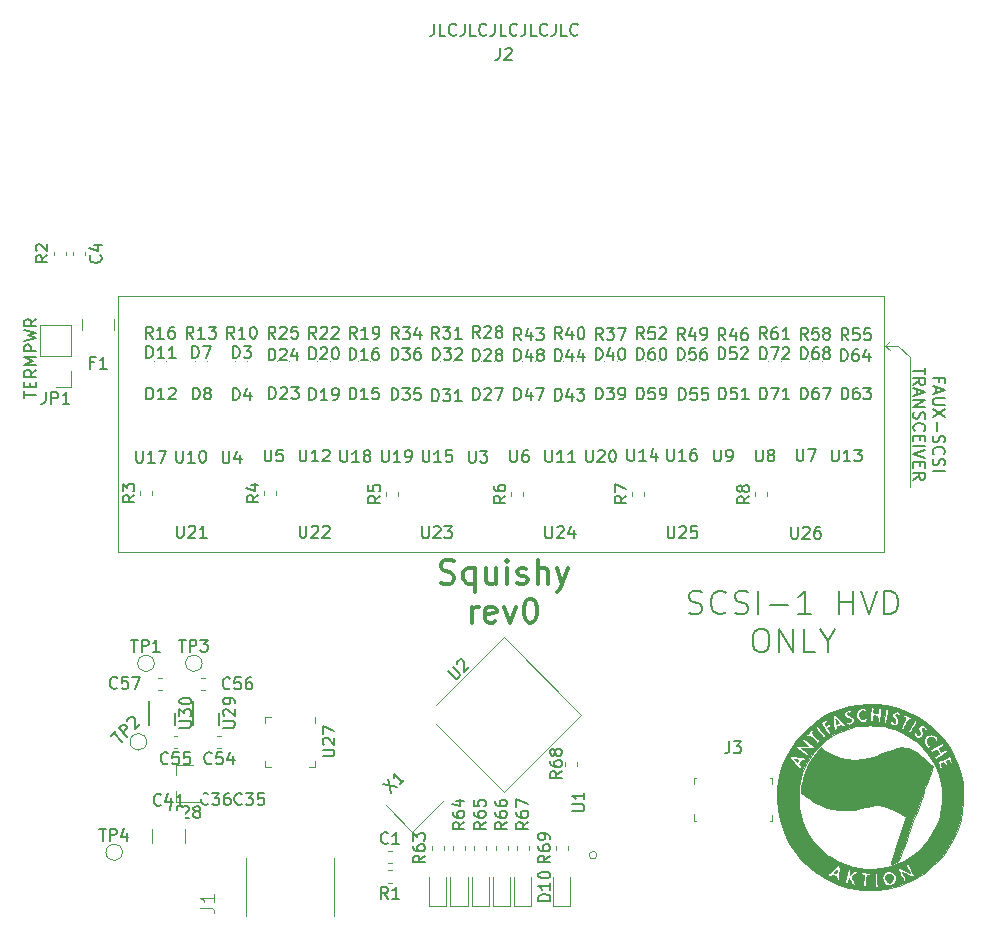
<source format=gto>
%TF.GenerationSoftware,KiCad,Pcbnew,5.1.6*%
%TF.CreationDate,2020-08-02T00:36:08-04:00*%
%TF.ProjectId,squishy,73717569-7368-4792-9e6b-696361645f70,rev?*%
%TF.SameCoordinates,PX67f3540PY72ba1e0*%
%TF.FileFunction,Legend,Top*%
%TF.FilePolarity,Positive*%
%FSLAX46Y46*%
G04 Gerber Fmt 4.6, Leading zero omitted, Abs format (unit mm)*
G04 Created by KiCad (PCBNEW 5.1.6) date 2020-08-02 00:36:08*
%MOMM*%
%LPD*%
G01*
G04 APERTURE LIST*
%ADD10C,0.200000*%
%ADD11C,0.120000*%
%ADD12C,0.150000*%
%ADD13C,0.300000*%
%ADD14C,0.100000*%
%ADD15C,0.010000*%
%ADD16C,0.101600*%
%ADD17C,1.500000*%
%ADD18C,1.100000*%
%ADD19O,1.800000X1.800000*%
%ADD20R,1.800000X1.800000*%
%ADD21R,1.700000X1.100000*%
%ADD22R,0.450000X0.750000*%
%ADD23R,1.000000X0.900000*%
%ADD24C,0.500000*%
%ADD25R,2.700000X2.700000*%
%ADD26R,0.840000X2.890000*%
%ADD27C,4.100000*%
%ADD28C,1.700000*%
%ADD29R,1.403200X1.603200*%
%ADD30R,0.603200X1.603200*%
G04 APERTURE END LIST*
D10*
X56642857Y25640477D02*
X56928571Y25545239D01*
X57404761Y25545239D01*
X57595238Y25640477D01*
X57690476Y25735715D01*
X57785714Y25926191D01*
X57785714Y26116667D01*
X57690476Y26307143D01*
X57595238Y26402381D01*
X57404761Y26497620D01*
X57023809Y26592858D01*
X56833333Y26688096D01*
X56738095Y26783334D01*
X56642857Y26973810D01*
X56642857Y27164286D01*
X56738095Y27354762D01*
X56833333Y27450000D01*
X57023809Y27545239D01*
X57500000Y27545239D01*
X57785714Y27450000D01*
X59785714Y25735715D02*
X59690476Y25640477D01*
X59404761Y25545239D01*
X59214285Y25545239D01*
X58928571Y25640477D01*
X58738095Y25830953D01*
X58642857Y26021429D01*
X58547619Y26402381D01*
X58547619Y26688096D01*
X58642857Y27069048D01*
X58738095Y27259524D01*
X58928571Y27450000D01*
X59214285Y27545239D01*
X59404761Y27545239D01*
X59690476Y27450000D01*
X59785714Y27354762D01*
X60547619Y25640477D02*
X60833333Y25545239D01*
X61309523Y25545239D01*
X61500000Y25640477D01*
X61595238Y25735715D01*
X61690476Y25926191D01*
X61690476Y26116667D01*
X61595238Y26307143D01*
X61500000Y26402381D01*
X61309523Y26497620D01*
X60928571Y26592858D01*
X60738095Y26688096D01*
X60642857Y26783334D01*
X60547619Y26973810D01*
X60547619Y27164286D01*
X60642857Y27354762D01*
X60738095Y27450000D01*
X60928571Y27545239D01*
X61404761Y27545239D01*
X61690476Y27450000D01*
X62547619Y25545239D02*
X62547619Y27545239D01*
X63500000Y26307143D02*
X65023809Y26307143D01*
X67023809Y25545239D02*
X65880952Y25545239D01*
X66452380Y25545239D02*
X66452380Y27545239D01*
X66261904Y27259524D01*
X66071428Y27069048D01*
X65880952Y26973810D01*
X69404761Y25545239D02*
X69404761Y27545239D01*
X69404761Y26592858D02*
X70547619Y26592858D01*
X70547619Y25545239D02*
X70547619Y27545239D01*
X71214285Y27545239D02*
X71880952Y25545239D01*
X72547619Y27545239D01*
X73214285Y25545239D02*
X73214285Y27545239D01*
X73690476Y27545239D01*
X73976190Y27450000D01*
X74166666Y27259524D01*
X74261904Y27069048D01*
X74357142Y26688096D01*
X74357142Y26402381D01*
X74261904Y26021429D01*
X74166666Y25830953D01*
X73976190Y25640477D01*
X73690476Y25545239D01*
X73214285Y25545239D01*
X62595238Y24345239D02*
X62976190Y24345239D01*
X63166666Y24250000D01*
X63357142Y24059524D01*
X63452380Y23678572D01*
X63452380Y23011905D01*
X63357142Y22630953D01*
X63166666Y22440477D01*
X62976190Y22345239D01*
X62595238Y22345239D01*
X62404761Y22440477D01*
X62214285Y22630953D01*
X62119047Y23011905D01*
X62119047Y23678572D01*
X62214285Y24059524D01*
X62404761Y24250000D01*
X62595238Y24345239D01*
X64309523Y22345239D02*
X64309523Y24345239D01*
X65452380Y22345239D01*
X65452380Y24345239D01*
X67357142Y22345239D02*
X66404761Y22345239D01*
X66404761Y24345239D01*
X68404761Y23297620D02*
X68404761Y22345239D01*
X67738095Y24345239D02*
X68404761Y23297620D01*
X69071428Y24345239D01*
D11*
X73700000Y47900000D02*
X73300000Y48300000D01*
X73300000Y48300000D02*
X73700000Y48700000D01*
X75400000Y47300000D02*
X75400000Y36300000D01*
X74400000Y48300000D02*
X75400000Y47300000D01*
X73300000Y48300000D02*
X74400000Y48300000D01*
D12*
X77846428Y45245239D02*
X77846428Y45578572D01*
X77322619Y45578572D02*
X78322619Y45578572D01*
X78322619Y45102381D01*
X77608333Y44769048D02*
X77608333Y44292858D01*
X77322619Y44864286D02*
X78322619Y44530953D01*
X77322619Y44197620D01*
X78322619Y43864286D02*
X77513095Y43864286D01*
X77417857Y43816667D01*
X77370238Y43769048D01*
X77322619Y43673810D01*
X77322619Y43483334D01*
X77370238Y43388096D01*
X77417857Y43340477D01*
X77513095Y43292858D01*
X78322619Y43292858D01*
X78322619Y42911905D02*
X77322619Y42245239D01*
X78322619Y42245239D02*
X77322619Y42911905D01*
X77703571Y41864286D02*
X77703571Y41102381D01*
X77370238Y40673810D02*
X77322619Y40530953D01*
X77322619Y40292858D01*
X77370238Y40197620D01*
X77417857Y40150000D01*
X77513095Y40102381D01*
X77608333Y40102381D01*
X77703571Y40150000D01*
X77751190Y40197620D01*
X77798809Y40292858D01*
X77846428Y40483334D01*
X77894047Y40578572D01*
X77941666Y40626191D01*
X78036904Y40673810D01*
X78132142Y40673810D01*
X78227380Y40626191D01*
X78275000Y40578572D01*
X78322619Y40483334D01*
X78322619Y40245239D01*
X78275000Y40102381D01*
X77417857Y39102381D02*
X77370238Y39150000D01*
X77322619Y39292858D01*
X77322619Y39388096D01*
X77370238Y39530953D01*
X77465476Y39626191D01*
X77560714Y39673810D01*
X77751190Y39721429D01*
X77894047Y39721429D01*
X78084523Y39673810D01*
X78179761Y39626191D01*
X78275000Y39530953D01*
X78322619Y39388096D01*
X78322619Y39292858D01*
X78275000Y39150000D01*
X78227380Y39102381D01*
X77370238Y38721429D02*
X77322619Y38578572D01*
X77322619Y38340477D01*
X77370238Y38245239D01*
X77417857Y38197620D01*
X77513095Y38150000D01*
X77608333Y38150000D01*
X77703571Y38197620D01*
X77751190Y38245239D01*
X77798809Y38340477D01*
X77846428Y38530953D01*
X77894047Y38626191D01*
X77941666Y38673810D01*
X78036904Y38721429D01*
X78132142Y38721429D01*
X78227380Y38673810D01*
X78275000Y38626191D01*
X78322619Y38530953D01*
X78322619Y38292858D01*
X78275000Y38150000D01*
X77322619Y37721429D02*
X78322619Y37721429D01*
X76672619Y46435715D02*
X76672619Y45864286D01*
X75672619Y46150000D02*
X76672619Y46150000D01*
X75672619Y44959524D02*
X76148809Y45292858D01*
X75672619Y45530953D02*
X76672619Y45530953D01*
X76672619Y45150000D01*
X76625000Y45054762D01*
X76577380Y45007143D01*
X76482142Y44959524D01*
X76339285Y44959524D01*
X76244047Y45007143D01*
X76196428Y45054762D01*
X76148809Y45150000D01*
X76148809Y45530953D01*
X75958333Y44578572D02*
X75958333Y44102381D01*
X75672619Y44673810D02*
X76672619Y44340477D01*
X75672619Y44007143D01*
X75672619Y43673810D02*
X76672619Y43673810D01*
X75672619Y43102381D01*
X76672619Y43102381D01*
X75720238Y42673810D02*
X75672619Y42530953D01*
X75672619Y42292858D01*
X75720238Y42197620D01*
X75767857Y42150000D01*
X75863095Y42102381D01*
X75958333Y42102381D01*
X76053571Y42150000D01*
X76101190Y42197620D01*
X76148809Y42292858D01*
X76196428Y42483334D01*
X76244047Y42578572D01*
X76291666Y42626191D01*
X76386904Y42673810D01*
X76482142Y42673810D01*
X76577380Y42626191D01*
X76625000Y42578572D01*
X76672619Y42483334D01*
X76672619Y42245239D01*
X76625000Y42102381D01*
X75767857Y41102381D02*
X75720238Y41150000D01*
X75672619Y41292858D01*
X75672619Y41388096D01*
X75720238Y41530953D01*
X75815476Y41626191D01*
X75910714Y41673810D01*
X76101190Y41721429D01*
X76244047Y41721429D01*
X76434523Y41673810D01*
X76529761Y41626191D01*
X76625000Y41530953D01*
X76672619Y41388096D01*
X76672619Y41292858D01*
X76625000Y41150000D01*
X76577380Y41102381D01*
X76196428Y40673810D02*
X76196428Y40340477D01*
X75672619Y40197620D02*
X75672619Y40673810D01*
X76672619Y40673810D01*
X76672619Y40197620D01*
X75672619Y39769048D02*
X76672619Y39769048D01*
X76672619Y39435715D02*
X75672619Y39102381D01*
X76672619Y38769048D01*
X76196428Y38435715D02*
X76196428Y38102381D01*
X75672619Y37959524D02*
X75672619Y38435715D01*
X76672619Y38435715D01*
X76672619Y37959524D01*
X75672619Y36959524D02*
X76148809Y37292858D01*
X75672619Y37530953D02*
X76672619Y37530953D01*
X76672619Y37150000D01*
X76625000Y37054762D01*
X76577380Y37007143D01*
X76482142Y36959524D01*
X76339285Y36959524D01*
X76244047Y37007143D01*
X76196428Y37054762D01*
X76148809Y37150000D01*
X76148809Y37530953D01*
D11*
X73200000Y30800000D02*
X8350000Y30800000D01*
X73200000Y52500000D02*
X73200000Y30800000D01*
X8350000Y52500000D02*
X73200000Y52500000D01*
X8350000Y30800000D02*
X8350000Y52500000D01*
D12*
X402380Y43869048D02*
X402380Y44440477D01*
X1402380Y44154762D02*
X402380Y44154762D01*
X878571Y44773810D02*
X878571Y45107143D01*
X1402380Y45250000D02*
X1402380Y44773810D01*
X402380Y44773810D01*
X402380Y45250000D01*
X1402380Y46250000D02*
X926190Y45916667D01*
X1402380Y45678572D02*
X402380Y45678572D01*
X402380Y46059524D01*
X450000Y46154762D01*
X497619Y46202381D01*
X592857Y46250000D01*
X735714Y46250000D01*
X830952Y46202381D01*
X878571Y46154762D01*
X926190Y46059524D01*
X926190Y45678572D01*
X1402380Y46678572D02*
X402380Y46678572D01*
X1116666Y47011905D01*
X402380Y47345239D01*
X1402380Y47345239D01*
X1402380Y47821429D02*
X402380Y47821429D01*
X402380Y48202381D01*
X450000Y48297620D01*
X497619Y48345239D01*
X592857Y48392858D01*
X735714Y48392858D01*
X830952Y48345239D01*
X878571Y48297620D01*
X926190Y48202381D01*
X926190Y47821429D01*
X402380Y48726191D02*
X1402380Y48964286D01*
X688095Y49154762D01*
X1402380Y49345239D01*
X402380Y49583334D01*
X1402380Y50535715D02*
X926190Y50202381D01*
X1402380Y49964286D02*
X402380Y49964286D01*
X402380Y50345239D01*
X450000Y50440477D01*
X497619Y50488096D01*
X592857Y50535715D01*
X735714Y50535715D01*
X830952Y50488096D01*
X878571Y50440477D01*
X926190Y50345239D01*
X926190Y49964286D01*
D10*
X35095238Y75547620D02*
X35095238Y74833334D01*
X35047619Y74690477D01*
X34952380Y74595239D01*
X34809523Y74547620D01*
X34714285Y74547620D01*
X36047619Y74547620D02*
X35571428Y74547620D01*
X35571428Y75547620D01*
X36952380Y74642858D02*
X36904761Y74595239D01*
X36761904Y74547620D01*
X36666666Y74547620D01*
X36523809Y74595239D01*
X36428571Y74690477D01*
X36380952Y74785715D01*
X36333333Y74976191D01*
X36333333Y75119048D01*
X36380952Y75309524D01*
X36428571Y75404762D01*
X36523809Y75500000D01*
X36666666Y75547620D01*
X36761904Y75547620D01*
X36904761Y75500000D01*
X36952380Y75452381D01*
X37666666Y75547620D02*
X37666666Y74833334D01*
X37619047Y74690477D01*
X37523809Y74595239D01*
X37380952Y74547620D01*
X37285714Y74547620D01*
X38619047Y74547620D02*
X38142857Y74547620D01*
X38142857Y75547620D01*
X39523809Y74642858D02*
X39476190Y74595239D01*
X39333333Y74547620D01*
X39238095Y74547620D01*
X39095238Y74595239D01*
X39000000Y74690477D01*
X38952380Y74785715D01*
X38904761Y74976191D01*
X38904761Y75119048D01*
X38952380Y75309524D01*
X39000000Y75404762D01*
X39095238Y75500000D01*
X39238095Y75547620D01*
X39333333Y75547620D01*
X39476190Y75500000D01*
X39523809Y75452381D01*
X40238095Y75547620D02*
X40238095Y74833334D01*
X40190476Y74690477D01*
X40095238Y74595239D01*
X39952380Y74547620D01*
X39857142Y74547620D01*
X41190476Y74547620D02*
X40714285Y74547620D01*
X40714285Y75547620D01*
X42095238Y74642858D02*
X42047619Y74595239D01*
X41904761Y74547620D01*
X41809523Y74547620D01*
X41666666Y74595239D01*
X41571428Y74690477D01*
X41523809Y74785715D01*
X41476190Y74976191D01*
X41476190Y75119048D01*
X41523809Y75309524D01*
X41571428Y75404762D01*
X41666666Y75500000D01*
X41809523Y75547620D01*
X41904761Y75547620D01*
X42047619Y75500000D01*
X42095238Y75452381D01*
X42809523Y75547620D02*
X42809523Y74833334D01*
X42761904Y74690477D01*
X42666666Y74595239D01*
X42523809Y74547620D01*
X42428571Y74547620D01*
X43761904Y74547620D02*
X43285714Y74547620D01*
X43285714Y75547620D01*
X44666666Y74642858D02*
X44619047Y74595239D01*
X44476190Y74547620D01*
X44380952Y74547620D01*
X44238095Y74595239D01*
X44142857Y74690477D01*
X44095238Y74785715D01*
X44047619Y74976191D01*
X44047619Y75119048D01*
X44095238Y75309524D01*
X44142857Y75404762D01*
X44238095Y75500000D01*
X44380952Y75547620D01*
X44476190Y75547620D01*
X44619047Y75500000D01*
X44666666Y75452381D01*
X45380952Y75547620D02*
X45380952Y74833334D01*
X45333333Y74690477D01*
X45238095Y74595239D01*
X45095238Y74547620D01*
X45000000Y74547620D01*
X46333333Y74547620D02*
X45857142Y74547620D01*
X45857142Y75547620D01*
X47238095Y74642858D02*
X47190476Y74595239D01*
X47047619Y74547620D01*
X46952380Y74547620D01*
X46809523Y74595239D01*
X46714285Y74690477D01*
X46666666Y74785715D01*
X46619047Y74976191D01*
X46619047Y75119048D01*
X46666666Y75309524D01*
X46714285Y75404762D01*
X46809523Y75500000D01*
X46952380Y75547620D01*
X47047619Y75547620D01*
X47190476Y75500000D01*
X47238095Y75452381D01*
D13*
X35666666Y28240477D02*
X35952380Y28145239D01*
X36428571Y28145239D01*
X36619047Y28240477D01*
X36714285Y28335715D01*
X36809523Y28526191D01*
X36809523Y28716667D01*
X36714285Y28907143D01*
X36619047Y29002381D01*
X36428571Y29097620D01*
X36047619Y29192858D01*
X35857142Y29288096D01*
X35761904Y29383334D01*
X35666666Y29573810D01*
X35666666Y29764286D01*
X35761904Y29954762D01*
X35857142Y30050000D01*
X36047619Y30145239D01*
X36523809Y30145239D01*
X36809523Y30050000D01*
X38523809Y29478572D02*
X38523809Y27478572D01*
X38523809Y28240477D02*
X38333333Y28145239D01*
X37952380Y28145239D01*
X37761904Y28240477D01*
X37666666Y28335715D01*
X37571428Y28526191D01*
X37571428Y29097620D01*
X37666666Y29288096D01*
X37761904Y29383334D01*
X37952380Y29478572D01*
X38333333Y29478572D01*
X38523809Y29383334D01*
X40333333Y29478572D02*
X40333333Y28145239D01*
X39476190Y29478572D02*
X39476190Y28430953D01*
X39571428Y28240477D01*
X39761904Y28145239D01*
X40047619Y28145239D01*
X40238095Y28240477D01*
X40333333Y28335715D01*
X41285714Y28145239D02*
X41285714Y29478572D01*
X41285714Y30145239D02*
X41190476Y30050000D01*
X41285714Y29954762D01*
X41380952Y30050000D01*
X41285714Y30145239D01*
X41285714Y29954762D01*
X42142857Y28240477D02*
X42333333Y28145239D01*
X42714285Y28145239D01*
X42904761Y28240477D01*
X43000000Y28430953D01*
X43000000Y28526191D01*
X42904761Y28716667D01*
X42714285Y28811905D01*
X42428571Y28811905D01*
X42238095Y28907143D01*
X42142857Y29097620D01*
X42142857Y29192858D01*
X42238095Y29383334D01*
X42428571Y29478572D01*
X42714285Y29478572D01*
X42904761Y29383334D01*
X43857142Y28145239D02*
X43857142Y30145239D01*
X44714285Y28145239D02*
X44714285Y29192858D01*
X44619047Y29383334D01*
X44428571Y29478572D01*
X44142857Y29478572D01*
X43952380Y29383334D01*
X43857142Y29288096D01*
X45476190Y29478572D02*
X45952380Y28145239D01*
X46428571Y29478572D02*
X45952380Y28145239D01*
X45761904Y27669048D01*
X45666666Y27573810D01*
X45476190Y27478572D01*
X38285714Y24845239D02*
X38285714Y26178572D01*
X38285714Y25797620D02*
X38380952Y25988096D01*
X38476190Y26083334D01*
X38666666Y26178572D01*
X38857142Y26178572D01*
X40285714Y24940477D02*
X40095238Y24845239D01*
X39714285Y24845239D01*
X39523809Y24940477D01*
X39428571Y25130953D01*
X39428571Y25892858D01*
X39523809Y26083334D01*
X39714285Y26178572D01*
X40095238Y26178572D01*
X40285714Y26083334D01*
X40380952Y25892858D01*
X40380952Y25702381D01*
X39428571Y25511905D01*
X41047619Y26178572D02*
X41523809Y24845239D01*
X42000000Y26178572D01*
X43142857Y26845239D02*
X43333333Y26845239D01*
X43523809Y26750000D01*
X43619047Y26654762D01*
X43714285Y26464286D01*
X43809523Y26083334D01*
X43809523Y25607143D01*
X43714285Y25226191D01*
X43619047Y25035715D01*
X43523809Y24940477D01*
X43333333Y24845239D01*
X43142857Y24845239D01*
X42952380Y24940477D01*
X42857142Y25035715D01*
X42761904Y25226191D01*
X42666666Y25607143D01*
X42666666Y26083334D01*
X42761904Y26464286D01*
X42857142Y26654762D01*
X42952380Y26750000D01*
X43142857Y26845239D01*
D11*
%TO.C,R68*%
X47210000Y13062779D02*
X47210000Y12737221D01*
X46190000Y13062779D02*
X46190000Y12737221D01*
%TO.C,TP4*%
X8700000Y5400000D02*
G75*
G03*
X8700000Y5400000I-700000J0D01*
G01*
%TO.C,TP3*%
X15450000Y21400000D02*
G75*
G03*
X15450000Y21400000I-700000J0D01*
G01*
%TO.C,TP2*%
X10750000Y14750000D02*
G75*
G03*
X10750000Y14750000I-700000J0D01*
G01*
%TO.C,TP1*%
X11400000Y21400000D02*
G75*
G03*
X11400000Y21400000I-700000J0D01*
G01*
%TO.C,JP1*%
X4380000Y50020000D02*
X1720000Y50020000D01*
X4380000Y47420000D02*
X4380000Y50020000D01*
X1720000Y47420000D02*
X1720000Y50020000D01*
X4380000Y47420000D02*
X1720000Y47420000D01*
X4380000Y46150000D02*
X4380000Y44820000D01*
X4380000Y44820000D02*
X3050000Y44820000D01*
%TO.C,F1*%
X8010000Y50590455D02*
X8010000Y49609545D01*
X5290000Y50590455D02*
X5290000Y49609545D01*
D12*
%TO.C,U30*%
X10950000Y18200000D02*
X10950000Y16200000D01*
X13150000Y17200000D02*
X13150000Y16200000D01*
%TO.C,U29*%
X14650000Y18200000D02*
X14650000Y16200000D01*
X16850000Y17200000D02*
X16850000Y16200000D01*
D11*
%TO.C,U28*%
X13240000Y12830000D02*
X13240000Y11900000D01*
X13240000Y9670000D02*
X13240000Y10600000D01*
X13240000Y9670000D02*
X15400000Y9670000D01*
X13240000Y12830000D02*
X14700000Y12830000D01*
%TO.C,C57*%
X11737221Y20160000D02*
X12062779Y20160000D01*
X11737221Y19140000D02*
X12062779Y19140000D01*
%TO.C,C56*%
X15387221Y20160000D02*
X15712779Y20160000D01*
X15387221Y19140000D02*
X15712779Y19140000D01*
%TO.C,C55*%
X13362779Y14240000D02*
X13037221Y14240000D01*
X13362779Y15260000D02*
X13037221Y15260000D01*
%TO.C,C54*%
X17062779Y14240000D02*
X16737221Y14240000D01*
X17062779Y15260000D02*
X16737221Y15260000D01*
%TO.C,R69*%
X45390000Y5912779D02*
X45390000Y5587221D01*
X46410000Y5912779D02*
X46410000Y5587221D01*
%TO.C,D10*%
X46635000Y840000D02*
X46635000Y3300000D01*
X45165000Y840000D02*
X46635000Y840000D01*
X45165000Y3300000D02*
X45165000Y840000D01*
%TO.C,R67*%
X42090000Y5912779D02*
X42090000Y5587221D01*
X43110000Y5912779D02*
X43110000Y5587221D01*
%TO.C,R66*%
X40290000Y5912779D02*
X40290000Y5587221D01*
X41310000Y5912779D02*
X41310000Y5587221D01*
%TO.C,R65*%
X38490000Y5912779D02*
X38490000Y5587221D01*
X39510000Y5912779D02*
X39510000Y5587221D01*
%TO.C,R64*%
X36690000Y5912779D02*
X36690000Y5587221D01*
X37710000Y5912779D02*
X37710000Y5587221D01*
%TO.C,R63*%
X34890000Y5912779D02*
X34890000Y5587221D01*
X35910000Y5912779D02*
X35910000Y5587221D01*
%TO.C,D9*%
X43335000Y840000D02*
X43335000Y3300000D01*
X41865000Y840000D02*
X43335000Y840000D01*
X41865000Y3300000D02*
X41865000Y840000D01*
%TO.C,D6*%
X41535000Y840000D02*
X41535000Y3300000D01*
X40065000Y840000D02*
X41535000Y840000D01*
X40065000Y3300000D02*
X40065000Y840000D01*
%TO.C,D5*%
X39735000Y840000D02*
X39735000Y3300000D01*
X38265000Y840000D02*
X39735000Y840000D01*
X38265000Y3300000D02*
X38265000Y840000D01*
%TO.C,D2*%
X37935000Y840000D02*
X37935000Y3300000D01*
X36465000Y840000D02*
X37935000Y840000D01*
X36465000Y3300000D02*
X36465000Y840000D01*
%TO.C,D1*%
X36135000Y840000D02*
X36135000Y3300000D01*
X34665000Y840000D02*
X36135000Y840000D01*
X34665000Y3300000D02*
X34665000Y840000D01*
%TO.C,X1*%
X33220190Y7142804D02*
X35907196Y9829810D01*
X30992804Y9370190D02*
X33220190Y7142804D01*
%TO.C,U2*%
X35237080Y17827817D02*
X41000000Y23590738D01*
X41000000Y23590738D02*
X47540738Y17050000D01*
X41000000Y10509262D02*
X47540738Y17050000D01*
X35237080Y16272183D02*
X41000000Y10509262D01*
%TO.C,U27*%
X25010000Y16385000D02*
X25010000Y16860000D01*
X20790000Y12640000D02*
X21265000Y12640000D01*
X20790000Y13115000D02*
X20790000Y12640000D01*
X20790000Y16860000D02*
X21265000Y16860000D01*
X20790000Y16385000D02*
X20790000Y16860000D01*
X25010000Y12640000D02*
X24535000Y12640000D01*
X25010000Y13115000D02*
X25010000Y12640000D01*
D14*
%TO.C,J3*%
X57100000Y11650000D02*
X57100000Y11150000D01*
X57300000Y11650000D02*
X57100000Y11650000D01*
X57300000Y8050000D02*
X57100000Y8050000D01*
X57100000Y8050000D02*
X57100000Y8650000D01*
X63500000Y8050000D02*
X63700000Y8050000D01*
X63700000Y8050000D02*
X63700000Y8550000D01*
X63500000Y11650000D02*
X63700000Y11650000D01*
X63700000Y11650000D02*
X63700000Y11150000D01*
D11*
%TO.C,C41*%
X11240000Y7402065D02*
X11240000Y6197937D01*
X13960000Y7402065D02*
X13960000Y6197937D01*
%TO.C,U1*%
X48870156Y5150000D02*
G75*
G03*
X48870156Y5150000I-320156J0D01*
G01*
D14*
%TO.C,J1*%
X26600000Y4900000D02*
X26600000Y0D01*
X19200000Y0D02*
X19200000Y4900000D01*
D11*
%TO.C,R8*%
X63260000Y35537221D02*
X63260000Y35862779D01*
X62240000Y35537221D02*
X62240000Y35862779D01*
%TO.C,R7*%
X52860000Y35587221D02*
X52860000Y35912779D01*
X51840000Y35587221D02*
X51840000Y35912779D01*
%TO.C,R6*%
X42610000Y35587221D02*
X42610000Y35912779D01*
X41590000Y35587221D02*
X41590000Y35912779D01*
%TO.C,R5*%
X32010000Y35587221D02*
X32010000Y35912779D01*
X30990000Y35587221D02*
X30990000Y35912779D01*
%TO.C,R4*%
X21710000Y35637221D02*
X21710000Y35962779D01*
X20690000Y35637221D02*
X20690000Y35962779D01*
%TO.C,R3*%
X11210000Y35637221D02*
X11210000Y35962779D01*
X10190000Y35637221D02*
X10190000Y35962779D01*
D14*
%TO.C,D72*%
X64500000Y46940000D02*
G75*
G03*
X64500000Y46940000I-50000J0D01*
G01*
%TO.C,D71*%
X63400000Y46940000D02*
G75*
G03*
X63400000Y46940000I-50000J0D01*
G01*
%TO.C,D68*%
X67950000Y46940000D02*
G75*
G03*
X67950000Y46940000I-50000J0D01*
G01*
%TO.C,D67*%
X66850000Y46940000D02*
G75*
G03*
X66850000Y46940000I-50000J0D01*
G01*
%TO.C,D64*%
X71400000Y46940000D02*
G75*
G03*
X71400000Y46940000I-50000J0D01*
G01*
%TO.C,D63*%
X70300000Y46940000D02*
G75*
G03*
X70300000Y46940000I-50000J0D01*
G01*
%TO.C,D60*%
X54100000Y46940000D02*
G75*
G03*
X54100000Y46940000I-50000J0D01*
G01*
%TO.C,D59*%
X53000000Y46940000D02*
G75*
G03*
X53000000Y46940000I-50000J0D01*
G01*
%TO.C,D56*%
X57550000Y46940000D02*
G75*
G03*
X57550000Y46940000I-50000J0D01*
G01*
%TO.C,D55*%
X56450000Y46940000D02*
G75*
G03*
X56450000Y46940000I-50000J0D01*
G01*
%TO.C,D52*%
X61000000Y46940000D02*
G75*
G03*
X61000000Y46940000I-50000J0D01*
G01*
%TO.C,D51*%
X59900000Y46940000D02*
G75*
G03*
X59900000Y46940000I-50000J0D01*
G01*
%TO.C,D48*%
X43700000Y46940000D02*
G75*
G03*
X43700000Y46940000I-50000J0D01*
G01*
%TO.C,D47*%
X42600000Y46940000D02*
G75*
G03*
X42600000Y46940000I-50000J0D01*
G01*
%TO.C,D44*%
X47150000Y46940000D02*
G75*
G03*
X47150000Y46940000I-50000J0D01*
G01*
%TO.C,D43*%
X46050000Y46940000D02*
G75*
G03*
X46050000Y46940000I-50000J0D01*
G01*
%TO.C,D40*%
X50600000Y46940000D02*
G75*
G03*
X50600000Y46940000I-50000J0D01*
G01*
%TO.C,D39*%
X49500000Y46940000D02*
G75*
G03*
X49500000Y46940000I-50000J0D01*
G01*
%TO.C,D36*%
X33300000Y46940000D02*
G75*
G03*
X33300000Y46940000I-50000J0D01*
G01*
%TO.C,D35*%
X32200000Y46940000D02*
G75*
G03*
X32200000Y46940000I-50000J0D01*
G01*
%TO.C,D32*%
X36750000Y46940000D02*
G75*
G03*
X36750000Y46940000I-50000J0D01*
G01*
%TO.C,D31*%
X35650000Y46940000D02*
G75*
G03*
X35650000Y46940000I-50000J0D01*
G01*
%TO.C,D28*%
X40200000Y46940000D02*
G75*
G03*
X40200000Y46940000I-50000J0D01*
G01*
%TO.C,D27*%
X39100000Y46940000D02*
G75*
G03*
X39100000Y46940000I-50000J0D01*
G01*
%TO.C,D24*%
X22900000Y46990000D02*
G75*
G03*
X22900000Y46990000I-50000J0D01*
G01*
%TO.C,D23*%
X21850000Y46990000D02*
G75*
G03*
X21850000Y46990000I-50000J0D01*
G01*
%TO.C,D20*%
X26350000Y46990000D02*
G75*
G03*
X26350000Y46990000I-50000J0D01*
G01*
%TO.C,D19*%
X25250000Y46990000D02*
G75*
G03*
X25250000Y46990000I-50000J0D01*
G01*
%TO.C,D16*%
X29750000Y46990000D02*
G75*
G03*
X29750000Y46990000I-50000J0D01*
G01*
%TO.C,D15*%
X28700000Y46990000D02*
G75*
G03*
X28700000Y46990000I-50000J0D01*
G01*
%TO.C,D12*%
X12500000Y46990000D02*
G75*
G03*
X12500000Y46990000I-50000J0D01*
G01*
%TO.C,D11*%
X11450000Y46990000D02*
G75*
G03*
X11450000Y46990000I-50000J0D01*
G01*
%TO.C,D8*%
X15950000Y46990000D02*
G75*
G03*
X15950000Y46990000I-50000J0D01*
G01*
%TO.C,D7*%
X14900000Y46990000D02*
G75*
G03*
X14900000Y46990000I-50000J0D01*
G01*
%TO.C,D4*%
X19350000Y46990000D02*
G75*
G03*
X19350000Y46990000I-50000J0D01*
G01*
%TO.C,D3*%
X18300000Y46990000D02*
G75*
G03*
X18300000Y46990000I-50000J0D01*
G01*
D11*
%TO.C,R2*%
X2890000Y56262779D02*
X2890000Y55937221D01*
X3910000Y56262779D02*
X3910000Y55937221D01*
%TO.C,C4*%
X4540000Y56262779D02*
X4540000Y55937221D01*
X5560000Y56262779D02*
X5560000Y55937221D01*
D15*
%TO.C,G1*%
G36*
X69199961Y16558497D02*
G01*
X69289123Y16458939D01*
X69331387Y16377329D01*
X69320458Y16329412D01*
X69294129Y16323000D01*
X69223184Y16309037D01*
X69188295Y16297305D01*
X69136260Y16299620D01*
X69120758Y16370919D01*
X69120755Y16371388D01*
X69109436Y16494788D01*
X69093549Y16577000D01*
X69066922Y16682834D01*
X69199961Y16558497D01*
G37*
X69199961Y16558497D02*
X69289123Y16458939D01*
X69331387Y16377329D01*
X69320458Y16329412D01*
X69294129Y16323000D01*
X69223184Y16309037D01*
X69188295Y16297305D01*
X69136260Y16299620D01*
X69120758Y16370919D01*
X69120755Y16371388D01*
X69109436Y16494788D01*
X69093549Y16577000D01*
X69066922Y16682834D01*
X69199961Y16558497D01*
G36*
X65752560Y13267472D02*
G01*
X65881811Y13243032D01*
X65932759Y13194144D01*
X65909544Y13115621D01*
X65893156Y13091459D01*
X65854121Y13050458D01*
X65812364Y13056074D01*
X65745146Y13115573D01*
X65712669Y13149142D01*
X65586500Y13281109D01*
X65752560Y13267472D01*
G37*
X65752560Y13267472D02*
X65881811Y13243032D01*
X65932759Y13194144D01*
X65909544Y13115621D01*
X65893156Y13091459D01*
X65854121Y13050458D01*
X65812364Y13056074D01*
X65745146Y13115573D01*
X65712669Y13149142D01*
X65586500Y13281109D01*
X65752560Y13267472D01*
G36*
X67878670Y14263133D02*
G01*
X67956135Y14191302D01*
X68024405Y14122871D01*
X68155786Y14015199D01*
X68349009Y13892367D01*
X68584914Y13763843D01*
X68844339Y13639096D01*
X69108122Y13527596D01*
X69357101Y13438810D01*
X69481166Y13402993D01*
X70077686Y13290812D01*
X70698220Y13252270D01*
X71327321Y13286094D01*
X71949546Y13391013D01*
X72549449Y13565754D01*
X72837282Y13679377D01*
X73239423Y13851613D01*
X73575098Y13990486D01*
X73854412Y14098769D01*
X74087468Y14179234D01*
X74284369Y14234651D01*
X74455219Y14267794D01*
X74610121Y14281433D01*
X74759179Y14278340D01*
X74912496Y14261288D01*
X74942135Y14256825D01*
X75217942Y14197435D01*
X75482951Y14103280D01*
X75749140Y13967366D01*
X76028490Y13782697D01*
X76332978Y13542279D01*
X76656666Y13255661D01*
X76826738Y13101498D01*
X76984406Y12963290D01*
X77114669Y12853861D01*
X77202526Y12786033D01*
X77217583Y12776184D01*
X77298142Y12718955D01*
X77333894Y12675856D01*
X77334000Y12674429D01*
X77319943Y12630112D01*
X77279353Y12512774D01*
X77214596Y12328971D01*
X77128042Y12085263D01*
X77022058Y11788208D01*
X76899012Y11444365D01*
X76761272Y11060291D01*
X76611207Y10642547D01*
X76451185Y10197689D01*
X76283574Y9732276D01*
X76110741Y9252868D01*
X75935055Y8766021D01*
X75758885Y8278296D01*
X75584597Y7796250D01*
X75414561Y7326441D01*
X75251144Y6875429D01*
X75096715Y6449772D01*
X74953641Y6056028D01*
X74824291Y5700755D01*
X74711032Y5390513D01*
X74616234Y5131859D01*
X74542263Y4931352D01*
X74491489Y4795551D01*
X74466279Y4731014D01*
X74464371Y4726984D01*
X74409704Y4675907D01*
X74306983Y4611335D01*
X74175299Y4541910D01*
X74033745Y4476274D01*
X73901412Y4423068D01*
X73797393Y4390934D01*
X73740779Y4388514D01*
X73735666Y4397142D01*
X73748496Y4438845D01*
X73785298Y4553209D01*
X73843538Y4732486D01*
X73920685Y4968926D01*
X74014205Y5254779D01*
X74121566Y5582297D01*
X74240235Y5943729D01*
X74367680Y6331328D01*
X74385992Y6386976D01*
X75036318Y8363055D01*
X74650575Y8603837D01*
X74202547Y8871300D01*
X73802493Y9081095D01*
X73438665Y9235569D01*
X73099315Y9337067D01*
X72772694Y9387936D01*
X72447055Y9390522D01*
X72110650Y9347172D01*
X71751729Y9260230D01*
X71598138Y9213426D01*
X71246019Y9107014D01*
X70941812Y9031456D01*
X70656551Y8982128D01*
X70361271Y8954405D01*
X70027010Y8943665D01*
X69904500Y8943059D01*
X69345129Y8966215D01*
X68832456Y9039592D01*
X68341060Y9169057D01*
X67845520Y9360479D01*
X67602111Y9474424D01*
X67368713Y9596809D01*
X67124791Y9737953D01*
X66882742Y9889266D01*
X66654964Y10042158D01*
X66453854Y10188037D01*
X66291809Y10318316D01*
X66181229Y10424402D01*
X66136734Y10489764D01*
X66129285Y10581961D01*
X66143386Y10738753D01*
X66175804Y10943775D01*
X66223306Y11180665D01*
X66282661Y11433056D01*
X66350634Y11684587D01*
X66411993Y11883134D01*
X66581478Y12345799D01*
X66772644Y12763101D01*
X67004334Y13174299D01*
X67118302Y13354689D01*
X67224947Y13512859D01*
X67347878Y13685708D01*
X67476532Y13859530D01*
X67600344Y14020616D01*
X67708751Y14155259D01*
X67791189Y14249753D01*
X67837094Y14290388D01*
X67839888Y14291000D01*
X67878670Y14263133D01*
G37*
X67878670Y14263133D02*
X67956135Y14191302D01*
X68024405Y14122871D01*
X68155786Y14015199D01*
X68349009Y13892367D01*
X68584914Y13763843D01*
X68844339Y13639096D01*
X69108122Y13527596D01*
X69357101Y13438810D01*
X69481166Y13402993D01*
X70077686Y13290812D01*
X70698220Y13252270D01*
X71327321Y13286094D01*
X71949546Y13391013D01*
X72549449Y13565754D01*
X72837282Y13679377D01*
X73239423Y13851613D01*
X73575098Y13990486D01*
X73854412Y14098769D01*
X74087468Y14179234D01*
X74284369Y14234651D01*
X74455219Y14267794D01*
X74610121Y14281433D01*
X74759179Y14278340D01*
X74912496Y14261288D01*
X74942135Y14256825D01*
X75217942Y14197435D01*
X75482951Y14103280D01*
X75749140Y13967366D01*
X76028490Y13782697D01*
X76332978Y13542279D01*
X76656666Y13255661D01*
X76826738Y13101498D01*
X76984406Y12963290D01*
X77114669Y12853861D01*
X77202526Y12786033D01*
X77217583Y12776184D01*
X77298142Y12718955D01*
X77333894Y12675856D01*
X77334000Y12674429D01*
X77319943Y12630112D01*
X77279353Y12512774D01*
X77214596Y12328971D01*
X77128042Y12085263D01*
X77022058Y11788208D01*
X76899012Y11444365D01*
X76761272Y11060291D01*
X76611207Y10642547D01*
X76451185Y10197689D01*
X76283574Y9732276D01*
X76110741Y9252868D01*
X75935055Y8766021D01*
X75758885Y8278296D01*
X75584597Y7796250D01*
X75414561Y7326441D01*
X75251144Y6875429D01*
X75096715Y6449772D01*
X74953641Y6056028D01*
X74824291Y5700755D01*
X74711032Y5390513D01*
X74616234Y5131859D01*
X74542263Y4931352D01*
X74491489Y4795551D01*
X74466279Y4731014D01*
X74464371Y4726984D01*
X74409704Y4675907D01*
X74306983Y4611335D01*
X74175299Y4541910D01*
X74033745Y4476274D01*
X73901412Y4423068D01*
X73797393Y4390934D01*
X73740779Y4388514D01*
X73735666Y4397142D01*
X73748496Y4438845D01*
X73785298Y4553209D01*
X73843538Y4732486D01*
X73920685Y4968926D01*
X74014205Y5254779D01*
X74121566Y5582297D01*
X74240235Y5943729D01*
X74367680Y6331328D01*
X74385992Y6386976D01*
X75036318Y8363055D01*
X74650575Y8603837D01*
X74202547Y8871300D01*
X73802493Y9081095D01*
X73438665Y9235569D01*
X73099315Y9337067D01*
X72772694Y9387936D01*
X72447055Y9390522D01*
X72110650Y9347172D01*
X71751729Y9260230D01*
X71598138Y9213426D01*
X71246019Y9107014D01*
X70941812Y9031456D01*
X70656551Y8982128D01*
X70361271Y8954405D01*
X70027010Y8943665D01*
X69904500Y8943059D01*
X69345129Y8966215D01*
X68832456Y9039592D01*
X68341060Y9169057D01*
X67845520Y9360479D01*
X67602111Y9474424D01*
X67368713Y9596809D01*
X67124791Y9737953D01*
X66882742Y9889266D01*
X66654964Y10042158D01*
X66453854Y10188037D01*
X66291809Y10318316D01*
X66181229Y10424402D01*
X66136734Y10489764D01*
X66129285Y10581961D01*
X66143386Y10738753D01*
X66175804Y10943775D01*
X66223306Y11180665D01*
X66282661Y11433056D01*
X66350634Y11684587D01*
X66411993Y11883134D01*
X66581478Y12345799D01*
X66772644Y12763101D01*
X67004334Y13174299D01*
X67118302Y13354689D01*
X67224947Y13512859D01*
X67347878Y13685708D01*
X67476532Y13859530D01*
X67600344Y14020616D01*
X67708751Y14155259D01*
X67791189Y14249753D01*
X67837094Y14290388D01*
X67839888Y14291000D01*
X67878670Y14263133D01*
G36*
X69201144Y3905391D02*
G01*
X69201780Y3868916D01*
X69183079Y3713166D01*
X69140719Y3632691D01*
X69069956Y3620239D01*
X69044199Y3628033D01*
X68945899Y3664862D01*
X69035587Y3790818D01*
X69124391Y3903289D01*
X69178657Y3941047D01*
X69201144Y3905391D01*
G37*
X69201144Y3905391D02*
X69201780Y3868916D01*
X69183079Y3713166D01*
X69140719Y3632691D01*
X69069956Y3620239D01*
X69044199Y3628033D01*
X68945899Y3664862D01*
X69035587Y3790818D01*
X69124391Y3903289D01*
X69178657Y3941047D01*
X69201144Y3905391D01*
G36*
X73715104Y3547853D02*
G01*
X73841938Y3445426D01*
X73917563Y3335994D01*
X73938978Y3233736D01*
X73931797Y3159676D01*
X73883904Y3030139D01*
X73796237Y2913807D01*
X73691920Y2836235D01*
X73623239Y2818667D01*
X73556906Y2846874D01*
X73461595Y2918628D01*
X73408576Y2967957D01*
X73318526Y3067017D01*
X73280016Y3146025D01*
X73279339Y3238888D01*
X73284522Y3274874D01*
X73343116Y3437312D01*
X73446200Y3540561D01*
X73576090Y3579212D01*
X73715104Y3547853D01*
G37*
X73715104Y3547853D02*
X73841938Y3445426D01*
X73917563Y3335994D01*
X73938978Y3233736D01*
X73931797Y3159676D01*
X73883904Y3030139D01*
X73796237Y2913807D01*
X73691920Y2836235D01*
X73623239Y2818667D01*
X73556906Y2846874D01*
X73461595Y2918628D01*
X73408576Y2967957D01*
X73318526Y3067017D01*
X73280016Y3146025D01*
X73279339Y3238888D01*
X73284522Y3274874D01*
X73343116Y3437312D01*
X73446200Y3540561D01*
X73576090Y3579212D01*
X73715104Y3547853D01*
G36*
X72556896Y17952498D02*
G01*
X73347180Y17862452D01*
X74098205Y17701330D01*
X74831833Y17462967D01*
X75541128Y17147468D01*
X76219187Y16760547D01*
X76859106Y16307922D01*
X77453981Y15795309D01*
X77996909Y15228424D01*
X78480985Y14612983D01*
X78899306Y13954702D01*
X79111686Y13550167D01*
X79433016Y12794506D01*
X79672818Y12022946D01*
X79831571Y11240640D01*
X79909754Y10452741D01*
X79907847Y9664403D01*
X79826329Y8880778D01*
X79665679Y8107021D01*
X79426376Y7348283D01*
X79108900Y6609719D01*
X78713731Y5896481D01*
X78349740Y5358146D01*
X78162773Y5124104D01*
X77924722Y4857378D01*
X77653004Y4575043D01*
X77365035Y4294176D01*
X77078232Y4031855D01*
X76810010Y3805154D01*
X76614080Y3656354D01*
X75923234Y3215585D01*
X75205968Y2852808D01*
X74455099Y2565009D01*
X73663447Y2349174D01*
X73346668Y2284700D01*
X73108139Y2251514D01*
X72806655Y2226325D01*
X72463574Y2209446D01*
X72100260Y2201189D01*
X71738072Y2201867D01*
X71398372Y2211791D01*
X71102520Y2231275D01*
X70941666Y2249521D01*
X70152764Y2402354D01*
X69393361Y2631364D01*
X68869936Y2848406D01*
X69886080Y2848406D01*
X69887142Y2844811D01*
X69936992Y2821339D01*
X69996335Y2800990D01*
X70052855Y2791133D01*
X70091219Y2813866D01*
X70120360Y2884492D01*
X70149208Y3018309D01*
X70160884Y3082880D01*
X70186058Y3178846D01*
X70214055Y3222111D01*
X70221143Y3221363D01*
X70251710Y3174018D01*
X70299426Y3070357D01*
X70347771Y2948951D01*
X70415444Y2792828D01*
X70478341Y2706662D01*
X70533186Y2678650D01*
X70661968Y2657270D01*
X70721856Y2658146D01*
X70730000Y2668155D01*
X70713626Y2712659D01*
X70669985Y2814950D01*
X70607299Y2955945D01*
X70581833Y3012107D01*
X70514500Y3160857D01*
X70463163Y3276173D01*
X70435974Y3339665D01*
X70433666Y3346326D01*
X70464536Y3374582D01*
X70546380Y3441337D01*
X70663050Y3533485D01*
X70693495Y3557190D01*
X70786628Y3633293D01*
X71267893Y3633293D01*
X71268911Y3559299D01*
X71324066Y3521253D01*
X71374529Y3508911D01*
X71461537Y3480750D01*
X71485225Y3427858D01*
X71477897Y3372570D01*
X71464276Y3279675D01*
X71447519Y3129916D01*
X71430623Y2950871D01*
X71425671Y2891843D01*
X71395690Y2522334D01*
X71502755Y2522334D01*
X71596039Y2549278D01*
X71633102Y2617584D01*
X71647041Y2702482D01*
X71663884Y2845629D01*
X71680664Y3020809D01*
X71685846Y3083250D01*
X71715309Y3453667D01*
X71836488Y3453667D01*
X71924539Y3466398D01*
X71955510Y3519525D01*
X71957666Y3559500D01*
X71939514Y3639871D01*
X71907485Y3665334D01*
X72381000Y3665334D01*
X72381000Y2480000D01*
X72647866Y2480000D01*
X72620266Y2931086D01*
X72608645Y3134268D01*
X72602193Y3264744D01*
X73035286Y3264744D01*
X73062599Y3057324D01*
X73094546Y2970809D01*
X73217151Y2786140D01*
X73385017Y2663052D01*
X73581450Y2607633D01*
X73789759Y2625970D01*
X73910428Y2673308D01*
X74018211Y2765725D01*
X74114342Y2909972D01*
X74180770Y3073454D01*
X74200403Y3196885D01*
X74165031Y3375314D01*
X74068240Y3552249D01*
X73928606Y3698456D01*
X73848326Y3751007D01*
X73650651Y3816261D01*
X73463408Y3808055D01*
X73297424Y3737594D01*
X73163524Y3616085D01*
X73072536Y3454733D01*
X73035286Y3264744D01*
X72602193Y3264744D01*
X72599438Y3320431D01*
X72593827Y3464230D01*
X72592666Y3523753D01*
X72583862Y3621080D01*
X72544887Y3659711D01*
X72486833Y3665334D01*
X72381000Y3665334D01*
X71907485Y3665334D01*
X71904750Y3667508D01*
X71837653Y3673074D01*
X71713936Y3685502D01*
X71569350Y3701117D01*
X71419034Y3716230D01*
X71332748Y3716506D01*
X71290490Y3697445D01*
X71272257Y3654545D01*
X71267893Y3633293D01*
X70786628Y3633293D01*
X70826429Y3665815D01*
X70895458Y3737633D01*
X70907998Y3781462D01*
X70894578Y3796168D01*
X70794776Y3830972D01*
X70684381Y3806197D01*
X70548491Y3717045D01*
X70486536Y3664821D01*
X70382617Y3578255D01*
X70305951Y3523536D01*
X70276174Y3512381D01*
X70275450Y3560038D01*
X70294316Y3659057D01*
X70305779Y3704371D01*
X70333178Y3846344D01*
X70316467Y3926731D01*
X70250497Y3959113D01*
X70208280Y3961667D01*
X70168893Y3955119D01*
X70136546Y3926851D01*
X70106166Y3863927D01*
X70072679Y3753410D01*
X70031012Y3582364D01*
X69992338Y3411052D01*
X69948401Y3207024D01*
X69914102Y3034780D01*
X69892357Y2910010D01*
X69886080Y2848406D01*
X68869936Y2848406D01*
X68667715Y2932258D01*
X67980087Y3300742D01*
X67756053Y3450635D01*
X68401666Y3450635D01*
X68435527Y3416099D01*
X68503435Y3378555D01*
X68592132Y3355401D01*
X68661827Y3395651D01*
X68679330Y3414093D01*
X68752968Y3476636D01*
X68833217Y3490165D01*
X68946157Y3455506D01*
X69014063Y3424660D01*
X69114995Y3364258D01*
X69157007Y3293370D01*
X69163666Y3216097D01*
X69175543Y3118472D01*
X69226440Y3066029D01*
X69338115Y3035245D01*
X69356206Y3070728D01*
X69376147Y3167710D01*
X69390036Y3273750D01*
X69403033Y3434305D01*
X69414362Y3640350D01*
X69421955Y3852709D01*
X69422917Y3896289D01*
X69423505Y4098666D01*
X69411536Y4237319D01*
X69379835Y4312539D01*
X69321225Y4324617D01*
X69228532Y4273845D01*
X69094582Y4160512D01*
X68912198Y3984910D01*
X68846498Y3919664D01*
X68690421Y3762476D01*
X68558281Y3626262D01*
X68460601Y3522119D01*
X68407904Y3461142D01*
X68401666Y3450635D01*
X67756053Y3450635D01*
X67334734Y3732523D01*
X66735917Y4223308D01*
X66187894Y4768803D01*
X65694925Y5364715D01*
X65261270Y6006751D01*
X64891186Y6690618D01*
X64588935Y7412021D01*
X64358774Y8166669D01*
X64204963Y8950267D01*
X64190749Y9054419D01*
X64127110Y9865102D01*
X64132043Y10078834D01*
X65968113Y10078834D01*
X65970002Y9747977D01*
X65976395Y9484995D01*
X65988381Y9273164D01*
X66007050Y9095761D01*
X66033491Y8936061D01*
X66046719Y8872334D01*
X66242045Y8162321D01*
X66510688Y7491182D01*
X66856872Y6848950D01*
X66997460Y6628667D01*
X67174950Y6389119D01*
X67404155Y6120771D01*
X67666830Y5841857D01*
X67944732Y5570614D01*
X68219616Y5325278D01*
X68473240Y5124084D01*
X68571000Y5055828D01*
X69203512Y4684299D01*
X69862590Y4388752D01*
X70540806Y4172012D01*
X71230736Y4036904D01*
X71259166Y4033147D01*
X71415008Y4020592D01*
X71632405Y4013208D01*
X71888418Y4010758D01*
X72160110Y4013005D01*
X72424540Y4019713D01*
X72658772Y4030646D01*
X72732933Y4036756D01*
X74328453Y4036756D01*
X74329751Y3994483D01*
X74356085Y3919122D01*
X74411109Y3798708D01*
X74498478Y3621275D01*
X74562443Y3493452D01*
X74672329Y3276507D01*
X74753664Y3126699D01*
X74815047Y3035084D01*
X74865076Y2992716D01*
X74912350Y2990651D01*
X74965465Y3019944D01*
X74995757Y3042668D01*
X75013863Y3081307D01*
X74997725Y3154082D01*
X74942833Y3274599D01*
X74879341Y3393916D01*
X74801459Y3538218D01*
X74742347Y3652312D01*
X74711612Y3717478D01*
X74709333Y3725131D01*
X74744746Y3716360D01*
X74841008Y3676438D01*
X74983152Y3611907D01*
X75145229Y3534652D01*
X75381630Y3427133D01*
X75552895Y3366982D01*
X75663471Y3353335D01*
X75717808Y3385328D01*
X75725333Y3421884D01*
X75706547Y3473820D01*
X75655124Y3585058D01*
X75578465Y3740297D01*
X75483970Y3924236D01*
X75462799Y3964610D01*
X75355487Y4166257D01*
X75278197Y4303008D01*
X75222732Y4385514D01*
X75180895Y4424430D01*
X75144489Y4430408D01*
X75113549Y4418522D01*
X75040343Y4378942D01*
X75013575Y4362480D01*
X75025403Y4322533D01*
X75068177Y4224706D01*
X75134074Y4086390D01*
X75173216Y4007548D01*
X75346116Y3663667D01*
X74916307Y3879355D01*
X74692716Y3986027D01*
X74531558Y4049499D01*
X74424352Y4072821D01*
X74386339Y4069904D01*
X74348534Y4057908D01*
X74328453Y4036756D01*
X72732933Y4036756D01*
X72839866Y4045566D01*
X72873456Y4049795D01*
X73555455Y4186176D01*
X74212132Y4399322D01*
X74837510Y4684259D01*
X75425612Y5036014D01*
X75970459Y5449612D01*
X76466075Y5920081D01*
X76906480Y6442447D01*
X77285698Y7011736D01*
X77597750Y7622975D01*
X77797616Y8146773D01*
X77890704Y8445102D01*
X77960842Y8707447D01*
X78011077Y8955084D01*
X78044455Y9209293D01*
X78064022Y9491352D01*
X78072826Y9822539D01*
X78074219Y10078834D01*
X78072330Y10409690D01*
X78065938Y10672672D01*
X78053952Y10884503D01*
X78035283Y11061907D01*
X78008841Y11221606D01*
X77995613Y11285334D01*
X77805934Y11983934D01*
X77551861Y12630591D01*
X77316523Y13070003D01*
X77709522Y13070003D01*
X77712287Y13020406D01*
X77745077Y12916993D01*
X77800811Y12782054D01*
X77801436Y12780675D01*
X77869441Y12640160D01*
X77920805Y12564262D01*
X77968323Y12538209D01*
X78007997Y12542196D01*
X78078330Y12573502D01*
X78096000Y12597435D01*
X78080962Y12654195D01*
X78043705Y12754317D01*
X78032544Y12781532D01*
X77994965Y12881997D01*
X77995983Y12935134D01*
X78038357Y12970325D01*
X78050927Y12977201D01*
X78162676Y13016912D01*
X78244235Y12988338D01*
X78314918Y12883907D01*
X78321012Y12871355D01*
X78373190Y12776944D01*
X78418678Y12747499D01*
X78477020Y12767011D01*
X78534826Y12799350D01*
X78555108Y12831602D01*
X78540460Y12890944D01*
X78498544Y12992399D01*
X78465599Y13092405D01*
X78461834Y13154034D01*
X78466794Y13160375D01*
X78572413Y13204127D01*
X78644888Y13188535D01*
X78709145Y13104277D01*
X78732120Y13061138D01*
X78790121Y12958788D01*
X78835817Y12920188D01*
X78889516Y12930956D01*
X78904889Y12938772D01*
X78964363Y12993021D01*
X78970855Y13034830D01*
X78879476Y13251054D01*
X78814017Y13398240D01*
X78769725Y13486265D01*
X78741849Y13525007D01*
X78733083Y13529000D01*
X78682852Y13512386D01*
X78574259Y13468010D01*
X78425595Y13404073D01*
X78255147Y13328776D01*
X78081205Y13250322D01*
X77922056Y13176910D01*
X77795990Y13116743D01*
X77721296Y13078021D01*
X77709522Y13070003D01*
X77316523Y13070003D01*
X77229371Y13232727D01*
X76834439Y13797763D01*
X76606775Y14056316D01*
X77087153Y14056316D01*
X77090629Y14012792D01*
X77129278Y13943595D01*
X77179805Y13884285D01*
X77210735Y13867667D01*
X77269621Y13889811D01*
X77366840Y13945509D01*
X77409572Y13973500D01*
X77515299Y14038265D01*
X77596532Y14075671D01*
X77614812Y14079334D01*
X77657406Y14048804D01*
X77718998Y13975068D01*
X77781152Y13884906D01*
X77825432Y13805098D01*
X77833401Y13762426D01*
X77833136Y13762194D01*
X77793187Y13736173D01*
X77703925Y13680314D01*
X77630333Y13634834D01*
X77520887Y13566925D01*
X77445524Y13519114D01*
X77425820Y13505764D01*
X77429729Y13462945D01*
X77467443Y13393565D01*
X77516026Y13333904D01*
X77544942Y13317334D01*
X77594265Y13338581D01*
X77699176Y13396305D01*
X77843862Y13481476D01*
X77998536Y13576330D01*
X78202902Y13704444D01*
X78344904Y13796951D01*
X78434011Y13863054D01*
X78479694Y13911958D01*
X78491423Y13952866D01*
X78478668Y13994983D01*
X78462043Y14026799D01*
X78410112Y14122430D01*
X78014008Y13871228D01*
X77909827Y14045933D01*
X77805645Y14220638D01*
X77994640Y14340495D01*
X78103604Y14414925D01*
X78151188Y14468022D01*
X78150576Y14518551D01*
X78138328Y14545010D01*
X78087015Y14611962D01*
X78053302Y14629667D01*
X78009106Y14609161D01*
X77909688Y14554325D01*
X77771942Y14475188D01*
X77612764Y14381775D01*
X77449050Y14284113D01*
X77297696Y14192228D01*
X77175597Y14116147D01*
X77099648Y14065896D01*
X77087153Y14056316D01*
X76606775Y14056316D01*
X76363040Y14333120D01*
X76318136Y14378683D01*
X75851267Y14801826D01*
X76529666Y14801826D01*
X76562275Y14638810D01*
X76646426Y14471887D01*
X76761605Y14341607D01*
X76763079Y14340442D01*
X76858718Y14271318D01*
X76922364Y14258050D01*
X76987101Y14302333D01*
X77037666Y14354500D01*
X77137091Y14460334D01*
X77045045Y14460334D01*
X76946875Y14489313D01*
X76868333Y14545000D01*
X76794826Y14671584D01*
X76789895Y14817973D01*
X76847990Y14963061D01*
X76963561Y15085741D01*
X77019845Y15121263D01*
X77180742Y15169509D01*
X77323493Y15137404D01*
X77436973Y15028296D01*
X77459690Y14988942D01*
X77507074Y14897613D01*
X77535252Y14845355D01*
X77536259Y14843686D01*
X77570328Y14856490D01*
X77636495Y14913364D01*
X77639448Y14916301D01*
X77699943Y14989495D01*
X77701581Y15054319D01*
X77671540Y15118605D01*
X77544422Y15274078D01*
X77372782Y15369384D01*
X77175346Y15400643D01*
X76970841Y15363973D01*
X76829446Y15293139D01*
X76689691Y15166173D01*
X76584350Y15005247D01*
X76532197Y14841134D01*
X76529666Y14801826D01*
X75851267Y14801826D01*
X75798482Y14849667D01*
X75247692Y15246195D01*
X74891248Y15443420D01*
X75725333Y15443420D01*
X75764061Y15282500D01*
X75866986Y15151705D01*
X76014218Y15071266D01*
X76106333Y15055842D01*
X76182642Y15075095D01*
X76287971Y15125699D01*
X76306280Y15136512D01*
X76431161Y15254735D01*
X76479358Y15404850D01*
X76447620Y15576611D01*
X76446622Y15579050D01*
X76400459Y15712627D01*
X76371319Y15829228D01*
X76364278Y15913294D01*
X76397941Y15938913D01*
X76449184Y15935061D01*
X76546257Y15888129D01*
X76592989Y15831644D01*
X76644105Y15769103D01*
X76721392Y15773828D01*
X76735492Y15778791D01*
X76833719Y15815128D01*
X76753640Y15952647D01*
X76635390Y16092711D01*
X76495043Y16164159D01*
X76349990Y16166306D01*
X76217623Y16098468D01*
X76123934Y15977439D01*
X76089448Y15896456D01*
X76087146Y15823401D01*
X76119549Y15724577D01*
X76147764Y15659014D01*
X76205776Y15488263D01*
X76204397Y15374280D01*
X76144010Y15318772D01*
X76070949Y15315123D01*
X75982544Y15346260D01*
X75946871Y15428795D01*
X75944771Y15444584D01*
X75917476Y15532086D01*
X75848664Y15560377D01*
X75828354Y15561000D01*
X75752535Y15545185D01*
X75726668Y15480957D01*
X75725333Y15443420D01*
X74891248Y15443420D01*
X74658359Y15572280D01*
X74492331Y15640140D01*
X75241462Y15640140D01*
X75251657Y15604181D01*
X75280963Y15576838D01*
X75281417Y15576505D01*
X75355179Y15530871D01*
X75389826Y15518667D01*
X75420340Y15553416D01*
X75483490Y15648643D01*
X75570781Y15790823D01*
X75673721Y15966429D01*
X75701493Y16015000D01*
X75814575Y16215772D01*
X75889501Y16356286D01*
X75931082Y16449239D01*
X75944128Y16507327D01*
X75933450Y16543248D01*
X75910000Y16565334D01*
X75837362Y16609062D01*
X75805223Y16619334D01*
X75773786Y16584751D01*
X75709280Y16489993D01*
X75620382Y16348543D01*
X75515768Y16173886D01*
X75488307Y16126838D01*
X75373802Y15928063D01*
X75297709Y15789245D01*
X75255205Y15697550D01*
X75241462Y15640140D01*
X74492331Y15640140D01*
X74023077Y15831936D01*
X73708898Y15921923D01*
X74633348Y15921923D01*
X74716889Y15872138D01*
X74798298Y15844738D01*
X74839276Y15849387D01*
X74865445Y15898013D01*
X74917401Y16006801D01*
X74986983Y16158350D01*
X75047374Y16293088D01*
X75144027Y16499066D01*
X75217347Y16627915D01*
X75269540Y16683229D01*
X75287847Y16684671D01*
X75380576Y16646956D01*
X75404008Y16637439D01*
X75463420Y16651158D01*
X75492540Y16704129D01*
X75509686Y16780797D01*
X75506948Y16808440D01*
X75464152Y16831026D01*
X75363991Y16878653D01*
X75226425Y16941870D01*
X75196917Y16955220D01*
X75046372Y17021420D01*
X74953274Y17054585D01*
X74898528Y17057873D01*
X74863042Y17034441D01*
X74846209Y17013219D01*
X74814057Y16946080D01*
X74850333Y16894797D01*
X74862045Y16885942D01*
X74938148Y16837096D01*
X74971316Y16821284D01*
X74970499Y16780160D01*
X74939396Y16678082D01*
X74883471Y16530848D01*
X74815244Y16370103D01*
X74739149Y16195346D01*
X74679305Y16051869D01*
X74642117Y15955453D01*
X74633348Y15921923D01*
X73708898Y15921923D01*
X73334436Y16029176D01*
X73227666Y16053281D01*
X72993369Y16090639D01*
X72696411Y16117139D01*
X72358101Y16132782D01*
X71999747Y16137567D01*
X71642656Y16131495D01*
X71308136Y16114565D01*
X71017494Y16086777D01*
X70814666Y16053281D01*
X70115289Y15863392D01*
X69468201Y15609218D01*
X68866507Y15287017D01*
X68303309Y14893046D01*
X67771712Y14423564D01*
X67723852Y14376148D01*
X67250960Y13852927D01*
X66854087Y13302453D01*
X66528585Y12716163D01*
X66269808Y12085492D01*
X66073108Y11401877D01*
X66046719Y11285334D01*
X66016805Y11128051D01*
X65995106Y10959866D01*
X65980533Y10764055D01*
X65971997Y10523895D01*
X65968408Y10222662D01*
X65968113Y10078834D01*
X64132043Y10078834D01*
X64145593Y10665905D01*
X64243801Y11451945D01*
X64419336Y12218343D01*
X64669803Y12960216D01*
X64902391Y13473254D01*
X65227808Y13473254D01*
X65242632Y13392156D01*
X65324279Y13267953D01*
X65470041Y13094469D01*
X65636577Y12909936D01*
X65798074Y12734681D01*
X65913148Y12615090D01*
X65991484Y12543421D01*
X66042767Y12511930D01*
X66076679Y12512873D01*
X66102244Y12537599D01*
X66147411Y12619663D01*
X66158000Y12662697D01*
X66129260Y12725415D01*
X66073982Y12787580D01*
X66024023Y12838089D01*
X66013161Y12884196D01*
X66042361Y12955603D01*
X66081777Y13026974D01*
X66151945Y13132774D01*
X66222647Y13180180D01*
X66312472Y13190334D01*
X66435670Y13214260D01*
X66498607Y13278626D01*
X66525185Y13356956D01*
X66518745Y13394032D01*
X66469041Y13408332D01*
X66350973Y13429125D01*
X66180371Y13453987D01*
X65973065Y13480496D01*
X65890899Y13490159D01*
X65611353Y13519701D01*
X65409461Y13530849D01*
X65282515Y13517426D01*
X65227808Y13473254D01*
X64902391Y13473254D01*
X64992804Y13672684D01*
X65367618Y14319256D01*
X65737845Y14319256D01*
X65792072Y14238087D01*
X65918123Y14121216D01*
X66114124Y13961624D01*
X66145617Y13936601D01*
X66313213Y13804783D01*
X66456659Y13694179D01*
X66563246Y13614421D01*
X66620268Y13575140D01*
X66625783Y13572690D01*
X66671939Y13597395D01*
X66699866Y13622134D01*
X66739867Y13678464D01*
X66736504Y13737301D01*
X66682152Y13810831D01*
X66569185Y13911243D01*
X66469918Y13989599D01*
X66189170Y14206334D01*
X66676401Y14206334D01*
X66898634Y14208645D01*
X67050786Y14216749D01*
X67147345Y14232402D01*
X67202800Y14257357D01*
X67218096Y14271958D01*
X67250524Y14335697D01*
X67212696Y14391877D01*
X67130011Y14462037D01*
X67008513Y14559302D01*
X66863802Y14671869D01*
X66711475Y14787941D01*
X66567130Y14895718D01*
X66446367Y14983400D01*
X66364783Y15039188D01*
X66338729Y15053000D01*
X66292816Y15021241D01*
X66252908Y14969002D01*
X66233383Y14923329D01*
X66244526Y14877303D01*
X66296915Y14816893D01*
X66401126Y14728069D01*
X66484281Y14662085D01*
X66768112Y14439167D01*
X66276654Y14427276D01*
X66024845Y14418733D01*
X65852357Y14402561D01*
X65757315Y14371741D01*
X65737845Y14319256D01*
X65367618Y14319256D01*
X65385942Y14350865D01*
X65846820Y14989880D01*
X66142550Y15324244D01*
X66618133Y15324244D01*
X66630246Y15283645D01*
X66652663Y15256015D01*
X66709916Y15204322D01*
X66758788Y15215242D01*
X66801803Y15251468D01*
X66839947Y15280011D01*
X66879234Y15284361D01*
X66932673Y15256382D01*
X67013273Y15187936D01*
X67134042Y15070887D01*
X67207340Y14997810D01*
X67341640Y14865716D01*
X67453979Y14759350D01*
X67531088Y14691018D01*
X67558680Y14672000D01*
X67603537Y14699817D01*
X67653188Y14748220D01*
X67680105Y14785962D01*
X67681528Y14826393D01*
X67649150Y14882625D01*
X67574663Y14967771D01*
X67449760Y15094940D01*
X67405749Y15138744D01*
X67275029Y15272976D01*
X67170598Y15388557D01*
X67105168Y15470901D01*
X67089333Y15501841D01*
X67118808Y15567207D01*
X67153901Y15604220D01*
X67194801Y15652005D01*
X67175699Y15703085D01*
X67146019Y15737863D01*
X67107320Y15774310D01*
X67068681Y15781102D01*
X67014370Y15750187D01*
X66928653Y15673513D01*
X66828410Y15575317D01*
X66708535Y15454309D01*
X66641336Y15375875D01*
X66618133Y15324244D01*
X66142550Y15324244D01*
X66373041Y15584846D01*
X66826714Y16005309D01*
X67370836Y16005309D01*
X67382316Y15957038D01*
X67425110Y15883740D01*
X67505447Y15772932D01*
X67629558Y15612128D01*
X67682797Y15543894D01*
X67813559Y15379055D01*
X67926673Y15241469D01*
X68011711Y15143451D01*
X68058246Y15097318D01*
X68062583Y15095334D01*
X68110784Y15123463D01*
X68158065Y15169417D01*
X68180646Y15203764D01*
X68182271Y15245318D01*
X68156331Y15305994D01*
X68096218Y15397705D01*
X67995324Y15532365D01*
X67862532Y15702231D01*
X67718519Y15884296D01*
X67616835Y16008274D01*
X67547438Y16082605D01*
X67500286Y16115729D01*
X67465335Y16116084D01*
X67432542Y16092108D01*
X67416893Y16076708D01*
X67384438Y16041037D01*
X67370836Y16005309D01*
X66826714Y16005309D01*
X66962208Y16130884D01*
X67270211Y16364228D01*
X67808636Y16364228D01*
X67921196Y16184864D01*
X67999429Y16062852D01*
X68104999Y15901651D01*
X68217668Y15732111D01*
X68240564Y15697997D01*
X68342724Y15550222D01*
X68412941Y15463054D01*
X68463787Y15425077D01*
X68507833Y15424878D01*
X68530352Y15434903D01*
X68596541Y15487787D01*
X68613333Y15523113D01*
X68590911Y15580453D01*
X68533461Y15679834D01*
X68486058Y15751900D01*
X68358782Y15936889D01*
X68486058Y16012072D01*
X68583704Y16084518D01*
X68608562Y16154273D01*
X68574657Y16233865D01*
X68537743Y16264728D01*
X68476973Y16250982D01*
X68391570Y16202842D01*
X68245861Y16112789D01*
X68187593Y16221663D01*
X68151986Y16303854D01*
X68165334Y16348030D01*
X68191413Y16366204D01*
X68274519Y16419975D01*
X68338166Y16465681D01*
X68395825Y16518453D01*
X68386427Y16563615D01*
X68350599Y16602802D01*
X68307302Y16638812D01*
X68260949Y16644385D01*
X68190890Y16613965D01*
X68076474Y16541996D01*
X68043501Y16520169D01*
X67808636Y16364228D01*
X67270211Y16364228D01*
X67611925Y16623111D01*
X67913570Y16815800D01*
X68875897Y16815800D01*
X68878889Y16602467D01*
X68889376Y16369816D01*
X68901232Y16148961D01*
X68913441Y15958727D01*
X68924834Y15814901D01*
X68934246Y15733270D01*
X68937317Y15721347D01*
X68983725Y15714509D01*
X69059345Y15738725D01*
X69138311Y15800347D01*
X69163416Y15904279D01*
X69163666Y15921200D01*
X69174873Y16012518D01*
X69223004Y16073443D01*
X69329827Y16131066D01*
X69333683Y16132809D01*
X69441496Y16178153D01*
X69505796Y16186394D01*
X69559845Y16156123D01*
X69598266Y16121607D01*
X69679194Y16063000D01*
X69757870Y16063678D01*
X69810464Y16083119D01*
X69928094Y16132500D01*
X69469319Y16589365D01*
X69262565Y16793166D01*
X69108302Y16934082D01*
X68999518Y17009459D01*
X68929198Y17016641D01*
X68890329Y16952973D01*
X68875897Y16815800D01*
X67913570Y16815800D01*
X68042742Y16898314D01*
X68360713Y17065484D01*
X69800303Y17065484D01*
X69837311Y16938930D01*
X69929818Y16833536D01*
X70079426Y16767283D01*
X70116166Y16760339D01*
X70276231Y16722041D01*
X70364129Y16662776D01*
X70391328Y16574749D01*
X70391333Y16573306D01*
X70357644Y16483986D01*
X70275614Y16441632D01*
X70173797Y16457778D01*
X70145896Y16474168D01*
X70076024Y16512967D01*
X70034650Y16491182D01*
X70012351Y16453771D01*
X69975479Y16373126D01*
X69987587Y16324323D01*
X70060674Y16275518D01*
X70084416Y16262547D01*
X70180293Y16214734D01*
X70251031Y16202731D01*
X70336190Y16225735D01*
X70410452Y16255917D01*
X70556266Y16350672D01*
X70631287Y16488485D01*
X70645333Y16611861D01*
X70607244Y16769409D01*
X70493626Y16889697D01*
X70305451Y16971743D01*
X70283742Y16977510D01*
X70270519Y16982187D01*
X70821947Y16982187D01*
X70833157Y16893876D01*
X70886922Y16761064D01*
X70986564Y16624017D01*
X71108224Y16509043D01*
X71228040Y16442451D01*
X71246818Y16437774D01*
X71366301Y16418000D01*
X71448111Y16418909D01*
X71537219Y16442775D01*
X71570349Y16454142D01*
X71648524Y16492334D01*
X71988062Y16492334D01*
X72097762Y16492334D01*
X72159304Y16498723D01*
X72195842Y16531026D01*
X72218114Y16608947D01*
X72236199Y16746334D01*
X72256564Y16892793D01*
X72287811Y16970593D01*
X72348301Y16995411D01*
X72456396Y16982923D01*
X72502708Y16973875D01*
X72576572Y16955025D01*
X72616073Y16921419D01*
X72631962Y16850694D01*
X72634990Y16720490D01*
X72635000Y16698709D01*
X72637448Y16559698D01*
X72650329Y16485277D01*
X72681945Y16455396D01*
X72737980Y16450000D01*
X72830114Y16478362D01*
X72833975Y16483945D01*
X73148146Y16483945D01*
X73155095Y16413586D01*
X73179191Y16376200D01*
X73220624Y16359264D01*
X73238250Y16356009D01*
X73317599Y16346567D01*
X73345411Y16347338D01*
X73356755Y16389005D01*
X73362257Y16415455D01*
X73661134Y16415455D01*
X73708617Y16323145D01*
X73792574Y16237625D01*
X73900922Y16175606D01*
X74013143Y16153667D01*
X74132115Y16161484D01*
X74220603Y16179964D01*
X74298450Y16246014D01*
X74366655Y16362701D01*
X74407874Y16496348D01*
X74413000Y16553610D01*
X74381842Y16657295D01*
X74298205Y16785732D01*
X74259773Y16831027D01*
X74172263Y16935577D01*
X74138642Y17002741D01*
X74150357Y17052313D01*
X74159123Y17063982D01*
X74235495Y17121334D01*
X74319020Y17102865D01*
X74377122Y17057991D01*
X74448380Y17013330D01*
X74510031Y17035482D01*
X74515522Y17039920D01*
X74557337Y17115202D01*
X74520296Y17197621D01*
X74409972Y17277066D01*
X74242864Y17334456D01*
X74102813Y17314659D01*
X73978359Y17215888D01*
X73972263Y17208752D01*
X73889554Y17086791D01*
X73871915Y16978975D01*
X73921348Y16863911D01*
X74015495Y16746747D01*
X74108282Y16631788D01*
X74145935Y16545400D01*
X74141689Y16471459D01*
X74090725Y16385802D01*
X74010136Y16370358D01*
X73917417Y16424995D01*
X73875631Y16473459D01*
X73792965Y16551124D01*
X73723934Y16553596D01*
X73662211Y16497842D01*
X73661134Y16415455D01*
X73362257Y16415455D01*
X73379578Y16498704D01*
X73410849Y16661051D01*
X73447542Y16860664D01*
X73458265Y16920524D01*
X73494579Y17127417D01*
X73524041Y17301159D01*
X73544139Y17426465D01*
X73552360Y17488049D01*
X73552187Y17491795D01*
X73489031Y17514086D01*
X73402848Y17527160D01*
X73332112Y17527083D01*
X73312333Y17516312D01*
X73305153Y17462307D01*
X73285695Y17343550D01*
X73257078Y17178546D01*
X73228309Y17018089D01*
X73184941Y16773674D01*
X73158158Y16599801D01*
X73148146Y16483945D01*
X72833975Y16483945D01*
X72861738Y16524084D01*
X72872337Y16594349D01*
X72885405Y16729120D01*
X72899207Y16908342D01*
X72910844Y17091487D01*
X72922208Y17302267D01*
X72926372Y17443658D01*
X72921601Y17530761D01*
X72906161Y17578677D01*
X72878318Y17602508D01*
X72850965Y17612803D01*
X72758502Y17625326D01*
X72704374Y17583067D01*
X72680501Y17475138D01*
X72677333Y17378835D01*
X72677333Y17169667D01*
X72532629Y17169667D01*
X72387118Y17177024D01*
X72308920Y17210600D01*
X72281154Y17287656D01*
X72286540Y17421308D01*
X72294171Y17546829D01*
X72280442Y17613811D01*
X72237445Y17647304D01*
X72212365Y17656279D01*
X72125170Y17665918D01*
X72083347Y17650122D01*
X72068153Y17596519D01*
X72051398Y17475225D01*
X72034931Y17303150D01*
X72020597Y17097201D01*
X72018139Y17053250D01*
X71988062Y16492334D01*
X71648524Y16492334D01*
X71662763Y16499290D01*
X71698856Y16568515D01*
X71703666Y16647042D01*
X71700214Y16742701D01*
X71678803Y16767896D01*
X71622852Y16736818D01*
X71609580Y16727568D01*
X71456350Y16662881D01*
X71307503Y16674669D01*
X71182343Y16758640D01*
X71130600Y16834028D01*
X71077545Y17001665D01*
X71085368Y17158446D01*
X71143448Y17290108D01*
X71241159Y17382387D01*
X71367880Y17421019D01*
X71512986Y17391740D01*
X71537116Y17379844D01*
X71598840Y17359020D01*
X71617756Y17402874D01*
X71618351Y17432761D01*
X71585271Y17563377D01*
X71492025Y17638069D01*
X71344441Y17653957D01*
X71218529Y17630400D01*
X71047274Y17542040D01*
X70918054Y17393010D01*
X70839925Y17200622D01*
X70821947Y16982187D01*
X70270519Y16982187D01*
X70131056Y17031515D01*
X70062288Y17094852D01*
X70059084Y17105718D01*
X70076369Y17190694D01*
X70153287Y17236462D01*
X70249336Y17233890D01*
X70336661Y17242286D01*
X70365890Y17279622D01*
X70375702Y17361856D01*
X70321168Y17407793D01*
X70194233Y17423520D01*
X70175244Y17423667D01*
X70006266Y17392290D01*
X69886383Y17310146D01*
X69817195Y17195217D01*
X69800303Y17065484D01*
X68360713Y17065484D01*
X68727851Y17258502D01*
X69450569Y17546314D01*
X70202865Y17760684D01*
X70976707Y17900549D01*
X71764061Y17964841D01*
X72556896Y17952498D01*
G37*
X72556896Y17952498D02*
X73347180Y17862452D01*
X74098205Y17701330D01*
X74831833Y17462967D01*
X75541128Y17147468D01*
X76219187Y16760547D01*
X76859106Y16307922D01*
X77453981Y15795309D01*
X77996909Y15228424D01*
X78480985Y14612983D01*
X78899306Y13954702D01*
X79111686Y13550167D01*
X79433016Y12794506D01*
X79672818Y12022946D01*
X79831571Y11240640D01*
X79909754Y10452741D01*
X79907847Y9664403D01*
X79826329Y8880778D01*
X79665679Y8107021D01*
X79426376Y7348283D01*
X79108900Y6609719D01*
X78713731Y5896481D01*
X78349740Y5358146D01*
X78162773Y5124104D01*
X77924722Y4857378D01*
X77653004Y4575043D01*
X77365035Y4294176D01*
X77078232Y4031855D01*
X76810010Y3805154D01*
X76614080Y3656354D01*
X75923234Y3215585D01*
X75205968Y2852808D01*
X74455099Y2565009D01*
X73663447Y2349174D01*
X73346668Y2284700D01*
X73108139Y2251514D01*
X72806655Y2226325D01*
X72463574Y2209446D01*
X72100260Y2201189D01*
X71738072Y2201867D01*
X71398372Y2211791D01*
X71102520Y2231275D01*
X70941666Y2249521D01*
X70152764Y2402354D01*
X69393361Y2631364D01*
X68869936Y2848406D01*
X69886080Y2848406D01*
X69887142Y2844811D01*
X69936992Y2821339D01*
X69996335Y2800990D01*
X70052855Y2791133D01*
X70091219Y2813866D01*
X70120360Y2884492D01*
X70149208Y3018309D01*
X70160884Y3082880D01*
X70186058Y3178846D01*
X70214055Y3222111D01*
X70221143Y3221363D01*
X70251710Y3174018D01*
X70299426Y3070357D01*
X70347771Y2948951D01*
X70415444Y2792828D01*
X70478341Y2706662D01*
X70533186Y2678650D01*
X70661968Y2657270D01*
X70721856Y2658146D01*
X70730000Y2668155D01*
X70713626Y2712659D01*
X70669985Y2814950D01*
X70607299Y2955945D01*
X70581833Y3012107D01*
X70514500Y3160857D01*
X70463163Y3276173D01*
X70435974Y3339665D01*
X70433666Y3346326D01*
X70464536Y3374582D01*
X70546380Y3441337D01*
X70663050Y3533485D01*
X70693495Y3557190D01*
X70786628Y3633293D01*
X71267893Y3633293D01*
X71268911Y3559299D01*
X71324066Y3521253D01*
X71374529Y3508911D01*
X71461537Y3480750D01*
X71485225Y3427858D01*
X71477897Y3372570D01*
X71464276Y3279675D01*
X71447519Y3129916D01*
X71430623Y2950871D01*
X71425671Y2891843D01*
X71395690Y2522334D01*
X71502755Y2522334D01*
X71596039Y2549278D01*
X71633102Y2617584D01*
X71647041Y2702482D01*
X71663884Y2845629D01*
X71680664Y3020809D01*
X71685846Y3083250D01*
X71715309Y3453667D01*
X71836488Y3453667D01*
X71924539Y3466398D01*
X71955510Y3519525D01*
X71957666Y3559500D01*
X71939514Y3639871D01*
X71907485Y3665334D01*
X72381000Y3665334D01*
X72381000Y2480000D01*
X72647866Y2480000D01*
X72620266Y2931086D01*
X72608645Y3134268D01*
X72602193Y3264744D01*
X73035286Y3264744D01*
X73062599Y3057324D01*
X73094546Y2970809D01*
X73217151Y2786140D01*
X73385017Y2663052D01*
X73581450Y2607633D01*
X73789759Y2625970D01*
X73910428Y2673308D01*
X74018211Y2765725D01*
X74114342Y2909972D01*
X74180770Y3073454D01*
X74200403Y3196885D01*
X74165031Y3375314D01*
X74068240Y3552249D01*
X73928606Y3698456D01*
X73848326Y3751007D01*
X73650651Y3816261D01*
X73463408Y3808055D01*
X73297424Y3737594D01*
X73163524Y3616085D01*
X73072536Y3454733D01*
X73035286Y3264744D01*
X72602193Y3264744D01*
X72599438Y3320431D01*
X72593827Y3464230D01*
X72592666Y3523753D01*
X72583862Y3621080D01*
X72544887Y3659711D01*
X72486833Y3665334D01*
X72381000Y3665334D01*
X71907485Y3665334D01*
X71904750Y3667508D01*
X71837653Y3673074D01*
X71713936Y3685502D01*
X71569350Y3701117D01*
X71419034Y3716230D01*
X71332748Y3716506D01*
X71290490Y3697445D01*
X71272257Y3654545D01*
X71267893Y3633293D01*
X70786628Y3633293D01*
X70826429Y3665815D01*
X70895458Y3737633D01*
X70907998Y3781462D01*
X70894578Y3796168D01*
X70794776Y3830972D01*
X70684381Y3806197D01*
X70548491Y3717045D01*
X70486536Y3664821D01*
X70382617Y3578255D01*
X70305951Y3523536D01*
X70276174Y3512381D01*
X70275450Y3560038D01*
X70294316Y3659057D01*
X70305779Y3704371D01*
X70333178Y3846344D01*
X70316467Y3926731D01*
X70250497Y3959113D01*
X70208280Y3961667D01*
X70168893Y3955119D01*
X70136546Y3926851D01*
X70106166Y3863927D01*
X70072679Y3753410D01*
X70031012Y3582364D01*
X69992338Y3411052D01*
X69948401Y3207024D01*
X69914102Y3034780D01*
X69892357Y2910010D01*
X69886080Y2848406D01*
X68869936Y2848406D01*
X68667715Y2932258D01*
X67980087Y3300742D01*
X67756053Y3450635D01*
X68401666Y3450635D01*
X68435527Y3416099D01*
X68503435Y3378555D01*
X68592132Y3355401D01*
X68661827Y3395651D01*
X68679330Y3414093D01*
X68752968Y3476636D01*
X68833217Y3490165D01*
X68946157Y3455506D01*
X69014063Y3424660D01*
X69114995Y3364258D01*
X69157007Y3293370D01*
X69163666Y3216097D01*
X69175543Y3118472D01*
X69226440Y3066029D01*
X69338115Y3035245D01*
X69356206Y3070728D01*
X69376147Y3167710D01*
X69390036Y3273750D01*
X69403033Y3434305D01*
X69414362Y3640350D01*
X69421955Y3852709D01*
X69422917Y3896289D01*
X69423505Y4098666D01*
X69411536Y4237319D01*
X69379835Y4312539D01*
X69321225Y4324617D01*
X69228532Y4273845D01*
X69094582Y4160512D01*
X68912198Y3984910D01*
X68846498Y3919664D01*
X68690421Y3762476D01*
X68558281Y3626262D01*
X68460601Y3522119D01*
X68407904Y3461142D01*
X68401666Y3450635D01*
X67756053Y3450635D01*
X67334734Y3732523D01*
X66735917Y4223308D01*
X66187894Y4768803D01*
X65694925Y5364715D01*
X65261270Y6006751D01*
X64891186Y6690618D01*
X64588935Y7412021D01*
X64358774Y8166669D01*
X64204963Y8950267D01*
X64190749Y9054419D01*
X64127110Y9865102D01*
X64132043Y10078834D01*
X65968113Y10078834D01*
X65970002Y9747977D01*
X65976395Y9484995D01*
X65988381Y9273164D01*
X66007050Y9095761D01*
X66033491Y8936061D01*
X66046719Y8872334D01*
X66242045Y8162321D01*
X66510688Y7491182D01*
X66856872Y6848950D01*
X66997460Y6628667D01*
X67174950Y6389119D01*
X67404155Y6120771D01*
X67666830Y5841857D01*
X67944732Y5570614D01*
X68219616Y5325278D01*
X68473240Y5124084D01*
X68571000Y5055828D01*
X69203512Y4684299D01*
X69862590Y4388752D01*
X70540806Y4172012D01*
X71230736Y4036904D01*
X71259166Y4033147D01*
X71415008Y4020592D01*
X71632405Y4013208D01*
X71888418Y4010758D01*
X72160110Y4013005D01*
X72424540Y4019713D01*
X72658772Y4030646D01*
X72732933Y4036756D01*
X74328453Y4036756D01*
X74329751Y3994483D01*
X74356085Y3919122D01*
X74411109Y3798708D01*
X74498478Y3621275D01*
X74562443Y3493452D01*
X74672329Y3276507D01*
X74753664Y3126699D01*
X74815047Y3035084D01*
X74865076Y2992716D01*
X74912350Y2990651D01*
X74965465Y3019944D01*
X74995757Y3042668D01*
X75013863Y3081307D01*
X74997725Y3154082D01*
X74942833Y3274599D01*
X74879341Y3393916D01*
X74801459Y3538218D01*
X74742347Y3652312D01*
X74711612Y3717478D01*
X74709333Y3725131D01*
X74744746Y3716360D01*
X74841008Y3676438D01*
X74983152Y3611907D01*
X75145229Y3534652D01*
X75381630Y3427133D01*
X75552895Y3366982D01*
X75663471Y3353335D01*
X75717808Y3385328D01*
X75725333Y3421884D01*
X75706547Y3473820D01*
X75655124Y3585058D01*
X75578465Y3740297D01*
X75483970Y3924236D01*
X75462799Y3964610D01*
X75355487Y4166257D01*
X75278197Y4303008D01*
X75222732Y4385514D01*
X75180895Y4424430D01*
X75144489Y4430408D01*
X75113549Y4418522D01*
X75040343Y4378942D01*
X75013575Y4362480D01*
X75025403Y4322533D01*
X75068177Y4224706D01*
X75134074Y4086390D01*
X75173216Y4007548D01*
X75346116Y3663667D01*
X74916307Y3879355D01*
X74692716Y3986027D01*
X74531558Y4049499D01*
X74424352Y4072821D01*
X74386339Y4069904D01*
X74348534Y4057908D01*
X74328453Y4036756D01*
X72732933Y4036756D01*
X72839866Y4045566D01*
X72873456Y4049795D01*
X73555455Y4186176D01*
X74212132Y4399322D01*
X74837510Y4684259D01*
X75425612Y5036014D01*
X75970459Y5449612D01*
X76466075Y5920081D01*
X76906480Y6442447D01*
X77285698Y7011736D01*
X77597750Y7622975D01*
X77797616Y8146773D01*
X77890704Y8445102D01*
X77960842Y8707447D01*
X78011077Y8955084D01*
X78044455Y9209293D01*
X78064022Y9491352D01*
X78072826Y9822539D01*
X78074219Y10078834D01*
X78072330Y10409690D01*
X78065938Y10672672D01*
X78053952Y10884503D01*
X78035283Y11061907D01*
X78008841Y11221606D01*
X77995613Y11285334D01*
X77805934Y11983934D01*
X77551861Y12630591D01*
X77316523Y13070003D01*
X77709522Y13070003D01*
X77712287Y13020406D01*
X77745077Y12916993D01*
X77800811Y12782054D01*
X77801436Y12780675D01*
X77869441Y12640160D01*
X77920805Y12564262D01*
X77968323Y12538209D01*
X78007997Y12542196D01*
X78078330Y12573502D01*
X78096000Y12597435D01*
X78080962Y12654195D01*
X78043705Y12754317D01*
X78032544Y12781532D01*
X77994965Y12881997D01*
X77995983Y12935134D01*
X78038357Y12970325D01*
X78050927Y12977201D01*
X78162676Y13016912D01*
X78244235Y12988338D01*
X78314918Y12883907D01*
X78321012Y12871355D01*
X78373190Y12776944D01*
X78418678Y12747499D01*
X78477020Y12767011D01*
X78534826Y12799350D01*
X78555108Y12831602D01*
X78540460Y12890944D01*
X78498544Y12992399D01*
X78465599Y13092405D01*
X78461834Y13154034D01*
X78466794Y13160375D01*
X78572413Y13204127D01*
X78644888Y13188535D01*
X78709145Y13104277D01*
X78732120Y13061138D01*
X78790121Y12958788D01*
X78835817Y12920188D01*
X78889516Y12930956D01*
X78904889Y12938772D01*
X78964363Y12993021D01*
X78970855Y13034830D01*
X78879476Y13251054D01*
X78814017Y13398240D01*
X78769725Y13486265D01*
X78741849Y13525007D01*
X78733083Y13529000D01*
X78682852Y13512386D01*
X78574259Y13468010D01*
X78425595Y13404073D01*
X78255147Y13328776D01*
X78081205Y13250322D01*
X77922056Y13176910D01*
X77795990Y13116743D01*
X77721296Y13078021D01*
X77709522Y13070003D01*
X77316523Y13070003D01*
X77229371Y13232727D01*
X76834439Y13797763D01*
X76606775Y14056316D01*
X77087153Y14056316D01*
X77090629Y14012792D01*
X77129278Y13943595D01*
X77179805Y13884285D01*
X77210735Y13867667D01*
X77269621Y13889811D01*
X77366840Y13945509D01*
X77409572Y13973500D01*
X77515299Y14038265D01*
X77596532Y14075671D01*
X77614812Y14079334D01*
X77657406Y14048804D01*
X77718998Y13975068D01*
X77781152Y13884906D01*
X77825432Y13805098D01*
X77833401Y13762426D01*
X77833136Y13762194D01*
X77793187Y13736173D01*
X77703925Y13680314D01*
X77630333Y13634834D01*
X77520887Y13566925D01*
X77445524Y13519114D01*
X77425820Y13505764D01*
X77429729Y13462945D01*
X77467443Y13393565D01*
X77516026Y13333904D01*
X77544942Y13317334D01*
X77594265Y13338581D01*
X77699176Y13396305D01*
X77843862Y13481476D01*
X77998536Y13576330D01*
X78202902Y13704444D01*
X78344904Y13796951D01*
X78434011Y13863054D01*
X78479694Y13911958D01*
X78491423Y13952866D01*
X78478668Y13994983D01*
X78462043Y14026799D01*
X78410112Y14122430D01*
X78014008Y13871228D01*
X77909827Y14045933D01*
X77805645Y14220638D01*
X77994640Y14340495D01*
X78103604Y14414925D01*
X78151188Y14468022D01*
X78150576Y14518551D01*
X78138328Y14545010D01*
X78087015Y14611962D01*
X78053302Y14629667D01*
X78009106Y14609161D01*
X77909688Y14554325D01*
X77771942Y14475188D01*
X77612764Y14381775D01*
X77449050Y14284113D01*
X77297696Y14192228D01*
X77175597Y14116147D01*
X77099648Y14065896D01*
X77087153Y14056316D01*
X76606775Y14056316D01*
X76363040Y14333120D01*
X76318136Y14378683D01*
X75851267Y14801826D01*
X76529666Y14801826D01*
X76562275Y14638810D01*
X76646426Y14471887D01*
X76761605Y14341607D01*
X76763079Y14340442D01*
X76858718Y14271318D01*
X76922364Y14258050D01*
X76987101Y14302333D01*
X77037666Y14354500D01*
X77137091Y14460334D01*
X77045045Y14460334D01*
X76946875Y14489313D01*
X76868333Y14545000D01*
X76794826Y14671584D01*
X76789895Y14817973D01*
X76847990Y14963061D01*
X76963561Y15085741D01*
X77019845Y15121263D01*
X77180742Y15169509D01*
X77323493Y15137404D01*
X77436973Y15028296D01*
X77459690Y14988942D01*
X77507074Y14897613D01*
X77535252Y14845355D01*
X77536259Y14843686D01*
X77570328Y14856490D01*
X77636495Y14913364D01*
X77639448Y14916301D01*
X77699943Y14989495D01*
X77701581Y15054319D01*
X77671540Y15118605D01*
X77544422Y15274078D01*
X77372782Y15369384D01*
X77175346Y15400643D01*
X76970841Y15363973D01*
X76829446Y15293139D01*
X76689691Y15166173D01*
X76584350Y15005247D01*
X76532197Y14841134D01*
X76529666Y14801826D01*
X75851267Y14801826D01*
X75798482Y14849667D01*
X75247692Y15246195D01*
X74891248Y15443420D01*
X75725333Y15443420D01*
X75764061Y15282500D01*
X75866986Y15151705D01*
X76014218Y15071266D01*
X76106333Y15055842D01*
X76182642Y15075095D01*
X76287971Y15125699D01*
X76306280Y15136512D01*
X76431161Y15254735D01*
X76479358Y15404850D01*
X76447620Y15576611D01*
X76446622Y15579050D01*
X76400459Y15712627D01*
X76371319Y15829228D01*
X76364278Y15913294D01*
X76397941Y15938913D01*
X76449184Y15935061D01*
X76546257Y15888129D01*
X76592989Y15831644D01*
X76644105Y15769103D01*
X76721392Y15773828D01*
X76735492Y15778791D01*
X76833719Y15815128D01*
X76753640Y15952647D01*
X76635390Y16092711D01*
X76495043Y16164159D01*
X76349990Y16166306D01*
X76217623Y16098468D01*
X76123934Y15977439D01*
X76089448Y15896456D01*
X76087146Y15823401D01*
X76119549Y15724577D01*
X76147764Y15659014D01*
X76205776Y15488263D01*
X76204397Y15374280D01*
X76144010Y15318772D01*
X76070949Y15315123D01*
X75982544Y15346260D01*
X75946871Y15428795D01*
X75944771Y15444584D01*
X75917476Y15532086D01*
X75848664Y15560377D01*
X75828354Y15561000D01*
X75752535Y15545185D01*
X75726668Y15480957D01*
X75725333Y15443420D01*
X74891248Y15443420D01*
X74658359Y15572280D01*
X74492331Y15640140D01*
X75241462Y15640140D01*
X75251657Y15604181D01*
X75280963Y15576838D01*
X75281417Y15576505D01*
X75355179Y15530871D01*
X75389826Y15518667D01*
X75420340Y15553416D01*
X75483490Y15648643D01*
X75570781Y15790823D01*
X75673721Y15966429D01*
X75701493Y16015000D01*
X75814575Y16215772D01*
X75889501Y16356286D01*
X75931082Y16449239D01*
X75944128Y16507327D01*
X75933450Y16543248D01*
X75910000Y16565334D01*
X75837362Y16609062D01*
X75805223Y16619334D01*
X75773786Y16584751D01*
X75709280Y16489993D01*
X75620382Y16348543D01*
X75515768Y16173886D01*
X75488307Y16126838D01*
X75373802Y15928063D01*
X75297709Y15789245D01*
X75255205Y15697550D01*
X75241462Y15640140D01*
X74492331Y15640140D01*
X74023077Y15831936D01*
X73708898Y15921923D01*
X74633348Y15921923D01*
X74716889Y15872138D01*
X74798298Y15844738D01*
X74839276Y15849387D01*
X74865445Y15898013D01*
X74917401Y16006801D01*
X74986983Y16158350D01*
X75047374Y16293088D01*
X75144027Y16499066D01*
X75217347Y16627915D01*
X75269540Y16683229D01*
X75287847Y16684671D01*
X75380576Y16646956D01*
X75404008Y16637439D01*
X75463420Y16651158D01*
X75492540Y16704129D01*
X75509686Y16780797D01*
X75506948Y16808440D01*
X75464152Y16831026D01*
X75363991Y16878653D01*
X75226425Y16941870D01*
X75196917Y16955220D01*
X75046372Y17021420D01*
X74953274Y17054585D01*
X74898528Y17057873D01*
X74863042Y17034441D01*
X74846209Y17013219D01*
X74814057Y16946080D01*
X74850333Y16894797D01*
X74862045Y16885942D01*
X74938148Y16837096D01*
X74971316Y16821284D01*
X74970499Y16780160D01*
X74939396Y16678082D01*
X74883471Y16530848D01*
X74815244Y16370103D01*
X74739149Y16195346D01*
X74679305Y16051869D01*
X74642117Y15955453D01*
X74633348Y15921923D01*
X73708898Y15921923D01*
X73334436Y16029176D01*
X73227666Y16053281D01*
X72993369Y16090639D01*
X72696411Y16117139D01*
X72358101Y16132782D01*
X71999747Y16137567D01*
X71642656Y16131495D01*
X71308136Y16114565D01*
X71017494Y16086777D01*
X70814666Y16053281D01*
X70115289Y15863392D01*
X69468201Y15609218D01*
X68866507Y15287017D01*
X68303309Y14893046D01*
X67771712Y14423564D01*
X67723852Y14376148D01*
X67250960Y13852927D01*
X66854087Y13302453D01*
X66528585Y12716163D01*
X66269808Y12085492D01*
X66073108Y11401877D01*
X66046719Y11285334D01*
X66016805Y11128051D01*
X65995106Y10959866D01*
X65980533Y10764055D01*
X65971997Y10523895D01*
X65968408Y10222662D01*
X65968113Y10078834D01*
X64132043Y10078834D01*
X64145593Y10665905D01*
X64243801Y11451945D01*
X64419336Y12218343D01*
X64669803Y12960216D01*
X64902391Y13473254D01*
X65227808Y13473254D01*
X65242632Y13392156D01*
X65324279Y13267953D01*
X65470041Y13094469D01*
X65636577Y12909936D01*
X65798074Y12734681D01*
X65913148Y12615090D01*
X65991484Y12543421D01*
X66042767Y12511930D01*
X66076679Y12512873D01*
X66102244Y12537599D01*
X66147411Y12619663D01*
X66158000Y12662697D01*
X66129260Y12725415D01*
X66073982Y12787580D01*
X66024023Y12838089D01*
X66013161Y12884196D01*
X66042361Y12955603D01*
X66081777Y13026974D01*
X66151945Y13132774D01*
X66222647Y13180180D01*
X66312472Y13190334D01*
X66435670Y13214260D01*
X66498607Y13278626D01*
X66525185Y13356956D01*
X66518745Y13394032D01*
X66469041Y13408332D01*
X66350973Y13429125D01*
X66180371Y13453987D01*
X65973065Y13480496D01*
X65890899Y13490159D01*
X65611353Y13519701D01*
X65409461Y13530849D01*
X65282515Y13517426D01*
X65227808Y13473254D01*
X64902391Y13473254D01*
X64992804Y13672684D01*
X65367618Y14319256D01*
X65737845Y14319256D01*
X65792072Y14238087D01*
X65918123Y14121216D01*
X66114124Y13961624D01*
X66145617Y13936601D01*
X66313213Y13804783D01*
X66456659Y13694179D01*
X66563246Y13614421D01*
X66620268Y13575140D01*
X66625783Y13572690D01*
X66671939Y13597395D01*
X66699866Y13622134D01*
X66739867Y13678464D01*
X66736504Y13737301D01*
X66682152Y13810831D01*
X66569185Y13911243D01*
X66469918Y13989599D01*
X66189170Y14206334D01*
X66676401Y14206334D01*
X66898634Y14208645D01*
X67050786Y14216749D01*
X67147345Y14232402D01*
X67202800Y14257357D01*
X67218096Y14271958D01*
X67250524Y14335697D01*
X67212696Y14391877D01*
X67130011Y14462037D01*
X67008513Y14559302D01*
X66863802Y14671869D01*
X66711475Y14787941D01*
X66567130Y14895718D01*
X66446367Y14983400D01*
X66364783Y15039188D01*
X66338729Y15053000D01*
X66292816Y15021241D01*
X66252908Y14969002D01*
X66233383Y14923329D01*
X66244526Y14877303D01*
X66296915Y14816893D01*
X66401126Y14728069D01*
X66484281Y14662085D01*
X66768112Y14439167D01*
X66276654Y14427276D01*
X66024845Y14418733D01*
X65852357Y14402561D01*
X65757315Y14371741D01*
X65737845Y14319256D01*
X65367618Y14319256D01*
X65385942Y14350865D01*
X65846820Y14989880D01*
X66142550Y15324244D01*
X66618133Y15324244D01*
X66630246Y15283645D01*
X66652663Y15256015D01*
X66709916Y15204322D01*
X66758788Y15215242D01*
X66801803Y15251468D01*
X66839947Y15280011D01*
X66879234Y15284361D01*
X66932673Y15256382D01*
X67013273Y15187936D01*
X67134042Y15070887D01*
X67207340Y14997810D01*
X67341640Y14865716D01*
X67453979Y14759350D01*
X67531088Y14691018D01*
X67558680Y14672000D01*
X67603537Y14699817D01*
X67653188Y14748220D01*
X67680105Y14785962D01*
X67681528Y14826393D01*
X67649150Y14882625D01*
X67574663Y14967771D01*
X67449760Y15094940D01*
X67405749Y15138744D01*
X67275029Y15272976D01*
X67170598Y15388557D01*
X67105168Y15470901D01*
X67089333Y15501841D01*
X67118808Y15567207D01*
X67153901Y15604220D01*
X67194801Y15652005D01*
X67175699Y15703085D01*
X67146019Y15737863D01*
X67107320Y15774310D01*
X67068681Y15781102D01*
X67014370Y15750187D01*
X66928653Y15673513D01*
X66828410Y15575317D01*
X66708535Y15454309D01*
X66641336Y15375875D01*
X66618133Y15324244D01*
X66142550Y15324244D01*
X66373041Y15584846D01*
X66826714Y16005309D01*
X67370836Y16005309D01*
X67382316Y15957038D01*
X67425110Y15883740D01*
X67505447Y15772932D01*
X67629558Y15612128D01*
X67682797Y15543894D01*
X67813559Y15379055D01*
X67926673Y15241469D01*
X68011711Y15143451D01*
X68058246Y15097318D01*
X68062583Y15095334D01*
X68110784Y15123463D01*
X68158065Y15169417D01*
X68180646Y15203764D01*
X68182271Y15245318D01*
X68156331Y15305994D01*
X68096218Y15397705D01*
X67995324Y15532365D01*
X67862532Y15702231D01*
X67718519Y15884296D01*
X67616835Y16008274D01*
X67547438Y16082605D01*
X67500286Y16115729D01*
X67465335Y16116084D01*
X67432542Y16092108D01*
X67416893Y16076708D01*
X67384438Y16041037D01*
X67370836Y16005309D01*
X66826714Y16005309D01*
X66962208Y16130884D01*
X67270211Y16364228D01*
X67808636Y16364228D01*
X67921196Y16184864D01*
X67999429Y16062852D01*
X68104999Y15901651D01*
X68217668Y15732111D01*
X68240564Y15697997D01*
X68342724Y15550222D01*
X68412941Y15463054D01*
X68463787Y15425077D01*
X68507833Y15424878D01*
X68530352Y15434903D01*
X68596541Y15487787D01*
X68613333Y15523113D01*
X68590911Y15580453D01*
X68533461Y15679834D01*
X68486058Y15751900D01*
X68358782Y15936889D01*
X68486058Y16012072D01*
X68583704Y16084518D01*
X68608562Y16154273D01*
X68574657Y16233865D01*
X68537743Y16264728D01*
X68476973Y16250982D01*
X68391570Y16202842D01*
X68245861Y16112789D01*
X68187593Y16221663D01*
X68151986Y16303854D01*
X68165334Y16348030D01*
X68191413Y16366204D01*
X68274519Y16419975D01*
X68338166Y16465681D01*
X68395825Y16518453D01*
X68386427Y16563615D01*
X68350599Y16602802D01*
X68307302Y16638812D01*
X68260949Y16644385D01*
X68190890Y16613965D01*
X68076474Y16541996D01*
X68043501Y16520169D01*
X67808636Y16364228D01*
X67270211Y16364228D01*
X67611925Y16623111D01*
X67913570Y16815800D01*
X68875897Y16815800D01*
X68878889Y16602467D01*
X68889376Y16369816D01*
X68901232Y16148961D01*
X68913441Y15958727D01*
X68924834Y15814901D01*
X68934246Y15733270D01*
X68937317Y15721347D01*
X68983725Y15714509D01*
X69059345Y15738725D01*
X69138311Y15800347D01*
X69163416Y15904279D01*
X69163666Y15921200D01*
X69174873Y16012518D01*
X69223004Y16073443D01*
X69329827Y16131066D01*
X69333683Y16132809D01*
X69441496Y16178153D01*
X69505796Y16186394D01*
X69559845Y16156123D01*
X69598266Y16121607D01*
X69679194Y16063000D01*
X69757870Y16063678D01*
X69810464Y16083119D01*
X69928094Y16132500D01*
X69469319Y16589365D01*
X69262565Y16793166D01*
X69108302Y16934082D01*
X68999518Y17009459D01*
X68929198Y17016641D01*
X68890329Y16952973D01*
X68875897Y16815800D01*
X67913570Y16815800D01*
X68042742Y16898314D01*
X68360713Y17065484D01*
X69800303Y17065484D01*
X69837311Y16938930D01*
X69929818Y16833536D01*
X70079426Y16767283D01*
X70116166Y16760339D01*
X70276231Y16722041D01*
X70364129Y16662776D01*
X70391328Y16574749D01*
X70391333Y16573306D01*
X70357644Y16483986D01*
X70275614Y16441632D01*
X70173797Y16457778D01*
X70145896Y16474168D01*
X70076024Y16512967D01*
X70034650Y16491182D01*
X70012351Y16453771D01*
X69975479Y16373126D01*
X69987587Y16324323D01*
X70060674Y16275518D01*
X70084416Y16262547D01*
X70180293Y16214734D01*
X70251031Y16202731D01*
X70336190Y16225735D01*
X70410452Y16255917D01*
X70556266Y16350672D01*
X70631287Y16488485D01*
X70645333Y16611861D01*
X70607244Y16769409D01*
X70493626Y16889697D01*
X70305451Y16971743D01*
X70283742Y16977510D01*
X70270519Y16982187D01*
X70821947Y16982187D01*
X70833157Y16893876D01*
X70886922Y16761064D01*
X70986564Y16624017D01*
X71108224Y16509043D01*
X71228040Y16442451D01*
X71246818Y16437774D01*
X71366301Y16418000D01*
X71448111Y16418909D01*
X71537219Y16442775D01*
X71570349Y16454142D01*
X71648524Y16492334D01*
X71988062Y16492334D01*
X72097762Y16492334D01*
X72159304Y16498723D01*
X72195842Y16531026D01*
X72218114Y16608947D01*
X72236199Y16746334D01*
X72256564Y16892793D01*
X72287811Y16970593D01*
X72348301Y16995411D01*
X72456396Y16982923D01*
X72502708Y16973875D01*
X72576572Y16955025D01*
X72616073Y16921419D01*
X72631962Y16850694D01*
X72634990Y16720490D01*
X72635000Y16698709D01*
X72637448Y16559698D01*
X72650329Y16485277D01*
X72681945Y16455396D01*
X72737980Y16450000D01*
X72830114Y16478362D01*
X72833975Y16483945D01*
X73148146Y16483945D01*
X73155095Y16413586D01*
X73179191Y16376200D01*
X73220624Y16359264D01*
X73238250Y16356009D01*
X73317599Y16346567D01*
X73345411Y16347338D01*
X73356755Y16389005D01*
X73362257Y16415455D01*
X73661134Y16415455D01*
X73708617Y16323145D01*
X73792574Y16237625D01*
X73900922Y16175606D01*
X74013143Y16153667D01*
X74132115Y16161484D01*
X74220603Y16179964D01*
X74298450Y16246014D01*
X74366655Y16362701D01*
X74407874Y16496348D01*
X74413000Y16553610D01*
X74381842Y16657295D01*
X74298205Y16785732D01*
X74259773Y16831027D01*
X74172263Y16935577D01*
X74138642Y17002741D01*
X74150357Y17052313D01*
X74159123Y17063982D01*
X74235495Y17121334D01*
X74319020Y17102865D01*
X74377122Y17057991D01*
X74448380Y17013330D01*
X74510031Y17035482D01*
X74515522Y17039920D01*
X74557337Y17115202D01*
X74520296Y17197621D01*
X74409972Y17277066D01*
X74242864Y17334456D01*
X74102813Y17314659D01*
X73978359Y17215888D01*
X73972263Y17208752D01*
X73889554Y17086791D01*
X73871915Y16978975D01*
X73921348Y16863911D01*
X74015495Y16746747D01*
X74108282Y16631788D01*
X74145935Y16545400D01*
X74141689Y16471459D01*
X74090725Y16385802D01*
X74010136Y16370358D01*
X73917417Y16424995D01*
X73875631Y16473459D01*
X73792965Y16551124D01*
X73723934Y16553596D01*
X73662211Y16497842D01*
X73661134Y16415455D01*
X73362257Y16415455D01*
X73379578Y16498704D01*
X73410849Y16661051D01*
X73447542Y16860664D01*
X73458265Y16920524D01*
X73494579Y17127417D01*
X73524041Y17301159D01*
X73544139Y17426465D01*
X73552360Y17488049D01*
X73552187Y17491795D01*
X73489031Y17514086D01*
X73402848Y17527160D01*
X73332112Y17527083D01*
X73312333Y17516312D01*
X73305153Y17462307D01*
X73285695Y17343550D01*
X73257078Y17178546D01*
X73228309Y17018089D01*
X73184941Y16773674D01*
X73158158Y16599801D01*
X73148146Y16483945D01*
X72833975Y16483945D01*
X72861738Y16524084D01*
X72872337Y16594349D01*
X72885405Y16729120D01*
X72899207Y16908342D01*
X72910844Y17091487D01*
X72922208Y17302267D01*
X72926372Y17443658D01*
X72921601Y17530761D01*
X72906161Y17578677D01*
X72878318Y17602508D01*
X72850965Y17612803D01*
X72758502Y17625326D01*
X72704374Y17583067D01*
X72680501Y17475138D01*
X72677333Y17378835D01*
X72677333Y17169667D01*
X72532629Y17169667D01*
X72387118Y17177024D01*
X72308920Y17210600D01*
X72281154Y17287656D01*
X72286540Y17421308D01*
X72294171Y17546829D01*
X72280442Y17613811D01*
X72237445Y17647304D01*
X72212365Y17656279D01*
X72125170Y17665918D01*
X72083347Y17650122D01*
X72068153Y17596519D01*
X72051398Y17475225D01*
X72034931Y17303150D01*
X72020597Y17097201D01*
X72018139Y17053250D01*
X71988062Y16492334D01*
X71648524Y16492334D01*
X71662763Y16499290D01*
X71698856Y16568515D01*
X71703666Y16647042D01*
X71700214Y16742701D01*
X71678803Y16767896D01*
X71622852Y16736818D01*
X71609580Y16727568D01*
X71456350Y16662881D01*
X71307503Y16674669D01*
X71182343Y16758640D01*
X71130600Y16834028D01*
X71077545Y17001665D01*
X71085368Y17158446D01*
X71143448Y17290108D01*
X71241159Y17382387D01*
X71367880Y17421019D01*
X71512986Y17391740D01*
X71537116Y17379844D01*
X71598840Y17359020D01*
X71617756Y17402874D01*
X71618351Y17432761D01*
X71585271Y17563377D01*
X71492025Y17638069D01*
X71344441Y17653957D01*
X71218529Y17630400D01*
X71047274Y17542040D01*
X70918054Y17393010D01*
X70839925Y17200622D01*
X70821947Y16982187D01*
X70270519Y16982187D01*
X70131056Y17031515D01*
X70062288Y17094852D01*
X70059084Y17105718D01*
X70076369Y17190694D01*
X70153287Y17236462D01*
X70249336Y17233890D01*
X70336661Y17242286D01*
X70365890Y17279622D01*
X70375702Y17361856D01*
X70321168Y17407793D01*
X70194233Y17423520D01*
X70175244Y17423667D01*
X70006266Y17392290D01*
X69886383Y17310146D01*
X69817195Y17195217D01*
X69800303Y17065484D01*
X68360713Y17065484D01*
X68727851Y17258502D01*
X69450569Y17546314D01*
X70202865Y17760684D01*
X70976707Y17900549D01*
X71764061Y17964841D01*
X72556896Y17952498D01*
D11*
%TO.C,R1*%
X31512779Y3860000D02*
X31187221Y3860000D01*
X31512779Y2840000D02*
X31187221Y2840000D01*
%TO.C,C1*%
X31512779Y5510000D02*
X31187221Y5510000D01*
X31512779Y4490000D02*
X31187221Y4490000D01*
%TO.C,R68*%
D12*
X45902380Y12257143D02*
X45426190Y11923810D01*
X45902380Y11685715D02*
X44902380Y11685715D01*
X44902380Y12066667D01*
X44950000Y12161905D01*
X44997619Y12209524D01*
X45092857Y12257143D01*
X45235714Y12257143D01*
X45330952Y12209524D01*
X45378571Y12161905D01*
X45426190Y12066667D01*
X45426190Y11685715D01*
X44902380Y13114286D02*
X44902380Y12923810D01*
X44950000Y12828572D01*
X44997619Y12780953D01*
X45140476Y12685715D01*
X45330952Y12638096D01*
X45711904Y12638096D01*
X45807142Y12685715D01*
X45854761Y12733334D01*
X45902380Y12828572D01*
X45902380Y13019048D01*
X45854761Y13114286D01*
X45807142Y13161905D01*
X45711904Y13209524D01*
X45473809Y13209524D01*
X45378571Y13161905D01*
X45330952Y13114286D01*
X45283333Y13019048D01*
X45283333Y12828572D01*
X45330952Y12733334D01*
X45378571Y12685715D01*
X45473809Y12638096D01*
X45330952Y13780953D02*
X45283333Y13685715D01*
X45235714Y13638096D01*
X45140476Y13590477D01*
X45092857Y13590477D01*
X44997619Y13638096D01*
X44950000Y13685715D01*
X44902380Y13780953D01*
X44902380Y13971429D01*
X44950000Y14066667D01*
X44997619Y14114286D01*
X45092857Y14161905D01*
X45140476Y14161905D01*
X45235714Y14114286D01*
X45283333Y14066667D01*
X45330952Y13971429D01*
X45330952Y13780953D01*
X45378571Y13685715D01*
X45426190Y13638096D01*
X45521428Y13590477D01*
X45711904Y13590477D01*
X45807142Y13638096D01*
X45854761Y13685715D01*
X45902380Y13780953D01*
X45902380Y13971429D01*
X45854761Y14066667D01*
X45807142Y14114286D01*
X45711904Y14161905D01*
X45521428Y14161905D01*
X45426190Y14114286D01*
X45378571Y14066667D01*
X45330952Y13971429D01*
%TO.C,TP4*%
X6738095Y7395620D02*
X7309523Y7395620D01*
X7023809Y6395620D02*
X7023809Y7395620D01*
X7642857Y6395620D02*
X7642857Y7395620D01*
X8023809Y7395620D01*
X8119047Y7348000D01*
X8166666Y7300381D01*
X8214285Y7205143D01*
X8214285Y7062286D01*
X8166666Y6967048D01*
X8119047Y6919429D01*
X8023809Y6871810D01*
X7642857Y6871810D01*
X9071428Y7062286D02*
X9071428Y6395620D01*
X8833333Y7443239D02*
X8595238Y6728953D01*
X9214285Y6728953D01*
%TO.C,TP3*%
X13488095Y23395620D02*
X14059523Y23395620D01*
X13773809Y22395620D02*
X13773809Y23395620D01*
X14392857Y22395620D02*
X14392857Y23395620D01*
X14773809Y23395620D01*
X14869047Y23348000D01*
X14916666Y23300381D01*
X14964285Y23205143D01*
X14964285Y23062286D01*
X14916666Y22967048D01*
X14869047Y22919429D01*
X14773809Y22871810D01*
X14392857Y22871810D01*
X15297619Y23395620D02*
X15916666Y23395620D01*
X15583333Y23014667D01*
X15726190Y23014667D01*
X15821428Y22967048D01*
X15869047Y22919429D01*
X15916666Y22824191D01*
X15916666Y22586096D01*
X15869047Y22490858D01*
X15821428Y22443239D01*
X15726190Y22395620D01*
X15440476Y22395620D01*
X15345238Y22443239D01*
X15297619Y22490858D01*
%TO.C,TP2*%
X7746582Y15268815D02*
X8150643Y15672876D01*
X8655719Y14763739D02*
X7948612Y15470846D01*
X9093452Y15201472D02*
X8386345Y15908579D01*
X8655719Y16177953D01*
X8756734Y16211624D01*
X8824078Y16211624D01*
X8925093Y16177953D01*
X9026109Y16076937D01*
X9059780Y15975922D01*
X9059780Y15908579D01*
X9026109Y15807563D01*
X8756734Y15538189D01*
X9127124Y16514670D02*
X9127124Y16582014D01*
X9160796Y16683029D01*
X9329154Y16851388D01*
X9430170Y16885059D01*
X9497513Y16885059D01*
X9598528Y16851388D01*
X9665872Y16784044D01*
X9733215Y16649357D01*
X9733215Y15841235D01*
X10170948Y16278968D01*
%TO.C,TP1*%
X9438095Y23395620D02*
X10009523Y23395620D01*
X9723809Y22395620D02*
X9723809Y23395620D01*
X10342857Y22395620D02*
X10342857Y23395620D01*
X10723809Y23395620D01*
X10819047Y23348000D01*
X10866666Y23300381D01*
X10914285Y23205143D01*
X10914285Y23062286D01*
X10866666Y22967048D01*
X10819047Y22919429D01*
X10723809Y22871810D01*
X10342857Y22871810D01*
X11866666Y22395620D02*
X11295238Y22395620D01*
X11580952Y22395620D02*
X11580952Y23395620D01*
X11485714Y23252762D01*
X11390476Y23157524D01*
X11295238Y23109905D01*
%TO.C,JP1*%
X2216666Y44367620D02*
X2216666Y43653334D01*
X2169047Y43510477D01*
X2073809Y43415239D01*
X1930952Y43367620D01*
X1835714Y43367620D01*
X2692857Y43367620D02*
X2692857Y44367620D01*
X3073809Y44367620D01*
X3169047Y44320000D01*
X3216666Y44272381D01*
X3264285Y44177143D01*
X3264285Y44034286D01*
X3216666Y43939048D01*
X3169047Y43891429D01*
X3073809Y43843810D01*
X2692857Y43843810D01*
X4216666Y43367620D02*
X3645238Y43367620D01*
X3930952Y43367620D02*
X3930952Y44367620D01*
X3835714Y44224762D01*
X3740476Y44129524D01*
X3645238Y44081905D01*
%TO.C,F1*%
X6316666Y46871429D02*
X5983333Y46871429D01*
X5983333Y46347620D02*
X5983333Y47347620D01*
X6459523Y47347620D01*
X7364285Y46347620D02*
X6792857Y46347620D01*
X7078571Y46347620D02*
X7078571Y47347620D01*
X6983333Y47204762D01*
X6888095Y47109524D01*
X6792857Y47061905D01*
%TO.C,U30*%
X13527380Y15961905D02*
X14336904Y15961905D01*
X14432142Y16009524D01*
X14479761Y16057143D01*
X14527380Y16152381D01*
X14527380Y16342858D01*
X14479761Y16438096D01*
X14432142Y16485715D01*
X14336904Y16533334D01*
X13527380Y16533334D01*
X13527380Y16914286D02*
X13527380Y17533334D01*
X13908333Y17200000D01*
X13908333Y17342858D01*
X13955952Y17438096D01*
X14003571Y17485715D01*
X14098809Y17533334D01*
X14336904Y17533334D01*
X14432142Y17485715D01*
X14479761Y17438096D01*
X14527380Y17342858D01*
X14527380Y17057143D01*
X14479761Y16961905D01*
X14432142Y16914286D01*
X13527380Y18152381D02*
X13527380Y18247620D01*
X13575000Y18342858D01*
X13622619Y18390477D01*
X13717857Y18438096D01*
X13908333Y18485715D01*
X14146428Y18485715D01*
X14336904Y18438096D01*
X14432142Y18390477D01*
X14479761Y18342858D01*
X14527380Y18247620D01*
X14527380Y18152381D01*
X14479761Y18057143D01*
X14432142Y18009524D01*
X14336904Y17961905D01*
X14146428Y17914286D01*
X13908333Y17914286D01*
X13717857Y17961905D01*
X13622619Y18009524D01*
X13575000Y18057143D01*
X13527380Y18152381D01*
%TO.C,U29*%
X17227380Y15961905D02*
X18036904Y15961905D01*
X18132142Y16009524D01*
X18179761Y16057143D01*
X18227380Y16152381D01*
X18227380Y16342858D01*
X18179761Y16438096D01*
X18132142Y16485715D01*
X18036904Y16533334D01*
X17227380Y16533334D01*
X17322619Y16961905D02*
X17275000Y17009524D01*
X17227380Y17104762D01*
X17227380Y17342858D01*
X17275000Y17438096D01*
X17322619Y17485715D01*
X17417857Y17533334D01*
X17513095Y17533334D01*
X17655952Y17485715D01*
X18227380Y16914286D01*
X18227380Y17533334D01*
X18227380Y18009524D02*
X18227380Y18200000D01*
X18179761Y18295239D01*
X18132142Y18342858D01*
X17989285Y18438096D01*
X17798809Y18485715D01*
X17417857Y18485715D01*
X17322619Y18438096D01*
X17275000Y18390477D01*
X17227380Y18295239D01*
X17227380Y18104762D01*
X17275000Y18009524D01*
X17322619Y17961905D01*
X17417857Y17914286D01*
X17655952Y17914286D01*
X17751190Y17961905D01*
X17798809Y18009524D01*
X17846428Y18104762D01*
X17846428Y18295239D01*
X17798809Y18390477D01*
X17751190Y18438096D01*
X17655952Y18485715D01*
%TO.C,U28*%
X12761904Y9297620D02*
X12761904Y8488096D01*
X12809523Y8392858D01*
X12857142Y8345239D01*
X12952380Y8297620D01*
X13142857Y8297620D01*
X13238095Y8345239D01*
X13285714Y8392858D01*
X13333333Y8488096D01*
X13333333Y9297620D01*
X13761904Y9202381D02*
X13809523Y9250000D01*
X13904761Y9297620D01*
X14142857Y9297620D01*
X14238095Y9250000D01*
X14285714Y9202381D01*
X14333333Y9107143D01*
X14333333Y9011905D01*
X14285714Y8869048D01*
X13714285Y8297620D01*
X14333333Y8297620D01*
X14904761Y8869048D02*
X14809523Y8916667D01*
X14761904Y8964286D01*
X14714285Y9059524D01*
X14714285Y9107143D01*
X14761904Y9202381D01*
X14809523Y9250000D01*
X14904761Y9297620D01*
X15095238Y9297620D01*
X15190476Y9250000D01*
X15238095Y9202381D01*
X15285714Y9107143D01*
X15285714Y9059524D01*
X15238095Y8964286D01*
X15190476Y8916667D01*
X15095238Y8869048D01*
X14904761Y8869048D01*
X14809523Y8821429D01*
X14761904Y8773810D01*
X14714285Y8678572D01*
X14714285Y8488096D01*
X14761904Y8392858D01*
X14809523Y8345239D01*
X14904761Y8297620D01*
X15095238Y8297620D01*
X15190476Y8345239D01*
X15238095Y8392858D01*
X15285714Y8488096D01*
X15285714Y8678572D01*
X15238095Y8773810D01*
X15190476Y8821429D01*
X15095238Y8869048D01*
%TO.C,C57*%
X8257142Y19342858D02*
X8209523Y19295239D01*
X8066666Y19247620D01*
X7971428Y19247620D01*
X7828571Y19295239D01*
X7733333Y19390477D01*
X7685714Y19485715D01*
X7638095Y19676191D01*
X7638095Y19819048D01*
X7685714Y20009524D01*
X7733333Y20104762D01*
X7828571Y20200000D01*
X7971428Y20247620D01*
X8066666Y20247620D01*
X8209523Y20200000D01*
X8257142Y20152381D01*
X9161904Y20247620D02*
X8685714Y20247620D01*
X8638095Y19771429D01*
X8685714Y19819048D01*
X8780952Y19866667D01*
X9019047Y19866667D01*
X9114285Y19819048D01*
X9161904Y19771429D01*
X9209523Y19676191D01*
X9209523Y19438096D01*
X9161904Y19342858D01*
X9114285Y19295239D01*
X9019047Y19247620D01*
X8780952Y19247620D01*
X8685714Y19295239D01*
X8638095Y19342858D01*
X9542857Y20247620D02*
X10209523Y20247620D01*
X9780952Y19247620D01*
%TO.C,C56*%
X17807142Y19292858D02*
X17759523Y19245239D01*
X17616666Y19197620D01*
X17521428Y19197620D01*
X17378571Y19245239D01*
X17283333Y19340477D01*
X17235714Y19435715D01*
X17188095Y19626191D01*
X17188095Y19769048D01*
X17235714Y19959524D01*
X17283333Y20054762D01*
X17378571Y20150000D01*
X17521428Y20197620D01*
X17616666Y20197620D01*
X17759523Y20150000D01*
X17807142Y20102381D01*
X18711904Y20197620D02*
X18235714Y20197620D01*
X18188095Y19721429D01*
X18235714Y19769048D01*
X18330952Y19816667D01*
X18569047Y19816667D01*
X18664285Y19769048D01*
X18711904Y19721429D01*
X18759523Y19626191D01*
X18759523Y19388096D01*
X18711904Y19292858D01*
X18664285Y19245239D01*
X18569047Y19197620D01*
X18330952Y19197620D01*
X18235714Y19245239D01*
X18188095Y19292858D01*
X19616666Y20197620D02*
X19426190Y20197620D01*
X19330952Y20150000D01*
X19283333Y20102381D01*
X19188095Y19959524D01*
X19140476Y19769048D01*
X19140476Y19388096D01*
X19188095Y19292858D01*
X19235714Y19245239D01*
X19330952Y19197620D01*
X19521428Y19197620D01*
X19616666Y19245239D01*
X19664285Y19292858D01*
X19711904Y19388096D01*
X19711904Y19626191D01*
X19664285Y19721429D01*
X19616666Y19769048D01*
X19521428Y19816667D01*
X19330952Y19816667D01*
X19235714Y19769048D01*
X19188095Y19721429D01*
X19140476Y19626191D01*
%TO.C,C55*%
X12557142Y12962858D02*
X12509523Y12915239D01*
X12366666Y12867620D01*
X12271428Y12867620D01*
X12128571Y12915239D01*
X12033333Y13010477D01*
X11985714Y13105715D01*
X11938095Y13296191D01*
X11938095Y13439048D01*
X11985714Y13629524D01*
X12033333Y13724762D01*
X12128571Y13820000D01*
X12271428Y13867620D01*
X12366666Y13867620D01*
X12509523Y13820000D01*
X12557142Y13772381D01*
X13461904Y13867620D02*
X12985714Y13867620D01*
X12938095Y13391429D01*
X12985714Y13439048D01*
X13080952Y13486667D01*
X13319047Y13486667D01*
X13414285Y13439048D01*
X13461904Y13391429D01*
X13509523Y13296191D01*
X13509523Y13058096D01*
X13461904Y12962858D01*
X13414285Y12915239D01*
X13319047Y12867620D01*
X13080952Y12867620D01*
X12985714Y12915239D01*
X12938095Y12962858D01*
X14414285Y13867620D02*
X13938095Y13867620D01*
X13890476Y13391429D01*
X13938095Y13439048D01*
X14033333Y13486667D01*
X14271428Y13486667D01*
X14366666Y13439048D01*
X14414285Y13391429D01*
X14461904Y13296191D01*
X14461904Y13058096D01*
X14414285Y12962858D01*
X14366666Y12915239D01*
X14271428Y12867620D01*
X14033333Y12867620D01*
X13938095Y12915239D01*
X13890476Y12962858D01*
%TO.C,C54*%
X16257142Y12962858D02*
X16209523Y12915239D01*
X16066666Y12867620D01*
X15971428Y12867620D01*
X15828571Y12915239D01*
X15733333Y13010477D01*
X15685714Y13105715D01*
X15638095Y13296191D01*
X15638095Y13439048D01*
X15685714Y13629524D01*
X15733333Y13724762D01*
X15828571Y13820000D01*
X15971428Y13867620D01*
X16066666Y13867620D01*
X16209523Y13820000D01*
X16257142Y13772381D01*
X17161904Y13867620D02*
X16685714Y13867620D01*
X16638095Y13391429D01*
X16685714Y13439048D01*
X16780952Y13486667D01*
X17019047Y13486667D01*
X17114285Y13439048D01*
X17161904Y13391429D01*
X17209523Y13296191D01*
X17209523Y13058096D01*
X17161904Y12962858D01*
X17114285Y12915239D01*
X17019047Y12867620D01*
X16780952Y12867620D01*
X16685714Y12915239D01*
X16638095Y12962858D01*
X18066666Y13534286D02*
X18066666Y12867620D01*
X17828571Y13915239D02*
X17590476Y13200953D01*
X18209523Y13200953D01*
%TO.C,R69*%
X44902380Y5107143D02*
X44426190Y4773810D01*
X44902380Y4535715D02*
X43902380Y4535715D01*
X43902380Y4916667D01*
X43950000Y5011905D01*
X43997619Y5059524D01*
X44092857Y5107143D01*
X44235714Y5107143D01*
X44330952Y5059524D01*
X44378571Y5011905D01*
X44426190Y4916667D01*
X44426190Y4535715D01*
X43902380Y5964286D02*
X43902380Y5773810D01*
X43950000Y5678572D01*
X43997619Y5630953D01*
X44140476Y5535715D01*
X44330952Y5488096D01*
X44711904Y5488096D01*
X44807142Y5535715D01*
X44854761Y5583334D01*
X44902380Y5678572D01*
X44902380Y5869048D01*
X44854761Y5964286D01*
X44807142Y6011905D01*
X44711904Y6059524D01*
X44473809Y6059524D01*
X44378571Y6011905D01*
X44330952Y5964286D01*
X44283333Y5869048D01*
X44283333Y5678572D01*
X44330952Y5583334D01*
X44378571Y5535715D01*
X44473809Y5488096D01*
X44902380Y6535715D02*
X44902380Y6726191D01*
X44854761Y6821429D01*
X44807142Y6869048D01*
X44664285Y6964286D01*
X44473809Y7011905D01*
X44092857Y7011905D01*
X43997619Y6964286D01*
X43950000Y6916667D01*
X43902380Y6821429D01*
X43902380Y6630953D01*
X43950000Y6535715D01*
X43997619Y6488096D01*
X44092857Y6440477D01*
X44330952Y6440477D01*
X44426190Y6488096D01*
X44473809Y6535715D01*
X44521428Y6630953D01*
X44521428Y6821429D01*
X44473809Y6916667D01*
X44426190Y6964286D01*
X44330952Y7011905D01*
%TO.C,D10*%
X44922380Y1285715D02*
X43922380Y1285715D01*
X43922380Y1523810D01*
X43970000Y1666667D01*
X44065238Y1761905D01*
X44160476Y1809524D01*
X44350952Y1857143D01*
X44493809Y1857143D01*
X44684285Y1809524D01*
X44779523Y1761905D01*
X44874761Y1666667D01*
X44922380Y1523810D01*
X44922380Y1285715D01*
X44922380Y2809524D02*
X44922380Y2238096D01*
X44922380Y2523810D02*
X43922380Y2523810D01*
X44065238Y2428572D01*
X44160476Y2333334D01*
X44208095Y2238096D01*
X43922380Y3428572D02*
X43922380Y3523810D01*
X43970000Y3619048D01*
X44017619Y3666667D01*
X44112857Y3714286D01*
X44303333Y3761905D01*
X44541428Y3761905D01*
X44731904Y3714286D01*
X44827142Y3666667D01*
X44874761Y3619048D01*
X44922380Y3523810D01*
X44922380Y3428572D01*
X44874761Y3333334D01*
X44827142Y3285715D01*
X44731904Y3238096D01*
X44541428Y3190477D01*
X44303333Y3190477D01*
X44112857Y3238096D01*
X44017619Y3285715D01*
X43970000Y3333334D01*
X43922380Y3428572D01*
%TO.C,R67*%
X43052380Y7957143D02*
X42576190Y7623810D01*
X43052380Y7385715D02*
X42052380Y7385715D01*
X42052380Y7766667D01*
X42100000Y7861905D01*
X42147619Y7909524D01*
X42242857Y7957143D01*
X42385714Y7957143D01*
X42480952Y7909524D01*
X42528571Y7861905D01*
X42576190Y7766667D01*
X42576190Y7385715D01*
X42052380Y8814286D02*
X42052380Y8623810D01*
X42100000Y8528572D01*
X42147619Y8480953D01*
X42290476Y8385715D01*
X42480952Y8338096D01*
X42861904Y8338096D01*
X42957142Y8385715D01*
X43004761Y8433334D01*
X43052380Y8528572D01*
X43052380Y8719048D01*
X43004761Y8814286D01*
X42957142Y8861905D01*
X42861904Y8909524D01*
X42623809Y8909524D01*
X42528571Y8861905D01*
X42480952Y8814286D01*
X42433333Y8719048D01*
X42433333Y8528572D01*
X42480952Y8433334D01*
X42528571Y8385715D01*
X42623809Y8338096D01*
X42052380Y9242858D02*
X42052380Y9909524D01*
X43052380Y9480953D01*
%TO.C,R66*%
X41252380Y7957143D02*
X40776190Y7623810D01*
X41252380Y7385715D02*
X40252380Y7385715D01*
X40252380Y7766667D01*
X40300000Y7861905D01*
X40347619Y7909524D01*
X40442857Y7957143D01*
X40585714Y7957143D01*
X40680952Y7909524D01*
X40728571Y7861905D01*
X40776190Y7766667D01*
X40776190Y7385715D01*
X40252380Y8814286D02*
X40252380Y8623810D01*
X40300000Y8528572D01*
X40347619Y8480953D01*
X40490476Y8385715D01*
X40680952Y8338096D01*
X41061904Y8338096D01*
X41157142Y8385715D01*
X41204761Y8433334D01*
X41252380Y8528572D01*
X41252380Y8719048D01*
X41204761Y8814286D01*
X41157142Y8861905D01*
X41061904Y8909524D01*
X40823809Y8909524D01*
X40728571Y8861905D01*
X40680952Y8814286D01*
X40633333Y8719048D01*
X40633333Y8528572D01*
X40680952Y8433334D01*
X40728571Y8385715D01*
X40823809Y8338096D01*
X40252380Y9766667D02*
X40252380Y9576191D01*
X40300000Y9480953D01*
X40347619Y9433334D01*
X40490476Y9338096D01*
X40680952Y9290477D01*
X41061904Y9290477D01*
X41157142Y9338096D01*
X41204761Y9385715D01*
X41252380Y9480953D01*
X41252380Y9671429D01*
X41204761Y9766667D01*
X41157142Y9814286D01*
X41061904Y9861905D01*
X40823809Y9861905D01*
X40728571Y9814286D01*
X40680952Y9766667D01*
X40633333Y9671429D01*
X40633333Y9480953D01*
X40680952Y9385715D01*
X40728571Y9338096D01*
X40823809Y9290477D01*
%TO.C,R65*%
X39452380Y7957143D02*
X38976190Y7623810D01*
X39452380Y7385715D02*
X38452380Y7385715D01*
X38452380Y7766667D01*
X38500000Y7861905D01*
X38547619Y7909524D01*
X38642857Y7957143D01*
X38785714Y7957143D01*
X38880952Y7909524D01*
X38928571Y7861905D01*
X38976190Y7766667D01*
X38976190Y7385715D01*
X38452380Y8814286D02*
X38452380Y8623810D01*
X38500000Y8528572D01*
X38547619Y8480953D01*
X38690476Y8385715D01*
X38880952Y8338096D01*
X39261904Y8338096D01*
X39357142Y8385715D01*
X39404761Y8433334D01*
X39452380Y8528572D01*
X39452380Y8719048D01*
X39404761Y8814286D01*
X39357142Y8861905D01*
X39261904Y8909524D01*
X39023809Y8909524D01*
X38928571Y8861905D01*
X38880952Y8814286D01*
X38833333Y8719048D01*
X38833333Y8528572D01*
X38880952Y8433334D01*
X38928571Y8385715D01*
X39023809Y8338096D01*
X38452380Y9814286D02*
X38452380Y9338096D01*
X38928571Y9290477D01*
X38880952Y9338096D01*
X38833333Y9433334D01*
X38833333Y9671429D01*
X38880952Y9766667D01*
X38928571Y9814286D01*
X39023809Y9861905D01*
X39261904Y9861905D01*
X39357142Y9814286D01*
X39404761Y9766667D01*
X39452380Y9671429D01*
X39452380Y9433334D01*
X39404761Y9338096D01*
X39357142Y9290477D01*
%TO.C,R64*%
X37652380Y7957143D02*
X37176190Y7623810D01*
X37652380Y7385715D02*
X36652380Y7385715D01*
X36652380Y7766667D01*
X36700000Y7861905D01*
X36747619Y7909524D01*
X36842857Y7957143D01*
X36985714Y7957143D01*
X37080952Y7909524D01*
X37128571Y7861905D01*
X37176190Y7766667D01*
X37176190Y7385715D01*
X36652380Y8814286D02*
X36652380Y8623810D01*
X36700000Y8528572D01*
X36747619Y8480953D01*
X36890476Y8385715D01*
X37080952Y8338096D01*
X37461904Y8338096D01*
X37557142Y8385715D01*
X37604761Y8433334D01*
X37652380Y8528572D01*
X37652380Y8719048D01*
X37604761Y8814286D01*
X37557142Y8861905D01*
X37461904Y8909524D01*
X37223809Y8909524D01*
X37128571Y8861905D01*
X37080952Y8814286D01*
X37033333Y8719048D01*
X37033333Y8528572D01*
X37080952Y8433334D01*
X37128571Y8385715D01*
X37223809Y8338096D01*
X36985714Y9766667D02*
X37652380Y9766667D01*
X36604761Y9528572D02*
X37319047Y9290477D01*
X37319047Y9909524D01*
%TO.C,R63*%
X34302380Y5107143D02*
X33826190Y4773810D01*
X34302380Y4535715D02*
X33302380Y4535715D01*
X33302380Y4916667D01*
X33350000Y5011905D01*
X33397619Y5059524D01*
X33492857Y5107143D01*
X33635714Y5107143D01*
X33730952Y5059524D01*
X33778571Y5011905D01*
X33826190Y4916667D01*
X33826190Y4535715D01*
X33302380Y5964286D02*
X33302380Y5773810D01*
X33350000Y5678572D01*
X33397619Y5630953D01*
X33540476Y5535715D01*
X33730952Y5488096D01*
X34111904Y5488096D01*
X34207142Y5535715D01*
X34254761Y5583334D01*
X34302380Y5678572D01*
X34302380Y5869048D01*
X34254761Y5964286D01*
X34207142Y6011905D01*
X34111904Y6059524D01*
X33873809Y6059524D01*
X33778571Y6011905D01*
X33730952Y5964286D01*
X33683333Y5869048D01*
X33683333Y5678572D01*
X33730952Y5583334D01*
X33778571Y5535715D01*
X33873809Y5488096D01*
X33302380Y6392858D02*
X33302380Y7011905D01*
X33683333Y6678572D01*
X33683333Y6821429D01*
X33730952Y6916667D01*
X33778571Y6964286D01*
X33873809Y7011905D01*
X34111904Y7011905D01*
X34207142Y6964286D01*
X34254761Y6916667D01*
X34302380Y6821429D01*
X34302380Y6535715D01*
X34254761Y6440477D01*
X34207142Y6392858D01*
%TO.C,X1*%
X30757943Y11147218D02*
X31936454Y10911516D01*
X31229347Y11618622D02*
X31465049Y10440111D01*
X32576217Y11551279D02*
X32172156Y11147218D01*
X32374187Y11349248D02*
X31667080Y12056355D01*
X31700752Y11887996D01*
X31700752Y11753309D01*
X31667080Y11652294D01*
%TO.C,U2*%
X36255649Y20716855D02*
X36828069Y20144435D01*
X36929084Y20110763D01*
X36996428Y20110763D01*
X37097443Y20144435D01*
X37232130Y20279122D01*
X37265802Y20380137D01*
X37265802Y20447481D01*
X37232130Y20548496D01*
X36659710Y21120916D01*
X37030100Y21356618D02*
X37030100Y21423961D01*
X37063771Y21524977D01*
X37232130Y21693335D01*
X37333145Y21727007D01*
X37400489Y21727007D01*
X37501504Y21693335D01*
X37568848Y21625992D01*
X37636191Y21491305D01*
X37636191Y20683183D01*
X38073924Y21120916D01*
%TO.C,U27*%
X25652380Y13511905D02*
X26461904Y13511905D01*
X26557142Y13559524D01*
X26604761Y13607143D01*
X26652380Y13702381D01*
X26652380Y13892858D01*
X26604761Y13988096D01*
X26557142Y14035715D01*
X26461904Y14083334D01*
X25652380Y14083334D01*
X25747619Y14511905D02*
X25700000Y14559524D01*
X25652380Y14654762D01*
X25652380Y14892858D01*
X25700000Y14988096D01*
X25747619Y15035715D01*
X25842857Y15083334D01*
X25938095Y15083334D01*
X26080952Y15035715D01*
X26652380Y14464286D01*
X26652380Y15083334D01*
X25652380Y15416667D02*
X25652380Y16083334D01*
X26652380Y15654762D01*
%TO.C,J3*%
X60066666Y14787620D02*
X60066666Y14073334D01*
X60019047Y13930477D01*
X59923809Y13835239D01*
X59780952Y13787620D01*
X59685714Y13787620D01*
X60447619Y14787620D02*
X61066666Y14787620D01*
X60733333Y14406667D01*
X60876190Y14406667D01*
X60971428Y14359048D01*
X61019047Y14311429D01*
X61066666Y14216191D01*
X61066666Y13978096D01*
X61019047Y13882858D01*
X60971428Y13835239D01*
X60876190Y13787620D01*
X60590476Y13787620D01*
X60495238Y13835239D01*
X60447619Y13882858D01*
%TO.C,C41*%
X11957142Y9442858D02*
X11909523Y9395239D01*
X11766666Y9347620D01*
X11671428Y9347620D01*
X11528571Y9395239D01*
X11433333Y9490477D01*
X11385714Y9585715D01*
X11338095Y9776191D01*
X11338095Y9919048D01*
X11385714Y10109524D01*
X11433333Y10204762D01*
X11528571Y10300000D01*
X11671428Y10347620D01*
X11766666Y10347620D01*
X11909523Y10300000D01*
X11957142Y10252381D01*
X12814285Y10014286D02*
X12814285Y9347620D01*
X12576190Y10395239D02*
X12338095Y9680953D01*
X12957142Y9680953D01*
X13861904Y9347620D02*
X13290476Y9347620D01*
X13576190Y9347620D02*
X13576190Y10347620D01*
X13480952Y10204762D01*
X13385714Y10109524D01*
X13290476Y10061905D01*
%TO.C,C36*%
X15957142Y9492858D02*
X15909523Y9445239D01*
X15766666Y9397620D01*
X15671428Y9397620D01*
X15528571Y9445239D01*
X15433333Y9540477D01*
X15385714Y9635715D01*
X15338095Y9826191D01*
X15338095Y9969048D01*
X15385714Y10159524D01*
X15433333Y10254762D01*
X15528571Y10350000D01*
X15671428Y10397620D01*
X15766666Y10397620D01*
X15909523Y10350000D01*
X15957142Y10302381D01*
X16290476Y10397620D02*
X16909523Y10397620D01*
X16576190Y10016667D01*
X16719047Y10016667D01*
X16814285Y9969048D01*
X16861904Y9921429D01*
X16909523Y9826191D01*
X16909523Y9588096D01*
X16861904Y9492858D01*
X16814285Y9445239D01*
X16719047Y9397620D01*
X16433333Y9397620D01*
X16338095Y9445239D01*
X16290476Y9492858D01*
X17766666Y10397620D02*
X17576190Y10397620D01*
X17480952Y10350000D01*
X17433333Y10302381D01*
X17338095Y10159524D01*
X17290476Y9969048D01*
X17290476Y9588096D01*
X17338095Y9492858D01*
X17385714Y9445239D01*
X17480952Y9397620D01*
X17671428Y9397620D01*
X17766666Y9445239D01*
X17814285Y9492858D01*
X17861904Y9588096D01*
X17861904Y9826191D01*
X17814285Y9921429D01*
X17766666Y9969048D01*
X17671428Y10016667D01*
X17480952Y10016667D01*
X17385714Y9969048D01*
X17338095Y9921429D01*
X17290476Y9826191D01*
%TO.C,C35*%
X18807142Y9492858D02*
X18759523Y9445239D01*
X18616666Y9397620D01*
X18521428Y9397620D01*
X18378571Y9445239D01*
X18283333Y9540477D01*
X18235714Y9635715D01*
X18188095Y9826191D01*
X18188095Y9969048D01*
X18235714Y10159524D01*
X18283333Y10254762D01*
X18378571Y10350000D01*
X18521428Y10397620D01*
X18616666Y10397620D01*
X18759523Y10350000D01*
X18807142Y10302381D01*
X19140476Y10397620D02*
X19759523Y10397620D01*
X19426190Y10016667D01*
X19569047Y10016667D01*
X19664285Y9969048D01*
X19711904Y9921429D01*
X19759523Y9826191D01*
X19759523Y9588096D01*
X19711904Y9492858D01*
X19664285Y9445239D01*
X19569047Y9397620D01*
X19283333Y9397620D01*
X19188095Y9445239D01*
X19140476Y9492858D01*
X20664285Y10397620D02*
X20188095Y10397620D01*
X20140476Y9921429D01*
X20188095Y9969048D01*
X20283333Y10016667D01*
X20521428Y10016667D01*
X20616666Y9969048D01*
X20664285Y9921429D01*
X20711904Y9826191D01*
X20711904Y9588096D01*
X20664285Y9492858D01*
X20616666Y9445239D01*
X20521428Y9397620D01*
X20283333Y9397620D01*
X20188095Y9445239D01*
X20140476Y9492858D01*
%TO.C,J2*%
X40666666Y73497620D02*
X40666666Y72783334D01*
X40619047Y72640477D01*
X40523809Y72545239D01*
X40380952Y72497620D01*
X40285714Y72497620D01*
X41095238Y73402381D02*
X41142857Y73450000D01*
X41238095Y73497620D01*
X41476190Y73497620D01*
X41571428Y73450000D01*
X41619047Y73402381D01*
X41666666Y73307143D01*
X41666666Y73211905D01*
X41619047Y73069048D01*
X41047619Y72497620D01*
X41666666Y72497620D01*
%TO.C,U1*%
X46802380Y8888096D02*
X47611904Y8888096D01*
X47707142Y8935715D01*
X47754761Y8983334D01*
X47802380Y9078572D01*
X47802380Y9269048D01*
X47754761Y9364286D01*
X47707142Y9411905D01*
X47611904Y9459524D01*
X46802380Y9459524D01*
X47802380Y10459524D02*
X47802380Y9888096D01*
X47802380Y10173810D02*
X46802380Y10173810D01*
X46945238Y10078572D01*
X47040476Y9983334D01*
X47088095Y9888096D01*
%TO.C,J1*%
D16*
X15286047Y698017D02*
X16147833Y698017D01*
X16320190Y640564D01*
X16435095Y525660D01*
X16492547Y353302D01*
X16492547Y238398D01*
X16492547Y1904517D02*
X16492547Y1215088D01*
X16492547Y1559802D02*
X15286047Y1559802D01*
X15458404Y1444898D01*
X15573309Y1329993D01*
X15630761Y1215088D01*
%TO.C,R61*%
D12*
X63257142Y48847620D02*
X62923809Y49323810D01*
X62685714Y48847620D02*
X62685714Y49847620D01*
X63066666Y49847620D01*
X63161904Y49800000D01*
X63209523Y49752381D01*
X63257142Y49657143D01*
X63257142Y49514286D01*
X63209523Y49419048D01*
X63161904Y49371429D01*
X63066666Y49323810D01*
X62685714Y49323810D01*
X64114285Y49847620D02*
X63923809Y49847620D01*
X63828571Y49800000D01*
X63780952Y49752381D01*
X63685714Y49609524D01*
X63638095Y49419048D01*
X63638095Y49038096D01*
X63685714Y48942858D01*
X63733333Y48895239D01*
X63828571Y48847620D01*
X64019047Y48847620D01*
X64114285Y48895239D01*
X64161904Y48942858D01*
X64209523Y49038096D01*
X64209523Y49276191D01*
X64161904Y49371429D01*
X64114285Y49419048D01*
X64019047Y49466667D01*
X63828571Y49466667D01*
X63733333Y49419048D01*
X63685714Y49371429D01*
X63638095Y49276191D01*
X65161904Y48847620D02*
X64590476Y48847620D01*
X64876190Y48847620D02*
X64876190Y49847620D01*
X64780952Y49704762D01*
X64685714Y49609524D01*
X64590476Y49561905D01*
%TO.C,R58*%
X66707142Y48797620D02*
X66373809Y49273810D01*
X66135714Y48797620D02*
X66135714Y49797620D01*
X66516666Y49797620D01*
X66611904Y49750000D01*
X66659523Y49702381D01*
X66707142Y49607143D01*
X66707142Y49464286D01*
X66659523Y49369048D01*
X66611904Y49321429D01*
X66516666Y49273810D01*
X66135714Y49273810D01*
X67611904Y49797620D02*
X67135714Y49797620D01*
X67088095Y49321429D01*
X67135714Y49369048D01*
X67230952Y49416667D01*
X67469047Y49416667D01*
X67564285Y49369048D01*
X67611904Y49321429D01*
X67659523Y49226191D01*
X67659523Y48988096D01*
X67611904Y48892858D01*
X67564285Y48845239D01*
X67469047Y48797620D01*
X67230952Y48797620D01*
X67135714Y48845239D01*
X67088095Y48892858D01*
X68230952Y49369048D02*
X68135714Y49416667D01*
X68088095Y49464286D01*
X68040476Y49559524D01*
X68040476Y49607143D01*
X68088095Y49702381D01*
X68135714Y49750000D01*
X68230952Y49797620D01*
X68421428Y49797620D01*
X68516666Y49750000D01*
X68564285Y49702381D01*
X68611904Y49607143D01*
X68611904Y49559524D01*
X68564285Y49464286D01*
X68516666Y49416667D01*
X68421428Y49369048D01*
X68230952Y49369048D01*
X68135714Y49321429D01*
X68088095Y49273810D01*
X68040476Y49178572D01*
X68040476Y48988096D01*
X68088095Y48892858D01*
X68135714Y48845239D01*
X68230952Y48797620D01*
X68421428Y48797620D01*
X68516666Y48845239D01*
X68564285Y48892858D01*
X68611904Y48988096D01*
X68611904Y49178572D01*
X68564285Y49273810D01*
X68516666Y49321429D01*
X68421428Y49369048D01*
%TO.C,R55*%
X70157142Y48747620D02*
X69823809Y49223810D01*
X69585714Y48747620D02*
X69585714Y49747620D01*
X69966666Y49747620D01*
X70061904Y49700000D01*
X70109523Y49652381D01*
X70157142Y49557143D01*
X70157142Y49414286D01*
X70109523Y49319048D01*
X70061904Y49271429D01*
X69966666Y49223810D01*
X69585714Y49223810D01*
X71061904Y49747620D02*
X70585714Y49747620D01*
X70538095Y49271429D01*
X70585714Y49319048D01*
X70680952Y49366667D01*
X70919047Y49366667D01*
X71014285Y49319048D01*
X71061904Y49271429D01*
X71109523Y49176191D01*
X71109523Y48938096D01*
X71061904Y48842858D01*
X71014285Y48795239D01*
X70919047Y48747620D01*
X70680952Y48747620D01*
X70585714Y48795239D01*
X70538095Y48842858D01*
X72014285Y49747620D02*
X71538095Y49747620D01*
X71490476Y49271429D01*
X71538095Y49319048D01*
X71633333Y49366667D01*
X71871428Y49366667D01*
X71966666Y49319048D01*
X72014285Y49271429D01*
X72061904Y49176191D01*
X72061904Y48938096D01*
X72014285Y48842858D01*
X71966666Y48795239D01*
X71871428Y48747620D01*
X71633333Y48747620D01*
X71538095Y48795239D01*
X71490476Y48842858D01*
%TO.C,R52*%
X52857142Y48847620D02*
X52523809Y49323810D01*
X52285714Y48847620D02*
X52285714Y49847620D01*
X52666666Y49847620D01*
X52761904Y49800000D01*
X52809523Y49752381D01*
X52857142Y49657143D01*
X52857142Y49514286D01*
X52809523Y49419048D01*
X52761904Y49371429D01*
X52666666Y49323810D01*
X52285714Y49323810D01*
X53761904Y49847620D02*
X53285714Y49847620D01*
X53238095Y49371429D01*
X53285714Y49419048D01*
X53380952Y49466667D01*
X53619047Y49466667D01*
X53714285Y49419048D01*
X53761904Y49371429D01*
X53809523Y49276191D01*
X53809523Y49038096D01*
X53761904Y48942858D01*
X53714285Y48895239D01*
X53619047Y48847620D01*
X53380952Y48847620D01*
X53285714Y48895239D01*
X53238095Y48942858D01*
X54190476Y49752381D02*
X54238095Y49800000D01*
X54333333Y49847620D01*
X54571428Y49847620D01*
X54666666Y49800000D01*
X54714285Y49752381D01*
X54761904Y49657143D01*
X54761904Y49561905D01*
X54714285Y49419048D01*
X54142857Y48847620D01*
X54761904Y48847620D01*
%TO.C,R49*%
X56307142Y48797620D02*
X55973809Y49273810D01*
X55735714Y48797620D02*
X55735714Y49797620D01*
X56116666Y49797620D01*
X56211904Y49750000D01*
X56259523Y49702381D01*
X56307142Y49607143D01*
X56307142Y49464286D01*
X56259523Y49369048D01*
X56211904Y49321429D01*
X56116666Y49273810D01*
X55735714Y49273810D01*
X57164285Y49464286D02*
X57164285Y48797620D01*
X56926190Y49845239D02*
X56688095Y49130953D01*
X57307142Y49130953D01*
X57735714Y48797620D02*
X57926190Y48797620D01*
X58021428Y48845239D01*
X58069047Y48892858D01*
X58164285Y49035715D01*
X58211904Y49226191D01*
X58211904Y49607143D01*
X58164285Y49702381D01*
X58116666Y49750000D01*
X58021428Y49797620D01*
X57830952Y49797620D01*
X57735714Y49750000D01*
X57688095Y49702381D01*
X57640476Y49607143D01*
X57640476Y49369048D01*
X57688095Y49273810D01*
X57735714Y49226191D01*
X57830952Y49178572D01*
X58021428Y49178572D01*
X58116666Y49226191D01*
X58164285Y49273810D01*
X58211904Y49369048D01*
%TO.C,R46*%
X59757142Y48747620D02*
X59423809Y49223810D01*
X59185714Y48747620D02*
X59185714Y49747620D01*
X59566666Y49747620D01*
X59661904Y49700000D01*
X59709523Y49652381D01*
X59757142Y49557143D01*
X59757142Y49414286D01*
X59709523Y49319048D01*
X59661904Y49271429D01*
X59566666Y49223810D01*
X59185714Y49223810D01*
X60614285Y49414286D02*
X60614285Y48747620D01*
X60376190Y49795239D02*
X60138095Y49080953D01*
X60757142Y49080953D01*
X61566666Y49747620D02*
X61376190Y49747620D01*
X61280952Y49700000D01*
X61233333Y49652381D01*
X61138095Y49509524D01*
X61090476Y49319048D01*
X61090476Y48938096D01*
X61138095Y48842858D01*
X61185714Y48795239D01*
X61280952Y48747620D01*
X61471428Y48747620D01*
X61566666Y48795239D01*
X61614285Y48842858D01*
X61661904Y48938096D01*
X61661904Y49176191D01*
X61614285Y49271429D01*
X61566666Y49319048D01*
X61471428Y49366667D01*
X61280952Y49366667D01*
X61185714Y49319048D01*
X61138095Y49271429D01*
X61090476Y49176191D01*
%TO.C,R43*%
X42457142Y48747620D02*
X42123809Y49223810D01*
X41885714Y48747620D02*
X41885714Y49747620D01*
X42266666Y49747620D01*
X42361904Y49700000D01*
X42409523Y49652381D01*
X42457142Y49557143D01*
X42457142Y49414286D01*
X42409523Y49319048D01*
X42361904Y49271429D01*
X42266666Y49223810D01*
X41885714Y49223810D01*
X43314285Y49414286D02*
X43314285Y48747620D01*
X43076190Y49795239D02*
X42838095Y49080953D01*
X43457142Y49080953D01*
X43742857Y49747620D02*
X44361904Y49747620D01*
X44028571Y49366667D01*
X44171428Y49366667D01*
X44266666Y49319048D01*
X44314285Y49271429D01*
X44361904Y49176191D01*
X44361904Y48938096D01*
X44314285Y48842858D01*
X44266666Y48795239D01*
X44171428Y48747620D01*
X43885714Y48747620D01*
X43790476Y48795239D01*
X43742857Y48842858D01*
%TO.C,R40*%
X45907142Y48847620D02*
X45573809Y49323810D01*
X45335714Y48847620D02*
X45335714Y49847620D01*
X45716666Y49847620D01*
X45811904Y49800000D01*
X45859523Y49752381D01*
X45907142Y49657143D01*
X45907142Y49514286D01*
X45859523Y49419048D01*
X45811904Y49371429D01*
X45716666Y49323810D01*
X45335714Y49323810D01*
X46764285Y49514286D02*
X46764285Y48847620D01*
X46526190Y49895239D02*
X46288095Y49180953D01*
X46907142Y49180953D01*
X47478571Y49847620D02*
X47573809Y49847620D01*
X47669047Y49800000D01*
X47716666Y49752381D01*
X47764285Y49657143D01*
X47811904Y49466667D01*
X47811904Y49228572D01*
X47764285Y49038096D01*
X47716666Y48942858D01*
X47669047Y48895239D01*
X47573809Y48847620D01*
X47478571Y48847620D01*
X47383333Y48895239D01*
X47335714Y48942858D01*
X47288095Y49038096D01*
X47240476Y49228572D01*
X47240476Y49466667D01*
X47288095Y49657143D01*
X47335714Y49752381D01*
X47383333Y49800000D01*
X47478571Y49847620D01*
%TO.C,R37*%
X49357142Y48797620D02*
X49023809Y49273810D01*
X48785714Y48797620D02*
X48785714Y49797620D01*
X49166666Y49797620D01*
X49261904Y49750000D01*
X49309523Y49702381D01*
X49357142Y49607143D01*
X49357142Y49464286D01*
X49309523Y49369048D01*
X49261904Y49321429D01*
X49166666Y49273810D01*
X48785714Y49273810D01*
X49690476Y49797620D02*
X50309523Y49797620D01*
X49976190Y49416667D01*
X50119047Y49416667D01*
X50214285Y49369048D01*
X50261904Y49321429D01*
X50309523Y49226191D01*
X50309523Y48988096D01*
X50261904Y48892858D01*
X50214285Y48845239D01*
X50119047Y48797620D01*
X49833333Y48797620D01*
X49738095Y48845239D01*
X49690476Y48892858D01*
X50642857Y49797620D02*
X51309523Y49797620D01*
X50880952Y48797620D01*
%TO.C,R34*%
X32092142Y48847620D02*
X31758809Y49323810D01*
X31520714Y48847620D02*
X31520714Y49847620D01*
X31901666Y49847620D01*
X31996904Y49800000D01*
X32044523Y49752381D01*
X32092142Y49657143D01*
X32092142Y49514286D01*
X32044523Y49419048D01*
X31996904Y49371429D01*
X31901666Y49323810D01*
X31520714Y49323810D01*
X32425476Y49847620D02*
X33044523Y49847620D01*
X32711190Y49466667D01*
X32854047Y49466667D01*
X32949285Y49419048D01*
X32996904Y49371429D01*
X33044523Y49276191D01*
X33044523Y49038096D01*
X32996904Y48942858D01*
X32949285Y48895239D01*
X32854047Y48847620D01*
X32568333Y48847620D01*
X32473095Y48895239D01*
X32425476Y48942858D01*
X33901666Y49514286D02*
X33901666Y48847620D01*
X33663571Y49895239D02*
X33425476Y49180953D01*
X34044523Y49180953D01*
%TO.C,R31*%
X35507142Y48897620D02*
X35173809Y49373810D01*
X34935714Y48897620D02*
X34935714Y49897620D01*
X35316666Y49897620D01*
X35411904Y49850000D01*
X35459523Y49802381D01*
X35507142Y49707143D01*
X35507142Y49564286D01*
X35459523Y49469048D01*
X35411904Y49421429D01*
X35316666Y49373810D01*
X34935714Y49373810D01*
X35840476Y49897620D02*
X36459523Y49897620D01*
X36126190Y49516667D01*
X36269047Y49516667D01*
X36364285Y49469048D01*
X36411904Y49421429D01*
X36459523Y49326191D01*
X36459523Y49088096D01*
X36411904Y48992858D01*
X36364285Y48945239D01*
X36269047Y48897620D01*
X35983333Y48897620D01*
X35888095Y48945239D01*
X35840476Y48992858D01*
X37411904Y48897620D02*
X36840476Y48897620D01*
X37126190Y48897620D02*
X37126190Y49897620D01*
X37030952Y49754762D01*
X36935714Y49659524D01*
X36840476Y49611905D01*
%TO.C,R28*%
X38957142Y48947620D02*
X38623809Y49423810D01*
X38385714Y48947620D02*
X38385714Y49947620D01*
X38766666Y49947620D01*
X38861904Y49900000D01*
X38909523Y49852381D01*
X38957142Y49757143D01*
X38957142Y49614286D01*
X38909523Y49519048D01*
X38861904Y49471429D01*
X38766666Y49423810D01*
X38385714Y49423810D01*
X39338095Y49852381D02*
X39385714Y49900000D01*
X39480952Y49947620D01*
X39719047Y49947620D01*
X39814285Y49900000D01*
X39861904Y49852381D01*
X39909523Y49757143D01*
X39909523Y49661905D01*
X39861904Y49519048D01*
X39290476Y48947620D01*
X39909523Y48947620D01*
X40480952Y49519048D02*
X40385714Y49566667D01*
X40338095Y49614286D01*
X40290476Y49709524D01*
X40290476Y49757143D01*
X40338095Y49852381D01*
X40385714Y49900000D01*
X40480952Y49947620D01*
X40671428Y49947620D01*
X40766666Y49900000D01*
X40814285Y49852381D01*
X40861904Y49757143D01*
X40861904Y49709524D01*
X40814285Y49614286D01*
X40766666Y49566667D01*
X40671428Y49519048D01*
X40480952Y49519048D01*
X40385714Y49471429D01*
X40338095Y49423810D01*
X40290476Y49328572D01*
X40290476Y49138096D01*
X40338095Y49042858D01*
X40385714Y48995239D01*
X40480952Y48947620D01*
X40671428Y48947620D01*
X40766666Y48995239D01*
X40814285Y49042858D01*
X40861904Y49138096D01*
X40861904Y49328572D01*
X40814285Y49423810D01*
X40766666Y49471429D01*
X40671428Y49519048D01*
%TO.C,R25*%
X21657142Y48897620D02*
X21323809Y49373810D01*
X21085714Y48897620D02*
X21085714Y49897620D01*
X21466666Y49897620D01*
X21561904Y49850000D01*
X21609523Y49802381D01*
X21657142Y49707143D01*
X21657142Y49564286D01*
X21609523Y49469048D01*
X21561904Y49421429D01*
X21466666Y49373810D01*
X21085714Y49373810D01*
X22038095Y49802381D02*
X22085714Y49850000D01*
X22180952Y49897620D01*
X22419047Y49897620D01*
X22514285Y49850000D01*
X22561904Y49802381D01*
X22609523Y49707143D01*
X22609523Y49611905D01*
X22561904Y49469048D01*
X21990476Y48897620D01*
X22609523Y48897620D01*
X23514285Y49897620D02*
X23038095Y49897620D01*
X22990476Y49421429D01*
X23038095Y49469048D01*
X23133333Y49516667D01*
X23371428Y49516667D01*
X23466666Y49469048D01*
X23514285Y49421429D01*
X23561904Y49326191D01*
X23561904Y49088096D01*
X23514285Y48992858D01*
X23466666Y48945239D01*
X23371428Y48897620D01*
X23133333Y48897620D01*
X23038095Y48945239D01*
X22990476Y48992858D01*
%TO.C,R22*%
X25107142Y48897620D02*
X24773809Y49373810D01*
X24535714Y48897620D02*
X24535714Y49897620D01*
X24916666Y49897620D01*
X25011904Y49850000D01*
X25059523Y49802381D01*
X25107142Y49707143D01*
X25107142Y49564286D01*
X25059523Y49469048D01*
X25011904Y49421429D01*
X24916666Y49373810D01*
X24535714Y49373810D01*
X25488095Y49802381D02*
X25535714Y49850000D01*
X25630952Y49897620D01*
X25869047Y49897620D01*
X25964285Y49850000D01*
X26011904Y49802381D01*
X26059523Y49707143D01*
X26059523Y49611905D01*
X26011904Y49469048D01*
X25440476Y48897620D01*
X26059523Y48897620D01*
X26440476Y49802381D02*
X26488095Y49850000D01*
X26583333Y49897620D01*
X26821428Y49897620D01*
X26916666Y49850000D01*
X26964285Y49802381D01*
X27011904Y49707143D01*
X27011904Y49611905D01*
X26964285Y49469048D01*
X26392857Y48897620D01*
X27011904Y48897620D01*
%TO.C,R19*%
X28557142Y48897620D02*
X28223809Y49373810D01*
X27985714Y48897620D02*
X27985714Y49897620D01*
X28366666Y49897620D01*
X28461904Y49850000D01*
X28509523Y49802381D01*
X28557142Y49707143D01*
X28557142Y49564286D01*
X28509523Y49469048D01*
X28461904Y49421429D01*
X28366666Y49373810D01*
X27985714Y49373810D01*
X29509523Y48897620D02*
X28938095Y48897620D01*
X29223809Y48897620D02*
X29223809Y49897620D01*
X29128571Y49754762D01*
X29033333Y49659524D01*
X28938095Y49611905D01*
X29985714Y48897620D02*
X30176190Y48897620D01*
X30271428Y48945239D01*
X30319047Y48992858D01*
X30414285Y49135715D01*
X30461904Y49326191D01*
X30461904Y49707143D01*
X30414285Y49802381D01*
X30366666Y49850000D01*
X30271428Y49897620D01*
X30080952Y49897620D01*
X29985714Y49850000D01*
X29938095Y49802381D01*
X29890476Y49707143D01*
X29890476Y49469048D01*
X29938095Y49373810D01*
X29985714Y49326191D01*
X30080952Y49278572D01*
X30271428Y49278572D01*
X30366666Y49326191D01*
X30414285Y49373810D01*
X30461904Y49469048D01*
%TO.C,R16*%
X11257142Y48897620D02*
X10923809Y49373810D01*
X10685714Y48897620D02*
X10685714Y49897620D01*
X11066666Y49897620D01*
X11161904Y49850000D01*
X11209523Y49802381D01*
X11257142Y49707143D01*
X11257142Y49564286D01*
X11209523Y49469048D01*
X11161904Y49421429D01*
X11066666Y49373810D01*
X10685714Y49373810D01*
X12209523Y48897620D02*
X11638095Y48897620D01*
X11923809Y48897620D02*
X11923809Y49897620D01*
X11828571Y49754762D01*
X11733333Y49659524D01*
X11638095Y49611905D01*
X13066666Y49897620D02*
X12876190Y49897620D01*
X12780952Y49850000D01*
X12733333Y49802381D01*
X12638095Y49659524D01*
X12590476Y49469048D01*
X12590476Y49088096D01*
X12638095Y48992858D01*
X12685714Y48945239D01*
X12780952Y48897620D01*
X12971428Y48897620D01*
X13066666Y48945239D01*
X13114285Y48992858D01*
X13161904Y49088096D01*
X13161904Y49326191D01*
X13114285Y49421429D01*
X13066666Y49469048D01*
X12971428Y49516667D01*
X12780952Y49516667D01*
X12685714Y49469048D01*
X12638095Y49421429D01*
X12590476Y49326191D01*
%TO.C,R13*%
X14707142Y48897620D02*
X14373809Y49373810D01*
X14135714Y48897620D02*
X14135714Y49897620D01*
X14516666Y49897620D01*
X14611904Y49850000D01*
X14659523Y49802381D01*
X14707142Y49707143D01*
X14707142Y49564286D01*
X14659523Y49469048D01*
X14611904Y49421429D01*
X14516666Y49373810D01*
X14135714Y49373810D01*
X15659523Y48897620D02*
X15088095Y48897620D01*
X15373809Y48897620D02*
X15373809Y49897620D01*
X15278571Y49754762D01*
X15183333Y49659524D01*
X15088095Y49611905D01*
X15992857Y49897620D02*
X16611904Y49897620D01*
X16278571Y49516667D01*
X16421428Y49516667D01*
X16516666Y49469048D01*
X16564285Y49421429D01*
X16611904Y49326191D01*
X16611904Y49088096D01*
X16564285Y48992858D01*
X16516666Y48945239D01*
X16421428Y48897620D01*
X16135714Y48897620D01*
X16040476Y48945239D01*
X15992857Y48992858D01*
%TO.C,R10*%
X18157142Y48897620D02*
X17823809Y49373810D01*
X17585714Y48897620D02*
X17585714Y49897620D01*
X17966666Y49897620D01*
X18061904Y49850000D01*
X18109523Y49802381D01*
X18157142Y49707143D01*
X18157142Y49564286D01*
X18109523Y49469048D01*
X18061904Y49421429D01*
X17966666Y49373810D01*
X17585714Y49373810D01*
X19109523Y48897620D02*
X18538095Y48897620D01*
X18823809Y48897620D02*
X18823809Y49897620D01*
X18728571Y49754762D01*
X18633333Y49659524D01*
X18538095Y49611905D01*
X19728571Y49897620D02*
X19823809Y49897620D01*
X19919047Y49850000D01*
X19966666Y49802381D01*
X20014285Y49707143D01*
X20061904Y49516667D01*
X20061904Y49278572D01*
X20014285Y49088096D01*
X19966666Y48992858D01*
X19919047Y48945239D01*
X19823809Y48897620D01*
X19728571Y48897620D01*
X19633333Y48945239D01*
X19585714Y48992858D01*
X19538095Y49088096D01*
X19490476Y49278572D01*
X19490476Y49516667D01*
X19538095Y49707143D01*
X19585714Y49802381D01*
X19633333Y49850000D01*
X19728571Y49897620D01*
%TO.C,U26*%
X65311904Y32947620D02*
X65311904Y32138096D01*
X65359523Y32042858D01*
X65407142Y31995239D01*
X65502380Y31947620D01*
X65692857Y31947620D01*
X65788095Y31995239D01*
X65835714Y32042858D01*
X65883333Y32138096D01*
X65883333Y32947620D01*
X66311904Y32852381D02*
X66359523Y32900000D01*
X66454761Y32947620D01*
X66692857Y32947620D01*
X66788095Y32900000D01*
X66835714Y32852381D01*
X66883333Y32757143D01*
X66883333Y32661905D01*
X66835714Y32519048D01*
X66264285Y31947620D01*
X66883333Y31947620D01*
X67740476Y32947620D02*
X67550000Y32947620D01*
X67454761Y32900000D01*
X67407142Y32852381D01*
X67311904Y32709524D01*
X67264285Y32519048D01*
X67264285Y32138096D01*
X67311904Y32042858D01*
X67359523Y31995239D01*
X67454761Y31947620D01*
X67645238Y31947620D01*
X67740476Y31995239D01*
X67788095Y32042858D01*
X67835714Y32138096D01*
X67835714Y32376191D01*
X67788095Y32471429D01*
X67740476Y32519048D01*
X67645238Y32566667D01*
X67454761Y32566667D01*
X67359523Y32519048D01*
X67311904Y32471429D01*
X67264285Y32376191D01*
%TO.C,U25*%
X54861904Y32997620D02*
X54861904Y32188096D01*
X54909523Y32092858D01*
X54957142Y32045239D01*
X55052380Y31997620D01*
X55242857Y31997620D01*
X55338095Y32045239D01*
X55385714Y32092858D01*
X55433333Y32188096D01*
X55433333Y32997620D01*
X55861904Y32902381D02*
X55909523Y32950000D01*
X56004761Y32997620D01*
X56242857Y32997620D01*
X56338095Y32950000D01*
X56385714Y32902381D01*
X56433333Y32807143D01*
X56433333Y32711905D01*
X56385714Y32569048D01*
X55814285Y31997620D01*
X56433333Y31997620D01*
X57338095Y32997620D02*
X56861904Y32997620D01*
X56814285Y32521429D01*
X56861904Y32569048D01*
X56957142Y32616667D01*
X57195238Y32616667D01*
X57290476Y32569048D01*
X57338095Y32521429D01*
X57385714Y32426191D01*
X57385714Y32188096D01*
X57338095Y32092858D01*
X57290476Y32045239D01*
X57195238Y31997620D01*
X56957142Y31997620D01*
X56861904Y32045239D01*
X56814285Y32092858D01*
%TO.C,U24*%
X44511904Y32997620D02*
X44511904Y32188096D01*
X44559523Y32092858D01*
X44607142Y32045239D01*
X44702380Y31997620D01*
X44892857Y31997620D01*
X44988095Y32045239D01*
X45035714Y32092858D01*
X45083333Y32188096D01*
X45083333Y32997620D01*
X45511904Y32902381D02*
X45559523Y32950000D01*
X45654761Y32997620D01*
X45892857Y32997620D01*
X45988095Y32950000D01*
X46035714Y32902381D01*
X46083333Y32807143D01*
X46083333Y32711905D01*
X46035714Y32569048D01*
X45464285Y31997620D01*
X46083333Y31997620D01*
X46940476Y32664286D02*
X46940476Y31997620D01*
X46702380Y33045239D02*
X46464285Y32330953D01*
X47083333Y32330953D01*
%TO.C,U23*%
X34061904Y32997620D02*
X34061904Y32188096D01*
X34109523Y32092858D01*
X34157142Y32045239D01*
X34252380Y31997620D01*
X34442857Y31997620D01*
X34538095Y32045239D01*
X34585714Y32092858D01*
X34633333Y32188096D01*
X34633333Y32997620D01*
X35061904Y32902381D02*
X35109523Y32950000D01*
X35204761Y32997620D01*
X35442857Y32997620D01*
X35538095Y32950000D01*
X35585714Y32902381D01*
X35633333Y32807143D01*
X35633333Y32711905D01*
X35585714Y32569048D01*
X35014285Y31997620D01*
X35633333Y31997620D01*
X35966666Y32997620D02*
X36585714Y32997620D01*
X36252380Y32616667D01*
X36395238Y32616667D01*
X36490476Y32569048D01*
X36538095Y32521429D01*
X36585714Y32426191D01*
X36585714Y32188096D01*
X36538095Y32092858D01*
X36490476Y32045239D01*
X36395238Y31997620D01*
X36109523Y31997620D01*
X36014285Y32045239D01*
X35966666Y32092858D01*
%TO.C,U22*%
X23711904Y33047620D02*
X23711904Y32238096D01*
X23759523Y32142858D01*
X23807142Y32095239D01*
X23902380Y32047620D01*
X24092857Y32047620D01*
X24188095Y32095239D01*
X24235714Y32142858D01*
X24283333Y32238096D01*
X24283333Y33047620D01*
X24711904Y32952381D02*
X24759523Y33000000D01*
X24854761Y33047620D01*
X25092857Y33047620D01*
X25188095Y33000000D01*
X25235714Y32952381D01*
X25283333Y32857143D01*
X25283333Y32761905D01*
X25235714Y32619048D01*
X24664285Y32047620D01*
X25283333Y32047620D01*
X25664285Y32952381D02*
X25711904Y33000000D01*
X25807142Y33047620D01*
X26045238Y33047620D01*
X26140476Y33000000D01*
X26188095Y32952381D01*
X26235714Y32857143D01*
X26235714Y32761905D01*
X26188095Y32619048D01*
X25616666Y32047620D01*
X26235714Y32047620D01*
%TO.C,U21*%
X13311904Y33047620D02*
X13311904Y32238096D01*
X13359523Y32142858D01*
X13407142Y32095239D01*
X13502380Y32047620D01*
X13692857Y32047620D01*
X13788095Y32095239D01*
X13835714Y32142858D01*
X13883333Y32238096D01*
X13883333Y33047620D01*
X14311904Y32952381D02*
X14359523Y33000000D01*
X14454761Y33047620D01*
X14692857Y33047620D01*
X14788095Y33000000D01*
X14835714Y32952381D01*
X14883333Y32857143D01*
X14883333Y32761905D01*
X14835714Y32619048D01*
X14264285Y32047620D01*
X14883333Y32047620D01*
X15835714Y32047620D02*
X15264285Y32047620D01*
X15550000Y32047620D02*
X15550000Y33047620D01*
X15454761Y32904762D01*
X15359523Y32809524D01*
X15264285Y32761905D01*
%TO.C,U20*%
X47961904Y39447620D02*
X47961904Y38638096D01*
X48009523Y38542858D01*
X48057142Y38495239D01*
X48152380Y38447620D01*
X48342857Y38447620D01*
X48438095Y38495239D01*
X48485714Y38542858D01*
X48533333Y38638096D01*
X48533333Y39447620D01*
X48961904Y39352381D02*
X49009523Y39400000D01*
X49104761Y39447620D01*
X49342857Y39447620D01*
X49438095Y39400000D01*
X49485714Y39352381D01*
X49533333Y39257143D01*
X49533333Y39161905D01*
X49485714Y39019048D01*
X48914285Y38447620D01*
X49533333Y38447620D01*
X50152380Y39447620D02*
X50247619Y39447620D01*
X50342857Y39400000D01*
X50390476Y39352381D01*
X50438095Y39257143D01*
X50485714Y39066667D01*
X50485714Y38828572D01*
X50438095Y38638096D01*
X50390476Y38542858D01*
X50342857Y38495239D01*
X50247619Y38447620D01*
X50152380Y38447620D01*
X50057142Y38495239D01*
X50009523Y38542858D01*
X49961904Y38638096D01*
X49914285Y38828572D01*
X49914285Y39066667D01*
X49961904Y39257143D01*
X50009523Y39352381D01*
X50057142Y39400000D01*
X50152380Y39447620D01*
%TO.C,U19*%
X30661904Y39447620D02*
X30661904Y38638096D01*
X30709523Y38542858D01*
X30757142Y38495239D01*
X30852380Y38447620D01*
X31042857Y38447620D01*
X31138095Y38495239D01*
X31185714Y38542858D01*
X31233333Y38638096D01*
X31233333Y39447620D01*
X32233333Y38447620D02*
X31661904Y38447620D01*
X31947619Y38447620D02*
X31947619Y39447620D01*
X31852380Y39304762D01*
X31757142Y39209524D01*
X31661904Y39161905D01*
X32709523Y38447620D02*
X32900000Y38447620D01*
X32995238Y38495239D01*
X33042857Y38542858D01*
X33138095Y38685715D01*
X33185714Y38876191D01*
X33185714Y39257143D01*
X33138095Y39352381D01*
X33090476Y39400000D01*
X32995238Y39447620D01*
X32804761Y39447620D01*
X32709523Y39400000D01*
X32661904Y39352381D01*
X32614285Y39257143D01*
X32614285Y39019048D01*
X32661904Y38923810D01*
X32709523Y38876191D01*
X32804761Y38828572D01*
X32995238Y38828572D01*
X33090476Y38876191D01*
X33138095Y38923810D01*
X33185714Y39019048D01*
%TO.C,U18*%
X27161904Y39447620D02*
X27161904Y38638096D01*
X27209523Y38542858D01*
X27257142Y38495239D01*
X27352380Y38447620D01*
X27542857Y38447620D01*
X27638095Y38495239D01*
X27685714Y38542858D01*
X27733333Y38638096D01*
X27733333Y39447620D01*
X28733333Y38447620D02*
X28161904Y38447620D01*
X28447619Y38447620D02*
X28447619Y39447620D01*
X28352380Y39304762D01*
X28257142Y39209524D01*
X28161904Y39161905D01*
X29304761Y39019048D02*
X29209523Y39066667D01*
X29161904Y39114286D01*
X29114285Y39209524D01*
X29114285Y39257143D01*
X29161904Y39352381D01*
X29209523Y39400000D01*
X29304761Y39447620D01*
X29495238Y39447620D01*
X29590476Y39400000D01*
X29638095Y39352381D01*
X29685714Y39257143D01*
X29685714Y39209524D01*
X29638095Y39114286D01*
X29590476Y39066667D01*
X29495238Y39019048D01*
X29304761Y39019048D01*
X29209523Y38971429D01*
X29161904Y38923810D01*
X29114285Y38828572D01*
X29114285Y38638096D01*
X29161904Y38542858D01*
X29209523Y38495239D01*
X29304761Y38447620D01*
X29495238Y38447620D01*
X29590476Y38495239D01*
X29638095Y38542858D01*
X29685714Y38638096D01*
X29685714Y38828572D01*
X29638095Y38923810D01*
X29590476Y38971429D01*
X29495238Y39019048D01*
%TO.C,U17*%
X9861904Y39397620D02*
X9861904Y38588096D01*
X9909523Y38492858D01*
X9957142Y38445239D01*
X10052380Y38397620D01*
X10242857Y38397620D01*
X10338095Y38445239D01*
X10385714Y38492858D01*
X10433333Y38588096D01*
X10433333Y39397620D01*
X11433333Y38397620D02*
X10861904Y38397620D01*
X11147619Y38397620D02*
X11147619Y39397620D01*
X11052380Y39254762D01*
X10957142Y39159524D01*
X10861904Y39111905D01*
X11766666Y39397620D02*
X12433333Y39397620D01*
X12004761Y38397620D01*
%TO.C,U16*%
X54811904Y39547620D02*
X54811904Y38738096D01*
X54859523Y38642858D01*
X54907142Y38595239D01*
X55002380Y38547620D01*
X55192857Y38547620D01*
X55288095Y38595239D01*
X55335714Y38642858D01*
X55383333Y38738096D01*
X55383333Y39547620D01*
X56383333Y38547620D02*
X55811904Y38547620D01*
X56097619Y38547620D02*
X56097619Y39547620D01*
X56002380Y39404762D01*
X55907142Y39309524D01*
X55811904Y39261905D01*
X57240476Y39547620D02*
X57050000Y39547620D01*
X56954761Y39500000D01*
X56907142Y39452381D01*
X56811904Y39309524D01*
X56764285Y39119048D01*
X56764285Y38738096D01*
X56811904Y38642858D01*
X56859523Y38595239D01*
X56954761Y38547620D01*
X57145238Y38547620D01*
X57240476Y38595239D01*
X57288095Y38642858D01*
X57335714Y38738096D01*
X57335714Y38976191D01*
X57288095Y39071429D01*
X57240476Y39119048D01*
X57145238Y39166667D01*
X56954761Y39166667D01*
X56859523Y39119048D01*
X56811904Y39071429D01*
X56764285Y38976191D01*
%TO.C,U15*%
X34111904Y39447620D02*
X34111904Y38638096D01*
X34159523Y38542858D01*
X34207142Y38495239D01*
X34302380Y38447620D01*
X34492857Y38447620D01*
X34588095Y38495239D01*
X34635714Y38542858D01*
X34683333Y38638096D01*
X34683333Y39447620D01*
X35683333Y38447620D02*
X35111904Y38447620D01*
X35397619Y38447620D02*
X35397619Y39447620D01*
X35302380Y39304762D01*
X35207142Y39209524D01*
X35111904Y39161905D01*
X36588095Y39447620D02*
X36111904Y39447620D01*
X36064285Y38971429D01*
X36111904Y39019048D01*
X36207142Y39066667D01*
X36445238Y39066667D01*
X36540476Y39019048D01*
X36588095Y38971429D01*
X36635714Y38876191D01*
X36635714Y38638096D01*
X36588095Y38542858D01*
X36540476Y38495239D01*
X36445238Y38447620D01*
X36207142Y38447620D01*
X36111904Y38495239D01*
X36064285Y38542858D01*
%TO.C,U14*%
X51461904Y39547620D02*
X51461904Y38738096D01*
X51509523Y38642858D01*
X51557142Y38595239D01*
X51652380Y38547620D01*
X51842857Y38547620D01*
X51938095Y38595239D01*
X51985714Y38642858D01*
X52033333Y38738096D01*
X52033333Y39547620D01*
X53033333Y38547620D02*
X52461904Y38547620D01*
X52747619Y38547620D02*
X52747619Y39547620D01*
X52652380Y39404762D01*
X52557142Y39309524D01*
X52461904Y39261905D01*
X53890476Y39214286D02*
X53890476Y38547620D01*
X53652380Y39595239D02*
X53414285Y38880953D01*
X54033333Y38880953D01*
%TO.C,U13*%
X68761904Y39497620D02*
X68761904Y38688096D01*
X68809523Y38592858D01*
X68857142Y38545239D01*
X68952380Y38497620D01*
X69142857Y38497620D01*
X69238095Y38545239D01*
X69285714Y38592858D01*
X69333333Y38688096D01*
X69333333Y39497620D01*
X70333333Y38497620D02*
X69761904Y38497620D01*
X70047619Y38497620D02*
X70047619Y39497620D01*
X69952380Y39354762D01*
X69857142Y39259524D01*
X69761904Y39211905D01*
X70666666Y39497620D02*
X71285714Y39497620D01*
X70952380Y39116667D01*
X71095238Y39116667D01*
X71190476Y39069048D01*
X71238095Y39021429D01*
X71285714Y38926191D01*
X71285714Y38688096D01*
X71238095Y38592858D01*
X71190476Y38545239D01*
X71095238Y38497620D01*
X70809523Y38497620D01*
X70714285Y38545239D01*
X70666666Y38592858D01*
%TO.C,U12*%
X23711904Y39497620D02*
X23711904Y38688096D01*
X23759523Y38592858D01*
X23807142Y38545239D01*
X23902380Y38497620D01*
X24092857Y38497620D01*
X24188095Y38545239D01*
X24235714Y38592858D01*
X24283333Y38688096D01*
X24283333Y39497620D01*
X25283333Y38497620D02*
X24711904Y38497620D01*
X24997619Y38497620D02*
X24997619Y39497620D01*
X24902380Y39354762D01*
X24807142Y39259524D01*
X24711904Y39211905D01*
X25664285Y39402381D02*
X25711904Y39450000D01*
X25807142Y39497620D01*
X26045238Y39497620D01*
X26140476Y39450000D01*
X26188095Y39402381D01*
X26235714Y39307143D01*
X26235714Y39211905D01*
X26188095Y39069048D01*
X25616666Y38497620D01*
X26235714Y38497620D01*
%TO.C,U11*%
X44511904Y39447620D02*
X44511904Y38638096D01*
X44559523Y38542858D01*
X44607142Y38495239D01*
X44702380Y38447620D01*
X44892857Y38447620D01*
X44988095Y38495239D01*
X45035714Y38542858D01*
X45083333Y38638096D01*
X45083333Y39447620D01*
X46083333Y38447620D02*
X45511904Y38447620D01*
X45797619Y38447620D02*
X45797619Y39447620D01*
X45702380Y39304762D01*
X45607142Y39209524D01*
X45511904Y39161905D01*
X47035714Y38447620D02*
X46464285Y38447620D01*
X46750000Y38447620D02*
X46750000Y39447620D01*
X46654761Y39304762D01*
X46559523Y39209524D01*
X46464285Y39161905D01*
%TO.C,U10*%
X13261904Y39397620D02*
X13261904Y38588096D01*
X13309523Y38492858D01*
X13357142Y38445239D01*
X13452380Y38397620D01*
X13642857Y38397620D01*
X13738095Y38445239D01*
X13785714Y38492858D01*
X13833333Y38588096D01*
X13833333Y39397620D01*
X14833333Y38397620D02*
X14261904Y38397620D01*
X14547619Y38397620D02*
X14547619Y39397620D01*
X14452380Y39254762D01*
X14357142Y39159524D01*
X14261904Y39111905D01*
X15452380Y39397620D02*
X15547619Y39397620D01*
X15642857Y39350000D01*
X15690476Y39302381D01*
X15738095Y39207143D01*
X15785714Y39016667D01*
X15785714Y38778572D01*
X15738095Y38588096D01*
X15690476Y38492858D01*
X15642857Y38445239D01*
X15547619Y38397620D01*
X15452380Y38397620D01*
X15357142Y38445239D01*
X15309523Y38492858D01*
X15261904Y38588096D01*
X15214285Y38778572D01*
X15214285Y39016667D01*
X15261904Y39207143D01*
X15309523Y39302381D01*
X15357142Y39350000D01*
X15452380Y39397620D01*
%TO.C,U9*%
X58788095Y39497620D02*
X58788095Y38688096D01*
X58835714Y38592858D01*
X58883333Y38545239D01*
X58978571Y38497620D01*
X59169047Y38497620D01*
X59264285Y38545239D01*
X59311904Y38592858D01*
X59359523Y38688096D01*
X59359523Y39497620D01*
X59883333Y38497620D02*
X60073809Y38497620D01*
X60169047Y38545239D01*
X60216666Y38592858D01*
X60311904Y38735715D01*
X60359523Y38926191D01*
X60359523Y39307143D01*
X60311904Y39402381D01*
X60264285Y39450000D01*
X60169047Y39497620D01*
X59978571Y39497620D01*
X59883333Y39450000D01*
X59835714Y39402381D01*
X59788095Y39307143D01*
X59788095Y39069048D01*
X59835714Y38973810D01*
X59883333Y38926191D01*
X59978571Y38878572D01*
X60169047Y38878572D01*
X60264285Y38926191D01*
X60311904Y38973810D01*
X60359523Y39069048D01*
%TO.C,U8*%
X62338095Y39497620D02*
X62338095Y38688096D01*
X62385714Y38592858D01*
X62433333Y38545239D01*
X62528571Y38497620D01*
X62719047Y38497620D01*
X62814285Y38545239D01*
X62861904Y38592858D01*
X62909523Y38688096D01*
X62909523Y39497620D01*
X63528571Y39069048D02*
X63433333Y39116667D01*
X63385714Y39164286D01*
X63338095Y39259524D01*
X63338095Y39307143D01*
X63385714Y39402381D01*
X63433333Y39450000D01*
X63528571Y39497620D01*
X63719047Y39497620D01*
X63814285Y39450000D01*
X63861904Y39402381D01*
X63909523Y39307143D01*
X63909523Y39259524D01*
X63861904Y39164286D01*
X63814285Y39116667D01*
X63719047Y39069048D01*
X63528571Y39069048D01*
X63433333Y39021429D01*
X63385714Y38973810D01*
X63338095Y38878572D01*
X63338095Y38688096D01*
X63385714Y38592858D01*
X63433333Y38545239D01*
X63528571Y38497620D01*
X63719047Y38497620D01*
X63814285Y38545239D01*
X63861904Y38592858D01*
X63909523Y38688096D01*
X63909523Y38878572D01*
X63861904Y38973810D01*
X63814285Y39021429D01*
X63719047Y39069048D01*
%TO.C,U7*%
X65788095Y39547620D02*
X65788095Y38738096D01*
X65835714Y38642858D01*
X65883333Y38595239D01*
X65978571Y38547620D01*
X66169047Y38547620D01*
X66264285Y38595239D01*
X66311904Y38642858D01*
X66359523Y38738096D01*
X66359523Y39547620D01*
X66740476Y39547620D02*
X67407142Y39547620D01*
X66978571Y38547620D01*
%TO.C,U6*%
X41538095Y39447620D02*
X41538095Y38638096D01*
X41585714Y38542858D01*
X41633333Y38495239D01*
X41728571Y38447620D01*
X41919047Y38447620D01*
X42014285Y38495239D01*
X42061904Y38542858D01*
X42109523Y38638096D01*
X42109523Y39447620D01*
X43014285Y39447620D02*
X42823809Y39447620D01*
X42728571Y39400000D01*
X42680952Y39352381D01*
X42585714Y39209524D01*
X42538095Y39019048D01*
X42538095Y38638096D01*
X42585714Y38542858D01*
X42633333Y38495239D01*
X42728571Y38447620D01*
X42919047Y38447620D01*
X43014285Y38495239D01*
X43061904Y38542858D01*
X43109523Y38638096D01*
X43109523Y38876191D01*
X43061904Y38971429D01*
X43014285Y39019048D01*
X42919047Y39066667D01*
X42728571Y39066667D01*
X42633333Y39019048D01*
X42585714Y38971429D01*
X42538095Y38876191D01*
%TO.C,U5*%
X20738095Y39497620D02*
X20738095Y38688096D01*
X20785714Y38592858D01*
X20833333Y38545239D01*
X20928571Y38497620D01*
X21119047Y38497620D01*
X21214285Y38545239D01*
X21261904Y38592858D01*
X21309523Y38688096D01*
X21309523Y39497620D01*
X22261904Y39497620D02*
X21785714Y39497620D01*
X21738095Y39021429D01*
X21785714Y39069048D01*
X21880952Y39116667D01*
X22119047Y39116667D01*
X22214285Y39069048D01*
X22261904Y39021429D01*
X22309523Y38926191D01*
X22309523Y38688096D01*
X22261904Y38592858D01*
X22214285Y38545239D01*
X22119047Y38497620D01*
X21880952Y38497620D01*
X21785714Y38545239D01*
X21738095Y38592858D01*
%TO.C,U4*%
X17188095Y39347620D02*
X17188095Y38538096D01*
X17235714Y38442858D01*
X17283333Y38395239D01*
X17378571Y38347620D01*
X17569047Y38347620D01*
X17664285Y38395239D01*
X17711904Y38442858D01*
X17759523Y38538096D01*
X17759523Y39347620D01*
X18664285Y39014286D02*
X18664285Y38347620D01*
X18426190Y39395239D02*
X18188095Y38680953D01*
X18807142Y38680953D01*
%TO.C,U3*%
X38038095Y39397620D02*
X38038095Y38588096D01*
X38085714Y38492858D01*
X38133333Y38445239D01*
X38228571Y38397620D01*
X38419047Y38397620D01*
X38514285Y38445239D01*
X38561904Y38492858D01*
X38609523Y38588096D01*
X38609523Y39397620D01*
X38990476Y39397620D02*
X39609523Y39397620D01*
X39276190Y39016667D01*
X39419047Y39016667D01*
X39514285Y38969048D01*
X39561904Y38921429D01*
X39609523Y38826191D01*
X39609523Y38588096D01*
X39561904Y38492858D01*
X39514285Y38445239D01*
X39419047Y38397620D01*
X39133333Y38397620D01*
X39038095Y38445239D01*
X38990476Y38492858D01*
%TO.C,R8*%
X61772380Y35533334D02*
X61296190Y35200000D01*
X61772380Y34961905D02*
X60772380Y34961905D01*
X60772380Y35342858D01*
X60820000Y35438096D01*
X60867619Y35485715D01*
X60962857Y35533334D01*
X61105714Y35533334D01*
X61200952Y35485715D01*
X61248571Y35438096D01*
X61296190Y35342858D01*
X61296190Y34961905D01*
X61200952Y36104762D02*
X61153333Y36009524D01*
X61105714Y35961905D01*
X61010476Y35914286D01*
X60962857Y35914286D01*
X60867619Y35961905D01*
X60820000Y36009524D01*
X60772380Y36104762D01*
X60772380Y36295239D01*
X60820000Y36390477D01*
X60867619Y36438096D01*
X60962857Y36485715D01*
X61010476Y36485715D01*
X61105714Y36438096D01*
X61153333Y36390477D01*
X61200952Y36295239D01*
X61200952Y36104762D01*
X61248571Y36009524D01*
X61296190Y35961905D01*
X61391428Y35914286D01*
X61581904Y35914286D01*
X61677142Y35961905D01*
X61724761Y36009524D01*
X61772380Y36104762D01*
X61772380Y36295239D01*
X61724761Y36390477D01*
X61677142Y36438096D01*
X61581904Y36485715D01*
X61391428Y36485715D01*
X61296190Y36438096D01*
X61248571Y36390477D01*
X61200952Y36295239D01*
%TO.C,R7*%
X51372380Y35583334D02*
X50896190Y35250000D01*
X51372380Y35011905D02*
X50372380Y35011905D01*
X50372380Y35392858D01*
X50420000Y35488096D01*
X50467619Y35535715D01*
X50562857Y35583334D01*
X50705714Y35583334D01*
X50800952Y35535715D01*
X50848571Y35488096D01*
X50896190Y35392858D01*
X50896190Y35011905D01*
X50372380Y35916667D02*
X50372380Y36583334D01*
X51372380Y36154762D01*
%TO.C,R6*%
X41122380Y35583334D02*
X40646190Y35250000D01*
X41122380Y35011905D02*
X40122380Y35011905D01*
X40122380Y35392858D01*
X40170000Y35488096D01*
X40217619Y35535715D01*
X40312857Y35583334D01*
X40455714Y35583334D01*
X40550952Y35535715D01*
X40598571Y35488096D01*
X40646190Y35392858D01*
X40646190Y35011905D01*
X40122380Y36440477D02*
X40122380Y36250000D01*
X40170000Y36154762D01*
X40217619Y36107143D01*
X40360476Y36011905D01*
X40550952Y35964286D01*
X40931904Y35964286D01*
X41027142Y36011905D01*
X41074761Y36059524D01*
X41122380Y36154762D01*
X41122380Y36345239D01*
X41074761Y36440477D01*
X41027142Y36488096D01*
X40931904Y36535715D01*
X40693809Y36535715D01*
X40598571Y36488096D01*
X40550952Y36440477D01*
X40503333Y36345239D01*
X40503333Y36154762D01*
X40550952Y36059524D01*
X40598571Y36011905D01*
X40693809Y35964286D01*
%TO.C,R5*%
X30522380Y35583334D02*
X30046190Y35250000D01*
X30522380Y35011905D02*
X29522380Y35011905D01*
X29522380Y35392858D01*
X29570000Y35488096D01*
X29617619Y35535715D01*
X29712857Y35583334D01*
X29855714Y35583334D01*
X29950952Y35535715D01*
X29998571Y35488096D01*
X30046190Y35392858D01*
X30046190Y35011905D01*
X29522380Y36488096D02*
X29522380Y36011905D01*
X29998571Y35964286D01*
X29950952Y36011905D01*
X29903333Y36107143D01*
X29903333Y36345239D01*
X29950952Y36440477D01*
X29998571Y36488096D01*
X30093809Y36535715D01*
X30331904Y36535715D01*
X30427142Y36488096D01*
X30474761Y36440477D01*
X30522380Y36345239D01*
X30522380Y36107143D01*
X30474761Y36011905D01*
X30427142Y35964286D01*
%TO.C,R4*%
X20222380Y35633334D02*
X19746190Y35300000D01*
X20222380Y35061905D02*
X19222380Y35061905D01*
X19222380Y35442858D01*
X19270000Y35538096D01*
X19317619Y35585715D01*
X19412857Y35633334D01*
X19555714Y35633334D01*
X19650952Y35585715D01*
X19698571Y35538096D01*
X19746190Y35442858D01*
X19746190Y35061905D01*
X19555714Y36490477D02*
X20222380Y36490477D01*
X19174761Y36252381D02*
X19889047Y36014286D01*
X19889047Y36633334D01*
%TO.C,R3*%
X9722380Y35633334D02*
X9246190Y35300000D01*
X9722380Y35061905D02*
X8722380Y35061905D01*
X8722380Y35442858D01*
X8770000Y35538096D01*
X8817619Y35585715D01*
X8912857Y35633334D01*
X9055714Y35633334D01*
X9150952Y35585715D01*
X9198571Y35538096D01*
X9246190Y35442858D01*
X9246190Y35061905D01*
X8722380Y35966667D02*
X8722380Y36585715D01*
X9103333Y36252381D01*
X9103333Y36395239D01*
X9150952Y36490477D01*
X9198571Y36538096D01*
X9293809Y36585715D01*
X9531904Y36585715D01*
X9627142Y36538096D01*
X9674761Y36490477D01*
X9722380Y36395239D01*
X9722380Y36109524D01*
X9674761Y36014286D01*
X9627142Y35966667D01*
%TO.C,D72*%
X62685714Y47147620D02*
X62685714Y48147620D01*
X62923809Y48147620D01*
X63066666Y48100000D01*
X63161904Y48004762D01*
X63209523Y47909524D01*
X63257142Y47719048D01*
X63257142Y47576191D01*
X63209523Y47385715D01*
X63161904Y47290477D01*
X63066666Y47195239D01*
X62923809Y47147620D01*
X62685714Y47147620D01*
X63590476Y48147620D02*
X64257142Y48147620D01*
X63828571Y47147620D01*
X64590476Y48052381D02*
X64638095Y48100000D01*
X64733333Y48147620D01*
X64971428Y48147620D01*
X65066666Y48100000D01*
X65114285Y48052381D01*
X65161904Y47957143D01*
X65161904Y47861905D01*
X65114285Y47719048D01*
X64542857Y47147620D01*
X65161904Y47147620D01*
%TO.C,D71*%
X62685714Y43747620D02*
X62685714Y44747620D01*
X62923809Y44747620D01*
X63066666Y44700000D01*
X63161904Y44604762D01*
X63209523Y44509524D01*
X63257142Y44319048D01*
X63257142Y44176191D01*
X63209523Y43985715D01*
X63161904Y43890477D01*
X63066666Y43795239D01*
X62923809Y43747620D01*
X62685714Y43747620D01*
X63590476Y44747620D02*
X64257142Y44747620D01*
X63828571Y43747620D01*
X65161904Y43747620D02*
X64590476Y43747620D01*
X64876190Y43747620D02*
X64876190Y44747620D01*
X64780952Y44604762D01*
X64685714Y44509524D01*
X64590476Y44461905D01*
%TO.C,D68*%
X66135714Y47147620D02*
X66135714Y48147620D01*
X66373809Y48147620D01*
X66516666Y48100000D01*
X66611904Y48004762D01*
X66659523Y47909524D01*
X66707142Y47719048D01*
X66707142Y47576191D01*
X66659523Y47385715D01*
X66611904Y47290477D01*
X66516666Y47195239D01*
X66373809Y47147620D01*
X66135714Y47147620D01*
X67564285Y48147620D02*
X67373809Y48147620D01*
X67278571Y48100000D01*
X67230952Y48052381D01*
X67135714Y47909524D01*
X67088095Y47719048D01*
X67088095Y47338096D01*
X67135714Y47242858D01*
X67183333Y47195239D01*
X67278571Y47147620D01*
X67469047Y47147620D01*
X67564285Y47195239D01*
X67611904Y47242858D01*
X67659523Y47338096D01*
X67659523Y47576191D01*
X67611904Y47671429D01*
X67564285Y47719048D01*
X67469047Y47766667D01*
X67278571Y47766667D01*
X67183333Y47719048D01*
X67135714Y47671429D01*
X67088095Y47576191D01*
X68230952Y47719048D02*
X68135714Y47766667D01*
X68088095Y47814286D01*
X68040476Y47909524D01*
X68040476Y47957143D01*
X68088095Y48052381D01*
X68135714Y48100000D01*
X68230952Y48147620D01*
X68421428Y48147620D01*
X68516666Y48100000D01*
X68564285Y48052381D01*
X68611904Y47957143D01*
X68611904Y47909524D01*
X68564285Y47814286D01*
X68516666Y47766667D01*
X68421428Y47719048D01*
X68230952Y47719048D01*
X68135714Y47671429D01*
X68088095Y47623810D01*
X68040476Y47528572D01*
X68040476Y47338096D01*
X68088095Y47242858D01*
X68135714Y47195239D01*
X68230952Y47147620D01*
X68421428Y47147620D01*
X68516666Y47195239D01*
X68564285Y47242858D01*
X68611904Y47338096D01*
X68611904Y47528572D01*
X68564285Y47623810D01*
X68516666Y47671429D01*
X68421428Y47719048D01*
%TO.C,D67*%
X66135714Y43747620D02*
X66135714Y44747620D01*
X66373809Y44747620D01*
X66516666Y44700000D01*
X66611904Y44604762D01*
X66659523Y44509524D01*
X66707142Y44319048D01*
X66707142Y44176191D01*
X66659523Y43985715D01*
X66611904Y43890477D01*
X66516666Y43795239D01*
X66373809Y43747620D01*
X66135714Y43747620D01*
X67564285Y44747620D02*
X67373809Y44747620D01*
X67278571Y44700000D01*
X67230952Y44652381D01*
X67135714Y44509524D01*
X67088095Y44319048D01*
X67088095Y43938096D01*
X67135714Y43842858D01*
X67183333Y43795239D01*
X67278571Y43747620D01*
X67469047Y43747620D01*
X67564285Y43795239D01*
X67611904Y43842858D01*
X67659523Y43938096D01*
X67659523Y44176191D01*
X67611904Y44271429D01*
X67564285Y44319048D01*
X67469047Y44366667D01*
X67278571Y44366667D01*
X67183333Y44319048D01*
X67135714Y44271429D01*
X67088095Y44176191D01*
X67992857Y44747620D02*
X68659523Y44747620D01*
X68230952Y43747620D01*
%TO.C,D64*%
X69535714Y46997620D02*
X69535714Y47997620D01*
X69773809Y47997620D01*
X69916666Y47950000D01*
X70011904Y47854762D01*
X70059523Y47759524D01*
X70107142Y47569048D01*
X70107142Y47426191D01*
X70059523Y47235715D01*
X70011904Y47140477D01*
X69916666Y47045239D01*
X69773809Y46997620D01*
X69535714Y46997620D01*
X70964285Y47997620D02*
X70773809Y47997620D01*
X70678571Y47950000D01*
X70630952Y47902381D01*
X70535714Y47759524D01*
X70488095Y47569048D01*
X70488095Y47188096D01*
X70535714Y47092858D01*
X70583333Y47045239D01*
X70678571Y46997620D01*
X70869047Y46997620D01*
X70964285Y47045239D01*
X71011904Y47092858D01*
X71059523Y47188096D01*
X71059523Y47426191D01*
X71011904Y47521429D01*
X70964285Y47569048D01*
X70869047Y47616667D01*
X70678571Y47616667D01*
X70583333Y47569048D01*
X70535714Y47521429D01*
X70488095Y47426191D01*
X71916666Y47664286D02*
X71916666Y46997620D01*
X71678571Y48045239D02*
X71440476Y47330953D01*
X72059523Y47330953D01*
%TO.C,D63*%
X69585714Y43747620D02*
X69585714Y44747620D01*
X69823809Y44747620D01*
X69966666Y44700000D01*
X70061904Y44604762D01*
X70109523Y44509524D01*
X70157142Y44319048D01*
X70157142Y44176191D01*
X70109523Y43985715D01*
X70061904Y43890477D01*
X69966666Y43795239D01*
X69823809Y43747620D01*
X69585714Y43747620D01*
X71014285Y44747620D02*
X70823809Y44747620D01*
X70728571Y44700000D01*
X70680952Y44652381D01*
X70585714Y44509524D01*
X70538095Y44319048D01*
X70538095Y43938096D01*
X70585714Y43842858D01*
X70633333Y43795239D01*
X70728571Y43747620D01*
X70919047Y43747620D01*
X71014285Y43795239D01*
X71061904Y43842858D01*
X71109523Y43938096D01*
X71109523Y44176191D01*
X71061904Y44271429D01*
X71014285Y44319048D01*
X70919047Y44366667D01*
X70728571Y44366667D01*
X70633333Y44319048D01*
X70585714Y44271429D01*
X70538095Y44176191D01*
X71442857Y44747620D02*
X72061904Y44747620D01*
X71728571Y44366667D01*
X71871428Y44366667D01*
X71966666Y44319048D01*
X72014285Y44271429D01*
X72061904Y44176191D01*
X72061904Y43938096D01*
X72014285Y43842858D01*
X71966666Y43795239D01*
X71871428Y43747620D01*
X71585714Y43747620D01*
X71490476Y43795239D01*
X71442857Y43842858D01*
%TO.C,D60*%
X52285714Y47097620D02*
X52285714Y48097620D01*
X52523809Y48097620D01*
X52666666Y48050000D01*
X52761904Y47954762D01*
X52809523Y47859524D01*
X52857142Y47669048D01*
X52857142Y47526191D01*
X52809523Y47335715D01*
X52761904Y47240477D01*
X52666666Y47145239D01*
X52523809Y47097620D01*
X52285714Y47097620D01*
X53714285Y48097620D02*
X53523809Y48097620D01*
X53428571Y48050000D01*
X53380952Y48002381D01*
X53285714Y47859524D01*
X53238095Y47669048D01*
X53238095Y47288096D01*
X53285714Y47192858D01*
X53333333Y47145239D01*
X53428571Y47097620D01*
X53619047Y47097620D01*
X53714285Y47145239D01*
X53761904Y47192858D01*
X53809523Y47288096D01*
X53809523Y47526191D01*
X53761904Y47621429D01*
X53714285Y47669048D01*
X53619047Y47716667D01*
X53428571Y47716667D01*
X53333333Y47669048D01*
X53285714Y47621429D01*
X53238095Y47526191D01*
X54428571Y48097620D02*
X54523809Y48097620D01*
X54619047Y48050000D01*
X54666666Y48002381D01*
X54714285Y47907143D01*
X54761904Y47716667D01*
X54761904Y47478572D01*
X54714285Y47288096D01*
X54666666Y47192858D01*
X54619047Y47145239D01*
X54523809Y47097620D01*
X54428571Y47097620D01*
X54333333Y47145239D01*
X54285714Y47192858D01*
X54238095Y47288096D01*
X54190476Y47478572D01*
X54190476Y47716667D01*
X54238095Y47907143D01*
X54285714Y48002381D01*
X54333333Y48050000D01*
X54428571Y48097620D01*
%TO.C,D59*%
X52285714Y43747620D02*
X52285714Y44747620D01*
X52523809Y44747620D01*
X52666666Y44700000D01*
X52761904Y44604762D01*
X52809523Y44509524D01*
X52857142Y44319048D01*
X52857142Y44176191D01*
X52809523Y43985715D01*
X52761904Y43890477D01*
X52666666Y43795239D01*
X52523809Y43747620D01*
X52285714Y43747620D01*
X53761904Y44747620D02*
X53285714Y44747620D01*
X53238095Y44271429D01*
X53285714Y44319048D01*
X53380952Y44366667D01*
X53619047Y44366667D01*
X53714285Y44319048D01*
X53761904Y44271429D01*
X53809523Y44176191D01*
X53809523Y43938096D01*
X53761904Y43842858D01*
X53714285Y43795239D01*
X53619047Y43747620D01*
X53380952Y43747620D01*
X53285714Y43795239D01*
X53238095Y43842858D01*
X54285714Y43747620D02*
X54476190Y43747620D01*
X54571428Y43795239D01*
X54619047Y43842858D01*
X54714285Y43985715D01*
X54761904Y44176191D01*
X54761904Y44557143D01*
X54714285Y44652381D01*
X54666666Y44700000D01*
X54571428Y44747620D01*
X54380952Y44747620D01*
X54285714Y44700000D01*
X54238095Y44652381D01*
X54190476Y44557143D01*
X54190476Y44319048D01*
X54238095Y44223810D01*
X54285714Y44176191D01*
X54380952Y44128572D01*
X54571428Y44128572D01*
X54666666Y44176191D01*
X54714285Y44223810D01*
X54761904Y44319048D01*
%TO.C,D56*%
X55735714Y47097620D02*
X55735714Y48097620D01*
X55973809Y48097620D01*
X56116666Y48050000D01*
X56211904Y47954762D01*
X56259523Y47859524D01*
X56307142Y47669048D01*
X56307142Y47526191D01*
X56259523Y47335715D01*
X56211904Y47240477D01*
X56116666Y47145239D01*
X55973809Y47097620D01*
X55735714Y47097620D01*
X57211904Y48097620D02*
X56735714Y48097620D01*
X56688095Y47621429D01*
X56735714Y47669048D01*
X56830952Y47716667D01*
X57069047Y47716667D01*
X57164285Y47669048D01*
X57211904Y47621429D01*
X57259523Y47526191D01*
X57259523Y47288096D01*
X57211904Y47192858D01*
X57164285Y47145239D01*
X57069047Y47097620D01*
X56830952Y47097620D01*
X56735714Y47145239D01*
X56688095Y47192858D01*
X58116666Y48097620D02*
X57926190Y48097620D01*
X57830952Y48050000D01*
X57783333Y48002381D01*
X57688095Y47859524D01*
X57640476Y47669048D01*
X57640476Y47288096D01*
X57688095Y47192858D01*
X57735714Y47145239D01*
X57830952Y47097620D01*
X58021428Y47097620D01*
X58116666Y47145239D01*
X58164285Y47192858D01*
X58211904Y47288096D01*
X58211904Y47526191D01*
X58164285Y47621429D01*
X58116666Y47669048D01*
X58021428Y47716667D01*
X57830952Y47716667D01*
X57735714Y47669048D01*
X57688095Y47621429D01*
X57640476Y47526191D01*
%TO.C,D55*%
X55835714Y43697620D02*
X55835714Y44697620D01*
X56073809Y44697620D01*
X56216666Y44650000D01*
X56311904Y44554762D01*
X56359523Y44459524D01*
X56407142Y44269048D01*
X56407142Y44126191D01*
X56359523Y43935715D01*
X56311904Y43840477D01*
X56216666Y43745239D01*
X56073809Y43697620D01*
X55835714Y43697620D01*
X57311904Y44697620D02*
X56835714Y44697620D01*
X56788095Y44221429D01*
X56835714Y44269048D01*
X56930952Y44316667D01*
X57169047Y44316667D01*
X57264285Y44269048D01*
X57311904Y44221429D01*
X57359523Y44126191D01*
X57359523Y43888096D01*
X57311904Y43792858D01*
X57264285Y43745239D01*
X57169047Y43697620D01*
X56930952Y43697620D01*
X56835714Y43745239D01*
X56788095Y43792858D01*
X58264285Y44697620D02*
X57788095Y44697620D01*
X57740476Y44221429D01*
X57788095Y44269048D01*
X57883333Y44316667D01*
X58121428Y44316667D01*
X58216666Y44269048D01*
X58264285Y44221429D01*
X58311904Y44126191D01*
X58311904Y43888096D01*
X58264285Y43792858D01*
X58216666Y43745239D01*
X58121428Y43697620D01*
X57883333Y43697620D01*
X57788095Y43745239D01*
X57740476Y43792858D01*
%TO.C,D52*%
X59185714Y47147620D02*
X59185714Y48147620D01*
X59423809Y48147620D01*
X59566666Y48100000D01*
X59661904Y48004762D01*
X59709523Y47909524D01*
X59757142Y47719048D01*
X59757142Y47576191D01*
X59709523Y47385715D01*
X59661904Y47290477D01*
X59566666Y47195239D01*
X59423809Y47147620D01*
X59185714Y47147620D01*
X60661904Y48147620D02*
X60185714Y48147620D01*
X60138095Y47671429D01*
X60185714Y47719048D01*
X60280952Y47766667D01*
X60519047Y47766667D01*
X60614285Y47719048D01*
X60661904Y47671429D01*
X60709523Y47576191D01*
X60709523Y47338096D01*
X60661904Y47242858D01*
X60614285Y47195239D01*
X60519047Y47147620D01*
X60280952Y47147620D01*
X60185714Y47195239D01*
X60138095Y47242858D01*
X61090476Y48052381D02*
X61138095Y48100000D01*
X61233333Y48147620D01*
X61471428Y48147620D01*
X61566666Y48100000D01*
X61614285Y48052381D01*
X61661904Y47957143D01*
X61661904Y47861905D01*
X61614285Y47719048D01*
X61042857Y47147620D01*
X61661904Y47147620D01*
%TO.C,D51*%
X59235714Y43747620D02*
X59235714Y44747620D01*
X59473809Y44747620D01*
X59616666Y44700000D01*
X59711904Y44604762D01*
X59759523Y44509524D01*
X59807142Y44319048D01*
X59807142Y44176191D01*
X59759523Y43985715D01*
X59711904Y43890477D01*
X59616666Y43795239D01*
X59473809Y43747620D01*
X59235714Y43747620D01*
X60711904Y44747620D02*
X60235714Y44747620D01*
X60188095Y44271429D01*
X60235714Y44319048D01*
X60330952Y44366667D01*
X60569047Y44366667D01*
X60664285Y44319048D01*
X60711904Y44271429D01*
X60759523Y44176191D01*
X60759523Y43938096D01*
X60711904Y43842858D01*
X60664285Y43795239D01*
X60569047Y43747620D01*
X60330952Y43747620D01*
X60235714Y43795239D01*
X60188095Y43842858D01*
X61711904Y43747620D02*
X61140476Y43747620D01*
X61426190Y43747620D02*
X61426190Y44747620D01*
X61330952Y44604762D01*
X61235714Y44509524D01*
X61140476Y44461905D01*
%TO.C,D48*%
X41885714Y46997620D02*
X41885714Y47997620D01*
X42123809Y47997620D01*
X42266666Y47950000D01*
X42361904Y47854762D01*
X42409523Y47759524D01*
X42457142Y47569048D01*
X42457142Y47426191D01*
X42409523Y47235715D01*
X42361904Y47140477D01*
X42266666Y47045239D01*
X42123809Y46997620D01*
X41885714Y46997620D01*
X43314285Y47664286D02*
X43314285Y46997620D01*
X43076190Y48045239D02*
X42838095Y47330953D01*
X43457142Y47330953D01*
X43980952Y47569048D02*
X43885714Y47616667D01*
X43838095Y47664286D01*
X43790476Y47759524D01*
X43790476Y47807143D01*
X43838095Y47902381D01*
X43885714Y47950000D01*
X43980952Y47997620D01*
X44171428Y47997620D01*
X44266666Y47950000D01*
X44314285Y47902381D01*
X44361904Y47807143D01*
X44361904Y47759524D01*
X44314285Y47664286D01*
X44266666Y47616667D01*
X44171428Y47569048D01*
X43980952Y47569048D01*
X43885714Y47521429D01*
X43838095Y47473810D01*
X43790476Y47378572D01*
X43790476Y47188096D01*
X43838095Y47092858D01*
X43885714Y47045239D01*
X43980952Y46997620D01*
X44171428Y46997620D01*
X44266666Y47045239D01*
X44314285Y47092858D01*
X44361904Y47188096D01*
X44361904Y47378572D01*
X44314285Y47473810D01*
X44266666Y47521429D01*
X44171428Y47569048D01*
%TO.C,D47*%
X41885714Y43697620D02*
X41885714Y44697620D01*
X42123809Y44697620D01*
X42266666Y44650000D01*
X42361904Y44554762D01*
X42409523Y44459524D01*
X42457142Y44269048D01*
X42457142Y44126191D01*
X42409523Y43935715D01*
X42361904Y43840477D01*
X42266666Y43745239D01*
X42123809Y43697620D01*
X41885714Y43697620D01*
X43314285Y44364286D02*
X43314285Y43697620D01*
X43076190Y44745239D02*
X42838095Y44030953D01*
X43457142Y44030953D01*
X43742857Y44697620D02*
X44409523Y44697620D01*
X43980952Y43697620D01*
%TO.C,D44*%
X45335714Y46982620D02*
X45335714Y47982620D01*
X45573809Y47982620D01*
X45716666Y47935000D01*
X45811904Y47839762D01*
X45859523Y47744524D01*
X45907142Y47554048D01*
X45907142Y47411191D01*
X45859523Y47220715D01*
X45811904Y47125477D01*
X45716666Y47030239D01*
X45573809Y46982620D01*
X45335714Y46982620D01*
X46764285Y47649286D02*
X46764285Y46982620D01*
X46526190Y48030239D02*
X46288095Y47315953D01*
X46907142Y47315953D01*
X47716666Y47649286D02*
X47716666Y46982620D01*
X47478571Y48030239D02*
X47240476Y47315953D01*
X47859523Y47315953D01*
%TO.C,D43*%
X45335714Y43647620D02*
X45335714Y44647620D01*
X45573809Y44647620D01*
X45716666Y44600000D01*
X45811904Y44504762D01*
X45859523Y44409524D01*
X45907142Y44219048D01*
X45907142Y44076191D01*
X45859523Y43885715D01*
X45811904Y43790477D01*
X45716666Y43695239D01*
X45573809Y43647620D01*
X45335714Y43647620D01*
X46764285Y44314286D02*
X46764285Y43647620D01*
X46526190Y44695239D02*
X46288095Y43980953D01*
X46907142Y43980953D01*
X47192857Y44647620D02*
X47811904Y44647620D01*
X47478571Y44266667D01*
X47621428Y44266667D01*
X47716666Y44219048D01*
X47764285Y44171429D01*
X47811904Y44076191D01*
X47811904Y43838096D01*
X47764285Y43742858D01*
X47716666Y43695239D01*
X47621428Y43647620D01*
X47335714Y43647620D01*
X47240476Y43695239D01*
X47192857Y43742858D01*
%TO.C,D40*%
X48785714Y47097620D02*
X48785714Y48097620D01*
X49023809Y48097620D01*
X49166666Y48050000D01*
X49261904Y47954762D01*
X49309523Y47859524D01*
X49357142Y47669048D01*
X49357142Y47526191D01*
X49309523Y47335715D01*
X49261904Y47240477D01*
X49166666Y47145239D01*
X49023809Y47097620D01*
X48785714Y47097620D01*
X50214285Y47764286D02*
X50214285Y47097620D01*
X49976190Y48145239D02*
X49738095Y47430953D01*
X50357142Y47430953D01*
X50928571Y48097620D02*
X51023809Y48097620D01*
X51119047Y48050000D01*
X51166666Y48002381D01*
X51214285Y47907143D01*
X51261904Y47716667D01*
X51261904Y47478572D01*
X51214285Y47288096D01*
X51166666Y47192858D01*
X51119047Y47145239D01*
X51023809Y47097620D01*
X50928571Y47097620D01*
X50833333Y47145239D01*
X50785714Y47192858D01*
X50738095Y47288096D01*
X50690476Y47478572D01*
X50690476Y47716667D01*
X50738095Y47907143D01*
X50785714Y48002381D01*
X50833333Y48050000D01*
X50928571Y48097620D01*
%TO.C,D39*%
X48785714Y43747620D02*
X48785714Y44747620D01*
X49023809Y44747620D01*
X49166666Y44700000D01*
X49261904Y44604762D01*
X49309523Y44509524D01*
X49357142Y44319048D01*
X49357142Y44176191D01*
X49309523Y43985715D01*
X49261904Y43890477D01*
X49166666Y43795239D01*
X49023809Y43747620D01*
X48785714Y43747620D01*
X49690476Y44747620D02*
X50309523Y44747620D01*
X49976190Y44366667D01*
X50119047Y44366667D01*
X50214285Y44319048D01*
X50261904Y44271429D01*
X50309523Y44176191D01*
X50309523Y43938096D01*
X50261904Y43842858D01*
X50214285Y43795239D01*
X50119047Y43747620D01*
X49833333Y43747620D01*
X49738095Y43795239D01*
X49690476Y43842858D01*
X50785714Y43747620D02*
X50976190Y43747620D01*
X51071428Y43795239D01*
X51119047Y43842858D01*
X51214285Y43985715D01*
X51261904Y44176191D01*
X51261904Y44557143D01*
X51214285Y44652381D01*
X51166666Y44700000D01*
X51071428Y44747620D01*
X50880952Y44747620D01*
X50785714Y44700000D01*
X50738095Y44652381D01*
X50690476Y44557143D01*
X50690476Y44319048D01*
X50738095Y44223810D01*
X50785714Y44176191D01*
X50880952Y44128572D01*
X51071428Y44128572D01*
X51166666Y44176191D01*
X51214285Y44223810D01*
X51261904Y44319048D01*
%TO.C,D36*%
X31485714Y47097620D02*
X31485714Y48097620D01*
X31723809Y48097620D01*
X31866666Y48050000D01*
X31961904Y47954762D01*
X32009523Y47859524D01*
X32057142Y47669048D01*
X32057142Y47526191D01*
X32009523Y47335715D01*
X31961904Y47240477D01*
X31866666Y47145239D01*
X31723809Y47097620D01*
X31485714Y47097620D01*
X32390476Y48097620D02*
X33009523Y48097620D01*
X32676190Y47716667D01*
X32819047Y47716667D01*
X32914285Y47669048D01*
X32961904Y47621429D01*
X33009523Y47526191D01*
X33009523Y47288096D01*
X32961904Y47192858D01*
X32914285Y47145239D01*
X32819047Y47097620D01*
X32533333Y47097620D01*
X32438095Y47145239D01*
X32390476Y47192858D01*
X33866666Y48097620D02*
X33676190Y48097620D01*
X33580952Y48050000D01*
X33533333Y48002381D01*
X33438095Y47859524D01*
X33390476Y47669048D01*
X33390476Y47288096D01*
X33438095Y47192858D01*
X33485714Y47145239D01*
X33580952Y47097620D01*
X33771428Y47097620D01*
X33866666Y47145239D01*
X33914285Y47192858D01*
X33961904Y47288096D01*
X33961904Y47526191D01*
X33914285Y47621429D01*
X33866666Y47669048D01*
X33771428Y47716667D01*
X33580952Y47716667D01*
X33485714Y47669048D01*
X33438095Y47621429D01*
X33390476Y47526191D01*
%TO.C,D35*%
X31485714Y43697620D02*
X31485714Y44697620D01*
X31723809Y44697620D01*
X31866666Y44650000D01*
X31961904Y44554762D01*
X32009523Y44459524D01*
X32057142Y44269048D01*
X32057142Y44126191D01*
X32009523Y43935715D01*
X31961904Y43840477D01*
X31866666Y43745239D01*
X31723809Y43697620D01*
X31485714Y43697620D01*
X32390476Y44697620D02*
X33009523Y44697620D01*
X32676190Y44316667D01*
X32819047Y44316667D01*
X32914285Y44269048D01*
X32961904Y44221429D01*
X33009523Y44126191D01*
X33009523Y43888096D01*
X32961904Y43792858D01*
X32914285Y43745239D01*
X32819047Y43697620D01*
X32533333Y43697620D01*
X32438095Y43745239D01*
X32390476Y43792858D01*
X33914285Y44697620D02*
X33438095Y44697620D01*
X33390476Y44221429D01*
X33438095Y44269048D01*
X33533333Y44316667D01*
X33771428Y44316667D01*
X33866666Y44269048D01*
X33914285Y44221429D01*
X33961904Y44126191D01*
X33961904Y43888096D01*
X33914285Y43792858D01*
X33866666Y43745239D01*
X33771428Y43697620D01*
X33533333Y43697620D01*
X33438095Y43745239D01*
X33390476Y43792858D01*
%TO.C,D32*%
X34985714Y47097620D02*
X34985714Y48097620D01*
X35223809Y48097620D01*
X35366666Y48050000D01*
X35461904Y47954762D01*
X35509523Y47859524D01*
X35557142Y47669048D01*
X35557142Y47526191D01*
X35509523Y47335715D01*
X35461904Y47240477D01*
X35366666Y47145239D01*
X35223809Y47097620D01*
X34985714Y47097620D01*
X35890476Y48097620D02*
X36509523Y48097620D01*
X36176190Y47716667D01*
X36319047Y47716667D01*
X36414285Y47669048D01*
X36461904Y47621429D01*
X36509523Y47526191D01*
X36509523Y47288096D01*
X36461904Y47192858D01*
X36414285Y47145239D01*
X36319047Y47097620D01*
X36033333Y47097620D01*
X35938095Y47145239D01*
X35890476Y47192858D01*
X36890476Y48002381D02*
X36938095Y48050000D01*
X37033333Y48097620D01*
X37271428Y48097620D01*
X37366666Y48050000D01*
X37414285Y48002381D01*
X37461904Y47907143D01*
X37461904Y47811905D01*
X37414285Y47669048D01*
X36842857Y47097620D01*
X37461904Y47097620D01*
%TO.C,D31*%
X34935714Y43597620D02*
X34935714Y44597620D01*
X35173809Y44597620D01*
X35316666Y44550000D01*
X35411904Y44454762D01*
X35459523Y44359524D01*
X35507142Y44169048D01*
X35507142Y44026191D01*
X35459523Y43835715D01*
X35411904Y43740477D01*
X35316666Y43645239D01*
X35173809Y43597620D01*
X34935714Y43597620D01*
X35840476Y44597620D02*
X36459523Y44597620D01*
X36126190Y44216667D01*
X36269047Y44216667D01*
X36364285Y44169048D01*
X36411904Y44121429D01*
X36459523Y44026191D01*
X36459523Y43788096D01*
X36411904Y43692858D01*
X36364285Y43645239D01*
X36269047Y43597620D01*
X35983333Y43597620D01*
X35888095Y43645239D01*
X35840476Y43692858D01*
X37411904Y43597620D02*
X36840476Y43597620D01*
X37126190Y43597620D02*
X37126190Y44597620D01*
X37030952Y44454762D01*
X36935714Y44359524D01*
X36840476Y44311905D01*
%TO.C,D28*%
X38385714Y46997620D02*
X38385714Y47997620D01*
X38623809Y47997620D01*
X38766666Y47950000D01*
X38861904Y47854762D01*
X38909523Y47759524D01*
X38957142Y47569048D01*
X38957142Y47426191D01*
X38909523Y47235715D01*
X38861904Y47140477D01*
X38766666Y47045239D01*
X38623809Y46997620D01*
X38385714Y46997620D01*
X39338095Y47902381D02*
X39385714Y47950000D01*
X39480952Y47997620D01*
X39719047Y47997620D01*
X39814285Y47950000D01*
X39861904Y47902381D01*
X39909523Y47807143D01*
X39909523Y47711905D01*
X39861904Y47569048D01*
X39290476Y46997620D01*
X39909523Y46997620D01*
X40480952Y47569048D02*
X40385714Y47616667D01*
X40338095Y47664286D01*
X40290476Y47759524D01*
X40290476Y47807143D01*
X40338095Y47902381D01*
X40385714Y47950000D01*
X40480952Y47997620D01*
X40671428Y47997620D01*
X40766666Y47950000D01*
X40814285Y47902381D01*
X40861904Y47807143D01*
X40861904Y47759524D01*
X40814285Y47664286D01*
X40766666Y47616667D01*
X40671428Y47569048D01*
X40480952Y47569048D01*
X40385714Y47521429D01*
X40338095Y47473810D01*
X40290476Y47378572D01*
X40290476Y47188096D01*
X40338095Y47092858D01*
X40385714Y47045239D01*
X40480952Y46997620D01*
X40671428Y46997620D01*
X40766666Y47045239D01*
X40814285Y47092858D01*
X40861904Y47188096D01*
X40861904Y47378572D01*
X40814285Y47473810D01*
X40766666Y47521429D01*
X40671428Y47569048D01*
%TO.C,D27*%
X38385714Y43697620D02*
X38385714Y44697620D01*
X38623809Y44697620D01*
X38766666Y44650000D01*
X38861904Y44554762D01*
X38909523Y44459524D01*
X38957142Y44269048D01*
X38957142Y44126191D01*
X38909523Y43935715D01*
X38861904Y43840477D01*
X38766666Y43745239D01*
X38623809Y43697620D01*
X38385714Y43697620D01*
X39338095Y44602381D02*
X39385714Y44650000D01*
X39480952Y44697620D01*
X39719047Y44697620D01*
X39814285Y44650000D01*
X39861904Y44602381D01*
X39909523Y44507143D01*
X39909523Y44411905D01*
X39861904Y44269048D01*
X39290476Y43697620D01*
X39909523Y43697620D01*
X40242857Y44697620D02*
X40909523Y44697620D01*
X40480952Y43697620D01*
%TO.C,D24*%
X21085714Y47047620D02*
X21085714Y48047620D01*
X21323809Y48047620D01*
X21466666Y48000000D01*
X21561904Y47904762D01*
X21609523Y47809524D01*
X21657142Y47619048D01*
X21657142Y47476191D01*
X21609523Y47285715D01*
X21561904Y47190477D01*
X21466666Y47095239D01*
X21323809Y47047620D01*
X21085714Y47047620D01*
X22038095Y47952381D02*
X22085714Y48000000D01*
X22180952Y48047620D01*
X22419047Y48047620D01*
X22514285Y48000000D01*
X22561904Y47952381D01*
X22609523Y47857143D01*
X22609523Y47761905D01*
X22561904Y47619048D01*
X21990476Y47047620D01*
X22609523Y47047620D01*
X23466666Y47714286D02*
X23466666Y47047620D01*
X23228571Y48095239D02*
X22990476Y47380953D01*
X23609523Y47380953D01*
%TO.C,D23*%
X21135714Y43797620D02*
X21135714Y44797620D01*
X21373809Y44797620D01*
X21516666Y44750000D01*
X21611904Y44654762D01*
X21659523Y44559524D01*
X21707142Y44369048D01*
X21707142Y44226191D01*
X21659523Y44035715D01*
X21611904Y43940477D01*
X21516666Y43845239D01*
X21373809Y43797620D01*
X21135714Y43797620D01*
X22088095Y44702381D02*
X22135714Y44750000D01*
X22230952Y44797620D01*
X22469047Y44797620D01*
X22564285Y44750000D01*
X22611904Y44702381D01*
X22659523Y44607143D01*
X22659523Y44511905D01*
X22611904Y44369048D01*
X22040476Y43797620D01*
X22659523Y43797620D01*
X22992857Y44797620D02*
X23611904Y44797620D01*
X23278571Y44416667D01*
X23421428Y44416667D01*
X23516666Y44369048D01*
X23564285Y44321429D01*
X23611904Y44226191D01*
X23611904Y43988096D01*
X23564285Y43892858D01*
X23516666Y43845239D01*
X23421428Y43797620D01*
X23135714Y43797620D01*
X23040476Y43845239D01*
X22992857Y43892858D01*
%TO.C,D20*%
X24535714Y47147620D02*
X24535714Y48147620D01*
X24773809Y48147620D01*
X24916666Y48100000D01*
X25011904Y48004762D01*
X25059523Y47909524D01*
X25107142Y47719048D01*
X25107142Y47576191D01*
X25059523Y47385715D01*
X25011904Y47290477D01*
X24916666Y47195239D01*
X24773809Y47147620D01*
X24535714Y47147620D01*
X25488095Y48052381D02*
X25535714Y48100000D01*
X25630952Y48147620D01*
X25869047Y48147620D01*
X25964285Y48100000D01*
X26011904Y48052381D01*
X26059523Y47957143D01*
X26059523Y47861905D01*
X26011904Y47719048D01*
X25440476Y47147620D01*
X26059523Y47147620D01*
X26678571Y48147620D02*
X26773809Y48147620D01*
X26869047Y48100000D01*
X26916666Y48052381D01*
X26964285Y47957143D01*
X27011904Y47766667D01*
X27011904Y47528572D01*
X26964285Y47338096D01*
X26916666Y47242858D01*
X26869047Y47195239D01*
X26773809Y47147620D01*
X26678571Y47147620D01*
X26583333Y47195239D01*
X26535714Y47242858D01*
X26488095Y47338096D01*
X26440476Y47528572D01*
X26440476Y47766667D01*
X26488095Y47957143D01*
X26535714Y48052381D01*
X26583333Y48100000D01*
X26678571Y48147620D01*
%TO.C,D19*%
X24535714Y43697620D02*
X24535714Y44697620D01*
X24773809Y44697620D01*
X24916666Y44650000D01*
X25011904Y44554762D01*
X25059523Y44459524D01*
X25107142Y44269048D01*
X25107142Y44126191D01*
X25059523Y43935715D01*
X25011904Y43840477D01*
X24916666Y43745239D01*
X24773809Y43697620D01*
X24535714Y43697620D01*
X26059523Y43697620D02*
X25488095Y43697620D01*
X25773809Y43697620D02*
X25773809Y44697620D01*
X25678571Y44554762D01*
X25583333Y44459524D01*
X25488095Y44411905D01*
X26535714Y43697620D02*
X26726190Y43697620D01*
X26821428Y43745239D01*
X26869047Y43792858D01*
X26964285Y43935715D01*
X27011904Y44126191D01*
X27011904Y44507143D01*
X26964285Y44602381D01*
X26916666Y44650000D01*
X26821428Y44697620D01*
X26630952Y44697620D01*
X26535714Y44650000D01*
X26488095Y44602381D01*
X26440476Y44507143D01*
X26440476Y44269048D01*
X26488095Y44173810D01*
X26535714Y44126191D01*
X26630952Y44078572D01*
X26821428Y44078572D01*
X26916666Y44126191D01*
X26964285Y44173810D01*
X27011904Y44269048D01*
%TO.C,D16*%
X27935714Y47097620D02*
X27935714Y48097620D01*
X28173809Y48097620D01*
X28316666Y48050000D01*
X28411904Y47954762D01*
X28459523Y47859524D01*
X28507142Y47669048D01*
X28507142Y47526191D01*
X28459523Y47335715D01*
X28411904Y47240477D01*
X28316666Y47145239D01*
X28173809Y47097620D01*
X27935714Y47097620D01*
X29459523Y47097620D02*
X28888095Y47097620D01*
X29173809Y47097620D02*
X29173809Y48097620D01*
X29078571Y47954762D01*
X28983333Y47859524D01*
X28888095Y47811905D01*
X30316666Y48097620D02*
X30126190Y48097620D01*
X30030952Y48050000D01*
X29983333Y48002381D01*
X29888095Y47859524D01*
X29840476Y47669048D01*
X29840476Y47288096D01*
X29888095Y47192858D01*
X29935714Y47145239D01*
X30030952Y47097620D01*
X30221428Y47097620D01*
X30316666Y47145239D01*
X30364285Y47192858D01*
X30411904Y47288096D01*
X30411904Y47526191D01*
X30364285Y47621429D01*
X30316666Y47669048D01*
X30221428Y47716667D01*
X30030952Y47716667D01*
X29935714Y47669048D01*
X29888095Y47621429D01*
X29840476Y47526191D01*
%TO.C,D15*%
X27935714Y43747620D02*
X27935714Y44747620D01*
X28173809Y44747620D01*
X28316666Y44700000D01*
X28411904Y44604762D01*
X28459523Y44509524D01*
X28507142Y44319048D01*
X28507142Y44176191D01*
X28459523Y43985715D01*
X28411904Y43890477D01*
X28316666Y43795239D01*
X28173809Y43747620D01*
X27935714Y43747620D01*
X29459523Y43747620D02*
X28888095Y43747620D01*
X29173809Y43747620D02*
X29173809Y44747620D01*
X29078571Y44604762D01*
X28983333Y44509524D01*
X28888095Y44461905D01*
X30364285Y44747620D02*
X29888095Y44747620D01*
X29840476Y44271429D01*
X29888095Y44319048D01*
X29983333Y44366667D01*
X30221428Y44366667D01*
X30316666Y44319048D01*
X30364285Y44271429D01*
X30411904Y44176191D01*
X30411904Y43938096D01*
X30364285Y43842858D01*
X30316666Y43795239D01*
X30221428Y43747620D01*
X29983333Y43747620D01*
X29888095Y43795239D01*
X29840476Y43842858D01*
%TO.C,D12*%
X10735714Y43747620D02*
X10735714Y44747620D01*
X10973809Y44747620D01*
X11116666Y44700000D01*
X11211904Y44604762D01*
X11259523Y44509524D01*
X11307142Y44319048D01*
X11307142Y44176191D01*
X11259523Y43985715D01*
X11211904Y43890477D01*
X11116666Y43795239D01*
X10973809Y43747620D01*
X10735714Y43747620D01*
X12259523Y43747620D02*
X11688095Y43747620D01*
X11973809Y43747620D02*
X11973809Y44747620D01*
X11878571Y44604762D01*
X11783333Y44509524D01*
X11688095Y44461905D01*
X12640476Y44652381D02*
X12688095Y44700000D01*
X12783333Y44747620D01*
X13021428Y44747620D01*
X13116666Y44700000D01*
X13164285Y44652381D01*
X13211904Y44557143D01*
X13211904Y44461905D01*
X13164285Y44319048D01*
X12592857Y43747620D01*
X13211904Y43747620D01*
%TO.C,D11*%
X10735714Y47247620D02*
X10735714Y48247620D01*
X10973809Y48247620D01*
X11116666Y48200000D01*
X11211904Y48104762D01*
X11259523Y48009524D01*
X11307142Y47819048D01*
X11307142Y47676191D01*
X11259523Y47485715D01*
X11211904Y47390477D01*
X11116666Y47295239D01*
X10973809Y47247620D01*
X10735714Y47247620D01*
X12259523Y47247620D02*
X11688095Y47247620D01*
X11973809Y47247620D02*
X11973809Y48247620D01*
X11878571Y48104762D01*
X11783333Y48009524D01*
X11688095Y47961905D01*
X13211904Y47247620D02*
X12640476Y47247620D01*
X12926190Y47247620D02*
X12926190Y48247620D01*
X12830952Y48104762D01*
X12735714Y48009524D01*
X12640476Y47961905D01*
%TO.C,D8*%
X14661904Y43747620D02*
X14661904Y44747620D01*
X14900000Y44747620D01*
X15042857Y44700000D01*
X15138095Y44604762D01*
X15185714Y44509524D01*
X15233333Y44319048D01*
X15233333Y44176191D01*
X15185714Y43985715D01*
X15138095Y43890477D01*
X15042857Y43795239D01*
X14900000Y43747620D01*
X14661904Y43747620D01*
X15804761Y44319048D02*
X15709523Y44366667D01*
X15661904Y44414286D01*
X15614285Y44509524D01*
X15614285Y44557143D01*
X15661904Y44652381D01*
X15709523Y44700000D01*
X15804761Y44747620D01*
X15995238Y44747620D01*
X16090476Y44700000D01*
X16138095Y44652381D01*
X16185714Y44557143D01*
X16185714Y44509524D01*
X16138095Y44414286D01*
X16090476Y44366667D01*
X15995238Y44319048D01*
X15804761Y44319048D01*
X15709523Y44271429D01*
X15661904Y44223810D01*
X15614285Y44128572D01*
X15614285Y43938096D01*
X15661904Y43842858D01*
X15709523Y43795239D01*
X15804761Y43747620D01*
X15995238Y43747620D01*
X16090476Y43795239D01*
X16138095Y43842858D01*
X16185714Y43938096D01*
X16185714Y44128572D01*
X16138095Y44223810D01*
X16090476Y44271429D01*
X15995238Y44319048D01*
%TO.C,D7*%
X14611904Y47247620D02*
X14611904Y48247620D01*
X14850000Y48247620D01*
X14992857Y48200000D01*
X15088095Y48104762D01*
X15135714Y48009524D01*
X15183333Y47819048D01*
X15183333Y47676191D01*
X15135714Y47485715D01*
X15088095Y47390477D01*
X14992857Y47295239D01*
X14850000Y47247620D01*
X14611904Y47247620D01*
X15516666Y48247620D02*
X16183333Y48247620D01*
X15754761Y47247620D01*
%TO.C,D4*%
X18061904Y43697620D02*
X18061904Y44697620D01*
X18300000Y44697620D01*
X18442857Y44650000D01*
X18538095Y44554762D01*
X18585714Y44459524D01*
X18633333Y44269048D01*
X18633333Y44126191D01*
X18585714Y43935715D01*
X18538095Y43840477D01*
X18442857Y43745239D01*
X18300000Y43697620D01*
X18061904Y43697620D01*
X19490476Y44364286D02*
X19490476Y43697620D01*
X19252380Y44745239D02*
X19014285Y44030953D01*
X19633333Y44030953D01*
%TO.C,D3*%
X18061904Y47247620D02*
X18061904Y48247620D01*
X18300000Y48247620D01*
X18442857Y48200000D01*
X18538095Y48104762D01*
X18585714Y48009524D01*
X18633333Y47819048D01*
X18633333Y47676191D01*
X18585714Y47485715D01*
X18538095Y47390477D01*
X18442857Y47295239D01*
X18300000Y47247620D01*
X18061904Y47247620D01*
X18966666Y48247620D02*
X19585714Y48247620D01*
X19252380Y47866667D01*
X19395238Y47866667D01*
X19490476Y47819048D01*
X19538095Y47771429D01*
X19585714Y47676191D01*
X19585714Y47438096D01*
X19538095Y47342858D01*
X19490476Y47295239D01*
X19395238Y47247620D01*
X19109523Y47247620D01*
X19014285Y47295239D01*
X18966666Y47342858D01*
%TO.C,R2*%
X2352380Y55933334D02*
X1876190Y55600000D01*
X2352380Y55361905D02*
X1352380Y55361905D01*
X1352380Y55742858D01*
X1400000Y55838096D01*
X1447619Y55885715D01*
X1542857Y55933334D01*
X1685714Y55933334D01*
X1780952Y55885715D01*
X1828571Y55838096D01*
X1876190Y55742858D01*
X1876190Y55361905D01*
X1447619Y56314286D02*
X1400000Y56361905D01*
X1352380Y56457143D01*
X1352380Y56695239D01*
X1400000Y56790477D01*
X1447619Y56838096D01*
X1542857Y56885715D01*
X1638095Y56885715D01*
X1780952Y56838096D01*
X2352380Y56266667D01*
X2352380Y56885715D01*
%TO.C,C4*%
X6837142Y55933334D02*
X6884761Y55885715D01*
X6932380Y55742858D01*
X6932380Y55647620D01*
X6884761Y55504762D01*
X6789523Y55409524D01*
X6694285Y55361905D01*
X6503809Y55314286D01*
X6360952Y55314286D01*
X6170476Y55361905D01*
X6075238Y55409524D01*
X5980000Y55504762D01*
X5932380Y55647620D01*
X5932380Y55742858D01*
X5980000Y55885715D01*
X6027619Y55933334D01*
X6265714Y56790477D02*
X6932380Y56790477D01*
X5884761Y56552381D02*
X6599047Y56314286D01*
X6599047Y56933334D01*
%TO.C,R1*%
X31183333Y1467620D02*
X30850000Y1943810D01*
X30611904Y1467620D02*
X30611904Y2467620D01*
X30992857Y2467620D01*
X31088095Y2420000D01*
X31135714Y2372381D01*
X31183333Y2277143D01*
X31183333Y2134286D01*
X31135714Y2039048D01*
X31088095Y1991429D01*
X30992857Y1943810D01*
X30611904Y1943810D01*
X32135714Y1467620D02*
X31564285Y1467620D01*
X31850000Y1467620D02*
X31850000Y2467620D01*
X31754761Y2324762D01*
X31659523Y2229524D01*
X31564285Y2181905D01*
%TO.C,C1*%
X31183333Y6192858D02*
X31135714Y6145239D01*
X30992857Y6097620D01*
X30897619Y6097620D01*
X30754761Y6145239D01*
X30659523Y6240477D01*
X30611904Y6335715D01*
X30564285Y6526191D01*
X30564285Y6669048D01*
X30611904Y6859524D01*
X30659523Y6954762D01*
X30754761Y7050000D01*
X30897619Y7097620D01*
X30992857Y7097620D01*
X31135714Y7050000D01*
X31183333Y7002381D01*
X32135714Y6097620D02*
X31564285Y6097620D01*
X31850000Y6097620D02*
X31850000Y7097620D01*
X31754761Y6954762D01*
X31659523Y6859524D01*
X31564285Y6811905D01*
%TD*%
%LPC*%
D14*
%TO.C,J1*%
G36*
X23300000Y4950000D02*
G01*
X23800000Y4950000D01*
X23800000Y6450000D01*
X23300000Y6450000D01*
X23300000Y4950000D01*
G37*
G36*
X22000000Y4950000D02*
G01*
X22500000Y4950000D01*
X22500000Y6450000D01*
X22000000Y6450000D01*
X22000000Y4950000D01*
G37*
G36*
X22650000Y4950000D02*
G01*
X23150000Y4950000D01*
X23150000Y6450000D01*
X22650000Y6450000D01*
X22650000Y4950000D01*
G37*
G36*
X21350000Y4950000D02*
G01*
X21850000Y4950000D01*
X21850000Y6450000D01*
X21350000Y6450000D01*
X21350000Y4950000D01*
G37*
G36*
X23950000Y4950000D02*
G01*
X24450000Y4950000D01*
X24450000Y6450000D01*
X23950000Y6450000D01*
X23950000Y4950000D01*
G37*
G36*
X19900000Y4950000D02*
G01*
X21200000Y4950000D01*
X21200000Y6450000D01*
X19900000Y6450000D01*
X19900000Y4950000D01*
G37*
G36*
X24600000Y4950000D02*
G01*
X25900000Y4950000D01*
X25900000Y6450000D01*
X24600000Y6450000D01*
X24600000Y4950000D01*
G37*
D15*
%TO.C,G1*%
G36*
X66272477Y10090526D02*
G01*
X66569750Y9868330D01*
X66904748Y9642486D01*
X67244999Y9433868D01*
X67558029Y9263348D01*
X67563795Y9260467D01*
X68058118Y9039294D01*
X68535555Y8881728D01*
X69021214Y8781966D01*
X69540204Y8734203D01*
X69867222Y8728043D01*
X70211109Y8735337D01*
X70512919Y8757281D01*
X70799228Y8798171D01*
X71096610Y8862301D01*
X71431641Y8953965D01*
X71622130Y9011635D01*
X71869746Y9085654D01*
X72062749Y9135320D01*
X72226083Y9165250D01*
X72384692Y9180059D01*
X72555389Y9184334D01*
X72770417Y9180043D01*
X72934476Y9161439D01*
X73080790Y9123167D01*
X73189809Y9082066D01*
X73322437Y9019192D01*
X73418408Y8957672D01*
X73454962Y8914665D01*
X73443043Y8864282D01*
X73404587Y8741581D01*
X73342100Y8553776D01*
X73258087Y8308078D01*
X73155052Y8011701D01*
X73035502Y7671857D01*
X72901940Y7295759D01*
X72756873Y6890619D01*
X72624230Y6522834D01*
X71781766Y4194500D01*
X71554744Y4187916D01*
X71411586Y4187815D01*
X71295204Y4194793D01*
X71253639Y4201603D01*
X71190780Y4244351D01*
X71179555Y4275954D01*
X71192636Y4328108D01*
X71229699Y4450299D01*
X71287475Y4632403D01*
X71362696Y4864294D01*
X71452093Y5135850D01*
X71552397Y5436945D01*
X71603915Y5590348D01*
X71726419Y5950966D01*
X71824245Y6239498D01*
X71896615Y6465081D01*
X71942753Y6636852D01*
X71961883Y6763949D01*
X71953228Y6855508D01*
X71916012Y6920666D01*
X71849457Y6968560D01*
X71752788Y7008328D01*
X71625228Y7049106D01*
X71475889Y7096714D01*
X71284731Y7158548D01*
X71144304Y7195461D01*
X71025697Y7211266D01*
X70900000Y7209778D01*
X70738301Y7194813D01*
X70735055Y7194462D01*
X70564995Y7181102D01*
X70337389Y7170268D01*
X70079342Y7162916D01*
X69817960Y7160006D01*
X69761389Y7160061D01*
X69391318Y7169572D01*
X69078326Y7199017D01*
X68796036Y7254049D01*
X68518074Y7340322D01*
X68218064Y7463490D01*
X68106126Y7514882D01*
X67728194Y7712122D01*
X67404862Y7928980D01*
X67106085Y8186941D01*
X66959890Y8334493D01*
X66737285Y8601201D01*
X66536197Y8903616D01*
X66367010Y9221428D01*
X66240107Y9534330D01*
X66165871Y9822015D01*
X66154561Y9909500D01*
X66127899Y10205834D01*
X66272477Y10090526D01*
G37*
X66272477Y10090526D02*
X66569750Y9868330D01*
X66904748Y9642486D01*
X67244999Y9433868D01*
X67558029Y9263348D01*
X67563795Y9260467D01*
X68058118Y9039294D01*
X68535555Y8881728D01*
X69021214Y8781966D01*
X69540204Y8734203D01*
X69867222Y8728043D01*
X70211109Y8735337D01*
X70512919Y8757281D01*
X70799228Y8798171D01*
X71096610Y8862301D01*
X71431641Y8953965D01*
X71622130Y9011635D01*
X71869746Y9085654D01*
X72062749Y9135320D01*
X72226083Y9165250D01*
X72384692Y9180059D01*
X72555389Y9184334D01*
X72770417Y9180043D01*
X72934476Y9161439D01*
X73080790Y9123167D01*
X73189809Y9082066D01*
X73322437Y9019192D01*
X73418408Y8957672D01*
X73454962Y8914665D01*
X73443043Y8864282D01*
X73404587Y8741581D01*
X73342100Y8553776D01*
X73258087Y8308078D01*
X73155052Y8011701D01*
X73035502Y7671857D01*
X72901940Y7295759D01*
X72756873Y6890619D01*
X72624230Y6522834D01*
X71781766Y4194500D01*
X71554744Y4187916D01*
X71411586Y4187815D01*
X71295204Y4194793D01*
X71253639Y4201603D01*
X71190780Y4244351D01*
X71179555Y4275954D01*
X71192636Y4328108D01*
X71229699Y4450299D01*
X71287475Y4632403D01*
X71362696Y4864294D01*
X71452093Y5135850D01*
X71552397Y5436945D01*
X71603915Y5590348D01*
X71726419Y5950966D01*
X71824245Y6239498D01*
X71896615Y6465081D01*
X71942753Y6636852D01*
X71961883Y6763949D01*
X71953228Y6855508D01*
X71916012Y6920666D01*
X71849457Y6968560D01*
X71752788Y7008328D01*
X71625228Y7049106D01*
X71475889Y7096714D01*
X71284731Y7158548D01*
X71144304Y7195461D01*
X71025697Y7211266D01*
X70900000Y7209778D01*
X70738301Y7194813D01*
X70735055Y7194462D01*
X70564995Y7181102D01*
X70337389Y7170268D01*
X70079342Y7162916D01*
X69817960Y7160006D01*
X69761389Y7160061D01*
X69391318Y7169572D01*
X69078326Y7199017D01*
X68796036Y7254049D01*
X68518074Y7340322D01*
X68218064Y7463490D01*
X68106126Y7514882D01*
X67728194Y7712122D01*
X67404862Y7928980D01*
X67106085Y8186941D01*
X66959890Y8334493D01*
X66737285Y8601201D01*
X66536197Y8903616D01*
X66367010Y9221428D01*
X66240107Y9534330D01*
X66165871Y9822015D01*
X66154561Y9909500D01*
X66127899Y10205834D01*
X66272477Y10090526D01*
%TD*%
D17*
%TO.C,FID3*%
X4000000Y4000000D03*
%TD*%
%TO.C,FID2*%
X78000000Y72800000D03*
%TD*%
%TO.C,FID1*%
X4000000Y72800000D03*
%TD*%
%TO.C,R68*%
G36*
G01*
X46418750Y12600000D02*
X46981250Y12600000D01*
G75*
G02*
X47225000Y12356250I0J-243750D01*
G01*
X47225000Y11868750D01*
G75*
G02*
X46981250Y11625000I-243750J0D01*
G01*
X46418750Y11625000D01*
G75*
G02*
X46175000Y11868750I0J243750D01*
G01*
X46175000Y12356250D01*
G75*
G02*
X46418750Y12600000I243750J0D01*
G01*
G37*
G36*
G01*
X46418750Y14175000D02*
X46981250Y14175000D01*
G75*
G02*
X47225000Y13931250I0J-243750D01*
G01*
X47225000Y13443750D01*
G75*
G02*
X46981250Y13200000I-243750J0D01*
G01*
X46418750Y13200000D01*
G75*
G02*
X46175000Y13443750I0J243750D01*
G01*
X46175000Y13931250D01*
G75*
G02*
X46418750Y14175000I243750J0D01*
G01*
G37*
%TD*%
D18*
%TO.C,TP4*%
X8000000Y5400000D03*
%TD*%
%TO.C,TP3*%
X14750000Y21400000D03*
%TD*%
%TO.C,TP2*%
X10050000Y14750000D03*
%TD*%
%TO.C,TP1*%
X10700000Y21400000D03*
%TD*%
D19*
%TO.C,JP1*%
X3050000Y48690000D03*
D20*
X3050000Y46150000D03*
%TD*%
%TO.C,F1*%
G36*
G01*
X5590625Y49525000D02*
X7709375Y49525000D01*
G75*
G02*
X7975000Y49259375I0J-265625D01*
G01*
X7975000Y48090625D01*
G75*
G02*
X7709375Y47825000I-265625J0D01*
G01*
X5590625Y47825000D01*
G75*
G02*
X5325000Y48090625I0J265625D01*
G01*
X5325000Y49259375D01*
G75*
G02*
X5590625Y49525000I265625J0D01*
G01*
G37*
G36*
G01*
X5590625Y52375000D02*
X7709375Y52375000D01*
G75*
G02*
X7975000Y52109375I0J-265625D01*
G01*
X7975000Y50940625D01*
G75*
G02*
X7709375Y50675000I-265625J0D01*
G01*
X5590625Y50675000D01*
G75*
G02*
X5325000Y50940625I0J265625D01*
G01*
X5325000Y52109375D01*
G75*
G02*
X5590625Y52375000I265625J0D01*
G01*
G37*
%TD*%
D21*
%TO.C,U30*%
X12050000Y17200000D03*
D22*
X12700000Y16150000D03*
X12050000Y16150000D03*
X11400000Y16150000D03*
X11400000Y18250000D03*
X12050000Y18250000D03*
X12700000Y18250000D03*
%TD*%
D21*
%TO.C,U29*%
X15750000Y17200000D03*
D22*
X16400000Y16150000D03*
X15750000Y16150000D03*
X15100000Y16150000D03*
X15100000Y18250000D03*
X15750000Y18250000D03*
X16400000Y18250000D03*
%TD*%
D23*
%TO.C,U28*%
X13000000Y11250000D03*
X15000000Y12200000D03*
X15000000Y10300000D03*
%TD*%
%TO.C,C57*%
G36*
G01*
X12200000Y19368750D02*
X12200000Y19931250D01*
G75*
G02*
X12443750Y20175000I243750J0D01*
G01*
X12931250Y20175000D01*
G75*
G02*
X13175000Y19931250I0J-243750D01*
G01*
X13175000Y19368750D01*
G75*
G02*
X12931250Y19125000I-243750J0D01*
G01*
X12443750Y19125000D01*
G75*
G02*
X12200000Y19368750I0J243750D01*
G01*
G37*
G36*
G01*
X10625000Y19368750D02*
X10625000Y19931250D01*
G75*
G02*
X10868750Y20175000I243750J0D01*
G01*
X11356250Y20175000D01*
G75*
G02*
X11600000Y19931250I0J-243750D01*
G01*
X11600000Y19368750D01*
G75*
G02*
X11356250Y19125000I-243750J0D01*
G01*
X10868750Y19125000D01*
G75*
G02*
X10625000Y19368750I0J243750D01*
G01*
G37*
%TD*%
%TO.C,C56*%
G36*
G01*
X15850000Y19368750D02*
X15850000Y19931250D01*
G75*
G02*
X16093750Y20175000I243750J0D01*
G01*
X16581250Y20175000D01*
G75*
G02*
X16825000Y19931250I0J-243750D01*
G01*
X16825000Y19368750D01*
G75*
G02*
X16581250Y19125000I-243750J0D01*
G01*
X16093750Y19125000D01*
G75*
G02*
X15850000Y19368750I0J243750D01*
G01*
G37*
G36*
G01*
X14275000Y19368750D02*
X14275000Y19931250D01*
G75*
G02*
X14518750Y20175000I243750J0D01*
G01*
X15006250Y20175000D01*
G75*
G02*
X15250000Y19931250I0J-243750D01*
G01*
X15250000Y19368750D01*
G75*
G02*
X15006250Y19125000I-243750J0D01*
G01*
X14518750Y19125000D01*
G75*
G02*
X14275000Y19368750I0J243750D01*
G01*
G37*
%TD*%
%TO.C,C55*%
G36*
G01*
X12900000Y15031250D02*
X12900000Y14468750D01*
G75*
G02*
X12656250Y14225000I-243750J0D01*
G01*
X12168750Y14225000D01*
G75*
G02*
X11925000Y14468750I0J243750D01*
G01*
X11925000Y15031250D01*
G75*
G02*
X12168750Y15275000I243750J0D01*
G01*
X12656250Y15275000D01*
G75*
G02*
X12900000Y15031250I0J-243750D01*
G01*
G37*
G36*
G01*
X14475000Y15031250D02*
X14475000Y14468750D01*
G75*
G02*
X14231250Y14225000I-243750J0D01*
G01*
X13743750Y14225000D01*
G75*
G02*
X13500000Y14468750I0J243750D01*
G01*
X13500000Y15031250D01*
G75*
G02*
X13743750Y15275000I243750J0D01*
G01*
X14231250Y15275000D01*
G75*
G02*
X14475000Y15031250I0J-243750D01*
G01*
G37*
%TD*%
%TO.C,C54*%
G36*
G01*
X16600000Y15031250D02*
X16600000Y14468750D01*
G75*
G02*
X16356250Y14225000I-243750J0D01*
G01*
X15868750Y14225000D01*
G75*
G02*
X15625000Y14468750I0J243750D01*
G01*
X15625000Y15031250D01*
G75*
G02*
X15868750Y15275000I243750J0D01*
G01*
X16356250Y15275000D01*
G75*
G02*
X16600000Y15031250I0J-243750D01*
G01*
G37*
G36*
G01*
X18175000Y15031250D02*
X18175000Y14468750D01*
G75*
G02*
X17931250Y14225000I-243750J0D01*
G01*
X17443750Y14225000D01*
G75*
G02*
X17200000Y14468750I0J243750D01*
G01*
X17200000Y15031250D01*
G75*
G02*
X17443750Y15275000I243750J0D01*
G01*
X17931250Y15275000D01*
G75*
G02*
X18175000Y15031250I0J-243750D01*
G01*
G37*
%TD*%
%TO.C,R69*%
G36*
G01*
X45618750Y5450000D02*
X46181250Y5450000D01*
G75*
G02*
X46425000Y5206250I0J-243750D01*
G01*
X46425000Y4718750D01*
G75*
G02*
X46181250Y4475000I-243750J0D01*
G01*
X45618750Y4475000D01*
G75*
G02*
X45375000Y4718750I0J243750D01*
G01*
X45375000Y5206250D01*
G75*
G02*
X45618750Y5450000I243750J0D01*
G01*
G37*
G36*
G01*
X45618750Y7025000D02*
X46181250Y7025000D01*
G75*
G02*
X46425000Y6781250I0J-243750D01*
G01*
X46425000Y6293750D01*
G75*
G02*
X46181250Y6050000I-243750J0D01*
G01*
X45618750Y6050000D01*
G75*
G02*
X45375000Y6293750I0J243750D01*
G01*
X45375000Y6781250D01*
G75*
G02*
X45618750Y7025000I243750J0D01*
G01*
G37*
%TD*%
%TO.C,D10*%
G36*
G01*
X46162500Y2800000D02*
X45637500Y2800000D01*
G75*
G02*
X45375000Y3062500I0J262500D01*
G01*
X45375000Y3687500D01*
G75*
G02*
X45637500Y3950000I262500J0D01*
G01*
X46162500Y3950000D01*
G75*
G02*
X46425000Y3687500I0J-262500D01*
G01*
X46425000Y3062500D01*
G75*
G02*
X46162500Y2800000I-262500J0D01*
G01*
G37*
G36*
G01*
X46162500Y1050000D02*
X45637500Y1050000D01*
G75*
G02*
X45375000Y1312500I0J262500D01*
G01*
X45375000Y1937500D01*
G75*
G02*
X45637500Y2200000I262500J0D01*
G01*
X46162500Y2200000D01*
G75*
G02*
X46425000Y1937500I0J-262500D01*
G01*
X46425000Y1312500D01*
G75*
G02*
X46162500Y1050000I-262500J0D01*
G01*
G37*
%TD*%
%TO.C,R67*%
G36*
G01*
X42318750Y5450000D02*
X42881250Y5450000D01*
G75*
G02*
X43125000Y5206250I0J-243750D01*
G01*
X43125000Y4718750D01*
G75*
G02*
X42881250Y4475000I-243750J0D01*
G01*
X42318750Y4475000D01*
G75*
G02*
X42075000Y4718750I0J243750D01*
G01*
X42075000Y5206250D01*
G75*
G02*
X42318750Y5450000I243750J0D01*
G01*
G37*
G36*
G01*
X42318750Y7025000D02*
X42881250Y7025000D01*
G75*
G02*
X43125000Y6781250I0J-243750D01*
G01*
X43125000Y6293750D01*
G75*
G02*
X42881250Y6050000I-243750J0D01*
G01*
X42318750Y6050000D01*
G75*
G02*
X42075000Y6293750I0J243750D01*
G01*
X42075000Y6781250D01*
G75*
G02*
X42318750Y7025000I243750J0D01*
G01*
G37*
%TD*%
%TO.C,R66*%
G36*
G01*
X40518750Y5450000D02*
X41081250Y5450000D01*
G75*
G02*
X41325000Y5206250I0J-243750D01*
G01*
X41325000Y4718750D01*
G75*
G02*
X41081250Y4475000I-243750J0D01*
G01*
X40518750Y4475000D01*
G75*
G02*
X40275000Y4718750I0J243750D01*
G01*
X40275000Y5206250D01*
G75*
G02*
X40518750Y5450000I243750J0D01*
G01*
G37*
G36*
G01*
X40518750Y7025000D02*
X41081250Y7025000D01*
G75*
G02*
X41325000Y6781250I0J-243750D01*
G01*
X41325000Y6293750D01*
G75*
G02*
X41081250Y6050000I-243750J0D01*
G01*
X40518750Y6050000D01*
G75*
G02*
X40275000Y6293750I0J243750D01*
G01*
X40275000Y6781250D01*
G75*
G02*
X40518750Y7025000I243750J0D01*
G01*
G37*
%TD*%
%TO.C,R65*%
G36*
G01*
X38718750Y5450000D02*
X39281250Y5450000D01*
G75*
G02*
X39525000Y5206250I0J-243750D01*
G01*
X39525000Y4718750D01*
G75*
G02*
X39281250Y4475000I-243750J0D01*
G01*
X38718750Y4475000D01*
G75*
G02*
X38475000Y4718750I0J243750D01*
G01*
X38475000Y5206250D01*
G75*
G02*
X38718750Y5450000I243750J0D01*
G01*
G37*
G36*
G01*
X38718750Y7025000D02*
X39281250Y7025000D01*
G75*
G02*
X39525000Y6781250I0J-243750D01*
G01*
X39525000Y6293750D01*
G75*
G02*
X39281250Y6050000I-243750J0D01*
G01*
X38718750Y6050000D01*
G75*
G02*
X38475000Y6293750I0J243750D01*
G01*
X38475000Y6781250D01*
G75*
G02*
X38718750Y7025000I243750J0D01*
G01*
G37*
%TD*%
%TO.C,R64*%
G36*
G01*
X36918750Y5450000D02*
X37481250Y5450000D01*
G75*
G02*
X37725000Y5206250I0J-243750D01*
G01*
X37725000Y4718750D01*
G75*
G02*
X37481250Y4475000I-243750J0D01*
G01*
X36918750Y4475000D01*
G75*
G02*
X36675000Y4718750I0J243750D01*
G01*
X36675000Y5206250D01*
G75*
G02*
X36918750Y5450000I243750J0D01*
G01*
G37*
G36*
G01*
X36918750Y7025000D02*
X37481250Y7025000D01*
G75*
G02*
X37725000Y6781250I0J-243750D01*
G01*
X37725000Y6293750D01*
G75*
G02*
X37481250Y6050000I-243750J0D01*
G01*
X36918750Y6050000D01*
G75*
G02*
X36675000Y6293750I0J243750D01*
G01*
X36675000Y6781250D01*
G75*
G02*
X36918750Y7025000I243750J0D01*
G01*
G37*
%TD*%
%TO.C,R63*%
G36*
G01*
X35118750Y5450000D02*
X35681250Y5450000D01*
G75*
G02*
X35925000Y5206250I0J-243750D01*
G01*
X35925000Y4718750D01*
G75*
G02*
X35681250Y4475000I-243750J0D01*
G01*
X35118750Y4475000D01*
G75*
G02*
X34875000Y4718750I0J243750D01*
G01*
X34875000Y5206250D01*
G75*
G02*
X35118750Y5450000I243750J0D01*
G01*
G37*
G36*
G01*
X35118750Y7025000D02*
X35681250Y7025000D01*
G75*
G02*
X35925000Y6781250I0J-243750D01*
G01*
X35925000Y6293750D01*
G75*
G02*
X35681250Y6050000I-243750J0D01*
G01*
X35118750Y6050000D01*
G75*
G02*
X34875000Y6293750I0J243750D01*
G01*
X34875000Y6781250D01*
G75*
G02*
X35118750Y7025000I243750J0D01*
G01*
G37*
%TD*%
%TO.C,D9*%
G36*
G01*
X42862500Y2800000D02*
X42337500Y2800000D01*
G75*
G02*
X42075000Y3062500I0J262500D01*
G01*
X42075000Y3687500D01*
G75*
G02*
X42337500Y3950000I262500J0D01*
G01*
X42862500Y3950000D01*
G75*
G02*
X43125000Y3687500I0J-262500D01*
G01*
X43125000Y3062500D01*
G75*
G02*
X42862500Y2800000I-262500J0D01*
G01*
G37*
G36*
G01*
X42862500Y1050000D02*
X42337500Y1050000D01*
G75*
G02*
X42075000Y1312500I0J262500D01*
G01*
X42075000Y1937500D01*
G75*
G02*
X42337500Y2200000I262500J0D01*
G01*
X42862500Y2200000D01*
G75*
G02*
X43125000Y1937500I0J-262500D01*
G01*
X43125000Y1312500D01*
G75*
G02*
X42862500Y1050000I-262500J0D01*
G01*
G37*
%TD*%
%TO.C,D6*%
G36*
G01*
X41062500Y2800000D02*
X40537500Y2800000D01*
G75*
G02*
X40275000Y3062500I0J262500D01*
G01*
X40275000Y3687500D01*
G75*
G02*
X40537500Y3950000I262500J0D01*
G01*
X41062500Y3950000D01*
G75*
G02*
X41325000Y3687500I0J-262500D01*
G01*
X41325000Y3062500D01*
G75*
G02*
X41062500Y2800000I-262500J0D01*
G01*
G37*
G36*
G01*
X41062500Y1050000D02*
X40537500Y1050000D01*
G75*
G02*
X40275000Y1312500I0J262500D01*
G01*
X40275000Y1937500D01*
G75*
G02*
X40537500Y2200000I262500J0D01*
G01*
X41062500Y2200000D01*
G75*
G02*
X41325000Y1937500I0J-262500D01*
G01*
X41325000Y1312500D01*
G75*
G02*
X41062500Y1050000I-262500J0D01*
G01*
G37*
%TD*%
%TO.C,D5*%
G36*
G01*
X39262500Y2800000D02*
X38737500Y2800000D01*
G75*
G02*
X38475000Y3062500I0J262500D01*
G01*
X38475000Y3687500D01*
G75*
G02*
X38737500Y3950000I262500J0D01*
G01*
X39262500Y3950000D01*
G75*
G02*
X39525000Y3687500I0J-262500D01*
G01*
X39525000Y3062500D01*
G75*
G02*
X39262500Y2800000I-262500J0D01*
G01*
G37*
G36*
G01*
X39262500Y1050000D02*
X38737500Y1050000D01*
G75*
G02*
X38475000Y1312500I0J262500D01*
G01*
X38475000Y1937500D01*
G75*
G02*
X38737500Y2200000I262500J0D01*
G01*
X39262500Y2200000D01*
G75*
G02*
X39525000Y1937500I0J-262500D01*
G01*
X39525000Y1312500D01*
G75*
G02*
X39262500Y1050000I-262500J0D01*
G01*
G37*
%TD*%
%TO.C,D2*%
G36*
G01*
X37462500Y2800000D02*
X36937500Y2800000D01*
G75*
G02*
X36675000Y3062500I0J262500D01*
G01*
X36675000Y3687500D01*
G75*
G02*
X36937500Y3950000I262500J0D01*
G01*
X37462500Y3950000D01*
G75*
G02*
X37725000Y3687500I0J-262500D01*
G01*
X37725000Y3062500D01*
G75*
G02*
X37462500Y2800000I-262500J0D01*
G01*
G37*
G36*
G01*
X37462500Y1050000D02*
X36937500Y1050000D01*
G75*
G02*
X36675000Y1312500I0J262500D01*
G01*
X36675000Y1937500D01*
G75*
G02*
X36937500Y2200000I262500J0D01*
G01*
X37462500Y2200000D01*
G75*
G02*
X37725000Y1937500I0J-262500D01*
G01*
X37725000Y1312500D01*
G75*
G02*
X37462500Y1050000I-262500J0D01*
G01*
G37*
%TD*%
%TO.C,D1*%
G36*
G01*
X35662500Y2800000D02*
X35137500Y2800000D01*
G75*
G02*
X34875000Y3062500I0J262500D01*
G01*
X34875000Y3687500D01*
G75*
G02*
X35137500Y3950000I262500J0D01*
G01*
X35662500Y3950000D01*
G75*
G02*
X35925000Y3687500I0J-262500D01*
G01*
X35925000Y3062500D01*
G75*
G02*
X35662500Y2800000I-262500J0D01*
G01*
G37*
G36*
G01*
X35662500Y1050000D02*
X35137500Y1050000D01*
G75*
G02*
X34875000Y1312500I0J262500D01*
G01*
X34875000Y1937500D01*
G75*
G02*
X35137500Y2200000I262500J0D01*
G01*
X35662500Y2200000D01*
G75*
G02*
X35925000Y1937500I0J-262500D01*
G01*
X35925000Y1312500D01*
G75*
G02*
X35662500Y1050000I-262500J0D01*
G01*
G37*
%TD*%
D14*
%TO.C,X1*%
G36*
X32053464Y8521662D02*
G01*
X31204936Y9370190D01*
X32194886Y10360140D01*
X33043414Y9511612D01*
X32053464Y8521662D01*
G37*
G36*
X33538388Y10006586D02*
G01*
X32689860Y10855114D01*
X33679810Y11845064D01*
X34528338Y10996536D01*
X33538388Y10006586D01*
G37*
G36*
X34705114Y8839860D02*
G01*
X33856586Y9688388D01*
X34846536Y10678338D01*
X35695064Y9829810D01*
X34705114Y8839860D01*
G37*
G36*
X33220190Y7354936D02*
G01*
X32371662Y8203464D01*
X33361612Y9193414D01*
X34210140Y8344886D01*
X33220190Y7354936D01*
G37*
%TD*%
D24*
%TO.C,U2*%
X46656854Y17050000D03*
X46091169Y17615685D03*
X45525483Y18181371D03*
X44959798Y18747056D03*
X44394113Y19312742D03*
X43828427Y19878427D03*
X43262742Y20444113D03*
X42697056Y21009798D03*
X42131371Y21575483D03*
X41565685Y22141169D03*
X41000000Y22706854D03*
X46091169Y16484315D03*
X45525483Y17050000D03*
X44959798Y17615685D03*
X44394113Y18181371D03*
X43828427Y18747056D03*
X43262742Y19312742D03*
X42697056Y19878427D03*
X42131371Y20444113D03*
X41565685Y21009798D03*
X41000000Y21575483D03*
X40434315Y22141169D03*
X45525483Y15918629D03*
X44959798Y16484315D03*
X44394113Y17050000D03*
X43828427Y17615685D03*
X43262742Y18181371D03*

... [144778 chars truncated]
</source>
